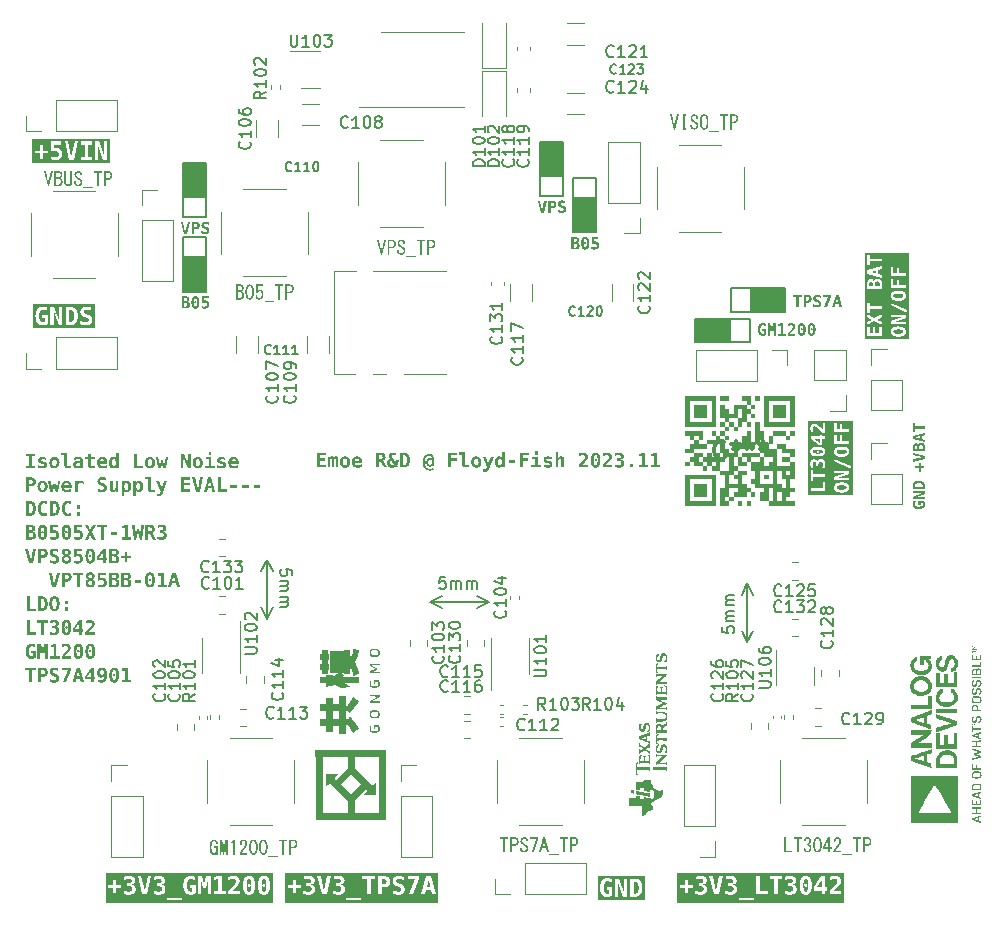
<source format=gbr>
%TF.GenerationSoftware,KiCad,Pcbnew,7.0.7*%
%TF.CreationDate,2023-11-17T01:25:33+08:00*%
%TF.ProjectId,Isolated Power Supply and LDO Verification,49736f6c-6174-4656-9420-506f77657220,rev?*%
%TF.SameCoordinates,Original*%
%TF.FileFunction,Legend,Top*%
%TF.FilePolarity,Positive*%
%FSLAX46Y46*%
G04 Gerber Fmt 4.6, Leading zero omitted, Abs format (unit mm)*
G04 Created by KiCad (PCBNEW 7.0.7) date 2023-11-17 01:25:33*
%MOMM*%
%LPD*%
G01*
G04 APERTURE LIST*
%ADD10C,0.150000*%
%ADD11C,0.200000*%
%ADD12C,0.300000*%
%ADD13C,0.120000*%
%ADD14C,0.100000*%
G04 APERTURE END LIST*
D10*
X115300000Y-80000000D02*
X114800000Y-81000000D01*
X138400000Y-44600000D02*
X140400000Y-44600000D01*
X156200000Y-61600001D02*
X151600000Y-61600000D01*
X115300000Y-85000000D02*
X115800000Y-84000000D01*
X156000000Y-87000000D02*
X155500000Y-86000000D01*
X143200000Y-52300000D02*
X141200000Y-52300001D01*
X151600000Y-59600000D02*
X156200000Y-59600000D01*
X156000000Y-82000000D02*
X155500000Y-83000000D01*
X129100000Y-83600000D02*
X134100000Y-83600000D01*
X156000000Y-87000000D02*
X156500000Y-86000000D01*
X159200000Y-57000000D02*
X159200001Y-59000000D01*
X141200000Y-52300001D02*
X141200000Y-47699999D01*
X110200000Y-52700000D02*
X110200000Y-57300000D01*
X110200000Y-46400000D02*
X110200000Y-51000000D01*
X141200000Y-47699999D02*
X143200000Y-47700000D01*
X129100000Y-83600000D02*
X130100000Y-83100000D01*
X156000000Y-87000000D02*
X156000000Y-82000000D01*
X110200000Y-57300000D02*
X108200000Y-57300001D01*
X108200000Y-57300001D02*
X108200000Y-52699999D01*
X140400000Y-44600000D02*
X140400000Y-49200000D01*
X159200001Y-59000000D02*
X154600000Y-59000000D01*
X156200000Y-59600000D02*
X156200000Y-61600001D01*
X154600000Y-57000000D02*
X159200000Y-57000000D01*
X108200000Y-52699999D02*
X110200000Y-52700000D01*
X156000000Y-82000000D02*
X156500000Y-83000000D01*
X115300000Y-80000000D02*
X115800000Y-81000000D01*
X134100000Y-83600000D02*
X133100000Y-83100000D01*
X140400000Y-49200000D02*
X138400000Y-49200000D01*
X154600000Y-59000000D02*
X154600000Y-57000000D01*
X108200000Y-51000000D02*
X108200000Y-46400000D01*
X151600000Y-61600000D02*
X151600000Y-59600000D01*
X129100000Y-83600000D02*
X130100000Y-84100000D01*
X134100000Y-83600000D02*
X133100000Y-84100000D01*
X110200000Y-51000000D02*
X108200000Y-51000000D01*
X108200000Y-46400000D02*
X110200000Y-46400000D01*
X143200000Y-47700000D02*
X143200000Y-52300000D01*
X115300000Y-80000000D02*
X115300000Y-85000000D01*
X138400000Y-49200000D02*
X138400000Y-44600000D01*
X115300000Y-85000000D02*
X114800000Y-84000000D01*
X117430180Y-81312969D02*
X117430180Y-80836779D01*
X117430180Y-80836779D02*
X116953990Y-80789160D01*
X116953990Y-80789160D02*
X117001609Y-80836779D01*
X117001609Y-80836779D02*
X117049228Y-80932017D01*
X117049228Y-80932017D02*
X117049228Y-81170112D01*
X117049228Y-81170112D02*
X117001609Y-81265350D01*
X117001609Y-81265350D02*
X116953990Y-81312969D01*
X116953990Y-81312969D02*
X116858752Y-81360588D01*
X116858752Y-81360588D02*
X116620657Y-81360588D01*
X116620657Y-81360588D02*
X116525419Y-81312969D01*
X116525419Y-81312969D02*
X116477800Y-81265350D01*
X116477800Y-81265350D02*
X116430180Y-81170112D01*
X116430180Y-81170112D02*
X116430180Y-80932017D01*
X116430180Y-80932017D02*
X116477800Y-80836779D01*
X116477800Y-80836779D02*
X116525419Y-80789160D01*
X116430180Y-81789160D02*
X117096847Y-81789160D01*
X117001609Y-81789160D02*
X117049228Y-81836779D01*
X117049228Y-81836779D02*
X117096847Y-81932017D01*
X117096847Y-81932017D02*
X117096847Y-82074874D01*
X117096847Y-82074874D02*
X117049228Y-82170112D01*
X117049228Y-82170112D02*
X116953990Y-82217731D01*
X116953990Y-82217731D02*
X116430180Y-82217731D01*
X116953990Y-82217731D02*
X117049228Y-82265350D01*
X117049228Y-82265350D02*
X117096847Y-82360588D01*
X117096847Y-82360588D02*
X117096847Y-82503445D01*
X117096847Y-82503445D02*
X117049228Y-82598684D01*
X117049228Y-82598684D02*
X116953990Y-82646303D01*
X116953990Y-82646303D02*
X116430180Y-82646303D01*
X116430180Y-83122493D02*
X117096847Y-83122493D01*
X117001609Y-83122493D02*
X117049228Y-83170112D01*
X117049228Y-83170112D02*
X117096847Y-83265350D01*
X117096847Y-83265350D02*
X117096847Y-83408207D01*
X117096847Y-83408207D02*
X117049228Y-83503445D01*
X117049228Y-83503445D02*
X116953990Y-83551064D01*
X116953990Y-83551064D02*
X116430180Y-83551064D01*
X116953990Y-83551064D02*
X117049228Y-83598683D01*
X117049228Y-83598683D02*
X117096847Y-83693921D01*
X117096847Y-83693921D02*
X117096847Y-83836778D01*
X117096847Y-83836778D02*
X117049228Y-83932017D01*
X117049228Y-83932017D02*
X116953990Y-83979636D01*
X116953990Y-83979636D02*
X116430180Y-83979636D01*
D11*
G36*
X120305066Y-72196000D02*
G01*
X119538632Y-72196000D01*
X119538632Y-70957981D01*
X120305066Y-70957981D01*
X120305066Y-71164318D01*
X119781605Y-71164318D01*
X119781605Y-71426928D01*
X120255533Y-71426928D01*
X120255533Y-71633264D01*
X119781605Y-71633264D01*
X119781605Y-71989663D01*
X120305066Y-71989663D01*
X120305066Y-72196000D01*
G37*
G36*
X120979469Y-71375344D02*
G01*
X120984709Y-71364406D01*
X120990206Y-71354014D01*
X120997936Y-71341008D01*
X121006124Y-71328973D01*
X121014771Y-71317909D01*
X121023875Y-71307816D01*
X121033437Y-71298693D01*
X121043457Y-71290542D01*
X121048639Y-71286830D01*
X121059414Y-71280098D01*
X121070785Y-71274264D01*
X121082752Y-71269327D01*
X121095314Y-71265288D01*
X121108471Y-71262146D01*
X121122223Y-71259902D01*
X121136571Y-71258556D01*
X121151514Y-71258107D01*
X121166173Y-71258431D01*
X121180255Y-71259403D01*
X121193760Y-71261023D01*
X121206688Y-71263291D01*
X121219039Y-71266207D01*
X121230813Y-71269771D01*
X121242010Y-71273983D01*
X121257724Y-71281516D01*
X121272139Y-71290507D01*
X121285256Y-71300956D01*
X121297075Y-71312864D01*
X121307595Y-71326229D01*
X121316817Y-71341052D01*
X121322354Y-71352118D01*
X121327534Y-71364582D01*
X121332356Y-71378442D01*
X121336821Y-71393698D01*
X121340929Y-71410352D01*
X121344679Y-71428402D01*
X121348073Y-71447849D01*
X121351109Y-71468693D01*
X121353788Y-71490934D01*
X121356110Y-71514571D01*
X121357137Y-71526914D01*
X121358075Y-71539605D01*
X121358923Y-71552646D01*
X121359682Y-71566036D01*
X121360352Y-71579775D01*
X121360932Y-71593864D01*
X121361423Y-71608301D01*
X121361825Y-71623088D01*
X121362138Y-71638224D01*
X121362361Y-71653709D01*
X121362495Y-71669544D01*
X121362540Y-71685727D01*
X121362540Y-72196000D01*
X121164703Y-72196000D01*
X121164703Y-71614799D01*
X121164641Y-71602422D01*
X121164456Y-71590569D01*
X121163946Y-71573772D01*
X121163157Y-71558156D01*
X121162091Y-71543719D01*
X121160746Y-71530462D01*
X121159123Y-71518385D01*
X121156527Y-71504117D01*
X121153436Y-71491947D01*
X121148876Y-71479684D01*
X121142154Y-71468130D01*
X121133640Y-71458966D01*
X121123332Y-71452193D01*
X121111232Y-71447810D01*
X121097339Y-71445818D01*
X121092309Y-71445685D01*
X121080003Y-71446537D01*
X121066842Y-71449807D01*
X121055432Y-71455529D01*
X121045773Y-71463703D01*
X121037867Y-71474330D01*
X121034570Y-71480563D01*
X121029842Y-71492960D01*
X121026636Y-71505164D01*
X121023943Y-71519402D01*
X121022260Y-71531415D01*
X121020866Y-71544571D01*
X121019760Y-71558871D01*
X121018943Y-71574315D01*
X121018414Y-71590903D01*
X121018173Y-71608635D01*
X121018157Y-71614799D01*
X121018157Y-72196000D01*
X120822665Y-72196000D01*
X120822665Y-71614799D01*
X120822601Y-71602597D01*
X120822265Y-71585247D01*
X120821639Y-71569040D01*
X120820726Y-71553978D01*
X120819524Y-71540059D01*
X120818033Y-71527283D01*
X120816254Y-71515652D01*
X120813433Y-71501922D01*
X120810099Y-71490226D01*
X120806252Y-71480563D01*
X120799221Y-71468710D01*
X120790439Y-71459310D01*
X120779905Y-71452361D01*
X120767619Y-71447865D01*
X120756043Y-71445992D01*
X120748513Y-71445685D01*
X120736306Y-71446516D01*
X120723281Y-71449703D01*
X120712030Y-71455281D01*
X120702550Y-71463249D01*
X120694842Y-71473608D01*
X120691653Y-71479684D01*
X120687178Y-71491947D01*
X120684144Y-71504117D01*
X120681596Y-71518385D01*
X120680003Y-71530462D01*
X120678683Y-71543719D01*
X120677637Y-71558156D01*
X120676863Y-71573772D01*
X120676362Y-71590569D01*
X120676180Y-71602422D01*
X120676120Y-71614799D01*
X120676120Y-72196000D01*
X120478283Y-72196000D01*
X120478283Y-71276865D01*
X120653845Y-71276865D01*
X120653845Y-71378861D01*
X120659363Y-71365301D01*
X120665660Y-71352464D01*
X120672735Y-71340351D01*
X120680589Y-71328962D01*
X120689222Y-71318296D01*
X120698633Y-71308354D01*
X120708822Y-71299135D01*
X120719790Y-71290640D01*
X120731312Y-71283015D01*
X120743164Y-71276407D01*
X120755346Y-71270815D01*
X120767857Y-71266240D01*
X120780698Y-71262682D01*
X120793869Y-71260140D01*
X120807370Y-71258615D01*
X120821200Y-71258107D01*
X120835039Y-71258643D01*
X120848567Y-71260250D01*
X120861784Y-71262929D01*
X120874689Y-71266680D01*
X120887283Y-71271502D01*
X120899565Y-71277396D01*
X120911536Y-71284362D01*
X120923196Y-71292399D01*
X120934205Y-71301132D01*
X120944078Y-71310332D01*
X120952816Y-71320000D01*
X120960418Y-71330134D01*
X120966885Y-71340736D01*
X120972215Y-71351805D01*
X120976410Y-71363341D01*
X120979469Y-71375344D01*
G37*
G36*
X121941262Y-71258233D02*
G01*
X121953281Y-71258611D01*
X121965144Y-71259240D01*
X121976850Y-71260122D01*
X121999791Y-71262641D01*
X122022105Y-71266167D01*
X122043792Y-71270701D01*
X122064851Y-71276242D01*
X122085282Y-71282791D01*
X122105087Y-71290347D01*
X122124264Y-71298911D01*
X122142813Y-71308482D01*
X122160735Y-71319061D01*
X122178030Y-71330647D01*
X122194697Y-71343241D01*
X122210737Y-71356842D01*
X122226150Y-71371451D01*
X122240935Y-71387067D01*
X122254954Y-71403544D01*
X122268068Y-71420736D01*
X122280279Y-71438642D01*
X122291584Y-71457263D01*
X122301986Y-71476597D01*
X122311483Y-71496647D01*
X122320075Y-71517410D01*
X122327763Y-71538889D01*
X122334546Y-71561081D01*
X122337599Y-71572445D01*
X122340425Y-71583988D01*
X122343026Y-71595709D01*
X122345400Y-71607609D01*
X122347548Y-71619688D01*
X122349470Y-71631945D01*
X122351166Y-71644381D01*
X122352636Y-71656995D01*
X122353879Y-71669788D01*
X122354897Y-71682760D01*
X122355688Y-71695910D01*
X122356253Y-71709239D01*
X122356593Y-71722746D01*
X122356706Y-71736432D01*
X122356593Y-71750118D01*
X122356253Y-71763626D01*
X122355688Y-71776954D01*
X122354897Y-71790105D01*
X122353879Y-71803076D01*
X122352636Y-71815869D01*
X122351166Y-71828483D01*
X122349470Y-71840919D01*
X122347548Y-71853176D01*
X122345400Y-71865255D01*
X122343026Y-71877155D01*
X122340425Y-71888876D01*
X122337599Y-71900419D01*
X122334546Y-71911783D01*
X122327763Y-71933976D01*
X122320075Y-71955454D01*
X122311483Y-71976218D01*
X122301986Y-71996267D01*
X122291584Y-72015602D01*
X122280279Y-72034222D01*
X122268068Y-72052128D01*
X122254954Y-72069320D01*
X122240935Y-72085797D01*
X122226150Y-72101413D01*
X122210737Y-72116022D01*
X122194697Y-72129623D01*
X122178030Y-72142217D01*
X122160735Y-72153803D01*
X122142813Y-72164382D01*
X122124264Y-72173954D01*
X122105087Y-72182517D01*
X122085282Y-72190074D01*
X122064851Y-72196622D01*
X122043792Y-72202164D01*
X122022105Y-72206697D01*
X121999791Y-72210224D01*
X121976850Y-72212742D01*
X121965144Y-72213624D01*
X121953281Y-72214254D01*
X121941262Y-72214631D01*
X121929085Y-72214757D01*
X121916945Y-72214631D01*
X121904960Y-72214254D01*
X121893131Y-72213624D01*
X121869940Y-72211609D01*
X121847372Y-72208586D01*
X121825427Y-72204556D01*
X121804105Y-72199519D01*
X121783405Y-72193474D01*
X121763328Y-72186421D01*
X121743874Y-72178361D01*
X121725043Y-72169294D01*
X121706835Y-72159219D01*
X121689250Y-72148136D01*
X121672287Y-72136046D01*
X121655947Y-72122949D01*
X121640230Y-72108844D01*
X121625136Y-72093731D01*
X121617822Y-72085797D01*
X121603803Y-72069320D01*
X121590688Y-72052128D01*
X121578478Y-72034222D01*
X121567172Y-72015602D01*
X121556771Y-71996267D01*
X121547274Y-71976218D01*
X121538682Y-71955454D01*
X121530994Y-71933976D01*
X121524210Y-71911783D01*
X121521158Y-71900419D01*
X121518331Y-71888876D01*
X121515731Y-71877155D01*
X121513357Y-71865255D01*
X121511209Y-71853176D01*
X121509287Y-71840919D01*
X121507591Y-71828483D01*
X121506121Y-71815869D01*
X121504878Y-71803076D01*
X121503860Y-71790105D01*
X121503069Y-71776954D01*
X121502503Y-71763626D01*
X121502164Y-71750118D01*
X121502051Y-71736432D01*
X121743558Y-71736432D01*
X121743751Y-71753342D01*
X121744328Y-71769780D01*
X121745290Y-71785747D01*
X121746636Y-71801242D01*
X121748367Y-71816265D01*
X121750483Y-71830817D01*
X121752983Y-71844897D01*
X121755868Y-71858505D01*
X121759138Y-71871641D01*
X121762793Y-71884306D01*
X121766832Y-71896499D01*
X121771256Y-71908220D01*
X121776064Y-71919470D01*
X121781257Y-71930248D01*
X121789768Y-71945531D01*
X121792798Y-71950389D01*
X121802412Y-71964112D01*
X121812681Y-71976485D01*
X121823604Y-71987509D01*
X121835182Y-71997183D01*
X121847413Y-72005507D01*
X121860299Y-72012481D01*
X121873840Y-72018105D01*
X121888034Y-72022379D01*
X121902883Y-72025304D01*
X121918386Y-72026879D01*
X121929085Y-72027179D01*
X121945127Y-72026504D01*
X121960499Y-72024479D01*
X121975201Y-72021105D01*
X121989233Y-72016380D01*
X122002596Y-72010306D01*
X122015289Y-72002882D01*
X122027312Y-71994108D01*
X122038665Y-71983984D01*
X122049348Y-71972511D01*
X122059362Y-71959688D01*
X122065666Y-71950389D01*
X122074518Y-71935460D01*
X122079936Y-71924918D01*
X122084966Y-71913904D01*
X122089610Y-71902419D01*
X122093867Y-71890461D01*
X122097736Y-71878033D01*
X122101219Y-71865132D01*
X122104315Y-71851760D01*
X122107024Y-71837916D01*
X122109345Y-71823600D01*
X122111280Y-71808813D01*
X122112828Y-71793554D01*
X122113989Y-71777823D01*
X122114763Y-71761620D01*
X122115150Y-71744946D01*
X122115198Y-71736432D01*
X122115005Y-71719522D01*
X122114424Y-71703084D01*
X122113457Y-71687117D01*
X122112103Y-71671622D01*
X122110361Y-71656599D01*
X122108233Y-71642048D01*
X122105718Y-71627968D01*
X122102815Y-71614360D01*
X122099526Y-71601223D01*
X122095850Y-71588558D01*
X122091787Y-71576365D01*
X122087336Y-71564644D01*
X122082499Y-71553394D01*
X122077275Y-71542616D01*
X122071664Y-71532310D01*
X122065666Y-71522475D01*
X122056099Y-71508752D01*
X122045862Y-71496379D01*
X122034955Y-71485355D01*
X122023378Y-71475682D01*
X122011132Y-71467358D01*
X121998216Y-71460384D01*
X121984630Y-71454759D01*
X121970375Y-71450485D01*
X121955449Y-71447560D01*
X121939854Y-71445985D01*
X121929085Y-71445685D01*
X121913146Y-71446360D01*
X121897861Y-71448385D01*
X121883230Y-71451760D01*
X121869253Y-71456484D01*
X121855931Y-71462558D01*
X121843263Y-71469982D01*
X121831250Y-71478756D01*
X121819890Y-71488880D01*
X121809185Y-71500353D01*
X121799135Y-71513177D01*
X121792798Y-71522475D01*
X121783998Y-71537404D01*
X121778613Y-71547946D01*
X121773612Y-71558960D01*
X121768996Y-71570446D01*
X121764764Y-71582403D01*
X121760917Y-71594832D01*
X121757455Y-71607732D01*
X121754378Y-71621105D01*
X121751685Y-71634949D01*
X121749377Y-71649264D01*
X121747453Y-71664052D01*
X121745915Y-71679311D01*
X121744761Y-71695042D01*
X121743991Y-71711244D01*
X121743607Y-71727918D01*
X121743558Y-71736432D01*
X121502051Y-71736432D01*
X121502164Y-71722746D01*
X121502503Y-71709239D01*
X121503069Y-71695910D01*
X121503860Y-71682760D01*
X121504878Y-71669788D01*
X121506121Y-71656995D01*
X121507591Y-71644381D01*
X121509287Y-71631945D01*
X121511209Y-71619688D01*
X121513357Y-71607609D01*
X121515731Y-71595709D01*
X121518331Y-71583988D01*
X121521158Y-71572445D01*
X121524210Y-71561081D01*
X121530994Y-71538889D01*
X121538682Y-71517410D01*
X121547274Y-71496647D01*
X121556771Y-71476597D01*
X121567172Y-71457263D01*
X121578478Y-71438642D01*
X121590688Y-71420736D01*
X121603803Y-71403544D01*
X121617822Y-71387067D01*
X121632605Y-71371451D01*
X121648011Y-71356842D01*
X121664039Y-71343241D01*
X121680690Y-71330647D01*
X121697964Y-71319061D01*
X121715861Y-71308482D01*
X121734381Y-71298911D01*
X121753524Y-71290347D01*
X121773289Y-71282791D01*
X121793677Y-71276242D01*
X121814688Y-71270701D01*
X121836322Y-71266167D01*
X121858579Y-71262641D01*
X121881458Y-71260122D01*
X121904960Y-71258611D01*
X121916945Y-71258233D01*
X121929085Y-71258107D01*
X121941262Y-71258233D01*
G37*
G36*
X122959743Y-71258225D02*
G01*
X122972313Y-71258580D01*
X122984704Y-71259171D01*
X122996914Y-71259998D01*
X123008943Y-71261062D01*
X123020792Y-71262363D01*
X123032461Y-71263899D01*
X123055258Y-71267682D01*
X123077334Y-71272410D01*
X123098689Y-71278084D01*
X123119322Y-71284704D01*
X123139234Y-71292270D01*
X123158424Y-71300781D01*
X123176894Y-71310237D01*
X123194642Y-71320640D01*
X123211669Y-71331988D01*
X123227974Y-71344282D01*
X123243558Y-71357521D01*
X123258421Y-71371707D01*
X123265582Y-71379154D01*
X123279317Y-71394634D01*
X123292167Y-71410885D01*
X123304129Y-71427909D01*
X123315206Y-71445704D01*
X123325397Y-71464270D01*
X123334701Y-71483609D01*
X123343120Y-71503719D01*
X123350652Y-71524600D01*
X123357298Y-71546254D01*
X123363058Y-71568679D01*
X123365606Y-71580180D01*
X123367932Y-71591875D01*
X123370036Y-71603763D01*
X123371919Y-71615843D01*
X123373581Y-71628117D01*
X123375021Y-71640583D01*
X123376239Y-71653243D01*
X123377236Y-71666095D01*
X123378012Y-71679140D01*
X123378566Y-71692378D01*
X123378898Y-71705809D01*
X123379009Y-71719433D01*
X123379009Y-71820842D01*
X122753258Y-71820842D01*
X122753612Y-71833642D01*
X122754454Y-71846030D01*
X122755783Y-71858006D01*
X122758691Y-71875196D01*
X122762697Y-71891459D01*
X122767800Y-71906795D01*
X122774000Y-71921203D01*
X122781298Y-71934684D01*
X122789693Y-71947238D01*
X122799186Y-71958865D01*
X122809776Y-71969563D01*
X122817445Y-71976181D01*
X122829919Y-71985295D01*
X122843490Y-71993512D01*
X122858159Y-72000833D01*
X122873925Y-72007258D01*
X122885045Y-72011043D01*
X122896653Y-72014429D01*
X122908749Y-72017418D01*
X122921333Y-72020007D01*
X122934404Y-72022199D01*
X122947963Y-72023991D01*
X122962009Y-72025386D01*
X122976544Y-72026382D01*
X122991566Y-72026980D01*
X123007076Y-72027179D01*
X123022659Y-72026942D01*
X123038197Y-72026231D01*
X123053688Y-72025046D01*
X123069133Y-72023387D01*
X123084532Y-72021254D01*
X123099884Y-72018647D01*
X123115189Y-72015566D01*
X123130449Y-72012011D01*
X123145662Y-72007983D01*
X123160828Y-72003480D01*
X123170914Y-72000214D01*
X123186146Y-71994880D01*
X123201506Y-71988990D01*
X123216996Y-71982543D01*
X123232614Y-71975540D01*
X123248361Y-71967980D01*
X123258931Y-71962631D01*
X123269558Y-71957035D01*
X123280242Y-71951191D01*
X123290983Y-71945101D01*
X123301782Y-71938763D01*
X123312637Y-71932177D01*
X123323550Y-71925344D01*
X123334521Y-71918264D01*
X123340027Y-71914632D01*
X123340027Y-72139726D01*
X123324227Y-72146595D01*
X123308370Y-72153135D01*
X123292456Y-72159345D01*
X123276486Y-72165225D01*
X123260459Y-72170775D01*
X123244375Y-72175996D01*
X123228235Y-72180887D01*
X123212038Y-72185448D01*
X123195784Y-72189680D01*
X123179474Y-72193581D01*
X123168569Y-72196000D01*
X123152105Y-72199352D01*
X123135466Y-72202374D01*
X123118651Y-72205067D01*
X123101662Y-72207430D01*
X123084497Y-72209463D01*
X123067157Y-72211167D01*
X123049642Y-72212541D01*
X123037868Y-72213274D01*
X123026016Y-72213860D01*
X123014086Y-72214299D01*
X123002079Y-72214592D01*
X122989993Y-72214739D01*
X122983921Y-72214757D01*
X122969556Y-72214638D01*
X122955404Y-72214280D01*
X122941465Y-72213683D01*
X122927739Y-72212848D01*
X122914226Y-72211773D01*
X122900926Y-72210461D01*
X122887839Y-72208909D01*
X122874965Y-72207119D01*
X122862303Y-72205090D01*
X122849855Y-72202822D01*
X122837619Y-72200315D01*
X122825597Y-72197570D01*
X122813787Y-72194586D01*
X122802191Y-72191364D01*
X122790807Y-72187903D01*
X122779637Y-72184203D01*
X122757934Y-72176086D01*
X122737083Y-72167016D01*
X122717085Y-72156990D01*
X122697937Y-72146009D01*
X122679642Y-72134074D01*
X122662199Y-72121183D01*
X122645607Y-72107338D01*
X122629867Y-72092538D01*
X122615067Y-72076803D01*
X122601222Y-72060225D01*
X122588332Y-72042804D01*
X122576396Y-72024541D01*
X122565415Y-72005435D01*
X122555390Y-71985487D01*
X122546319Y-71964695D01*
X122538203Y-71943062D01*
X122534503Y-71931929D01*
X122531041Y-71920585D01*
X122527819Y-71909031D01*
X122524835Y-71897266D01*
X122522090Y-71885291D01*
X122519583Y-71873104D01*
X122517316Y-71860707D01*
X122515286Y-71848100D01*
X122513496Y-71835282D01*
X122511945Y-71822253D01*
X122510632Y-71809014D01*
X122509557Y-71795563D01*
X122508722Y-71781903D01*
X122508125Y-71768031D01*
X122507767Y-71753949D01*
X122507648Y-71739656D01*
X122507763Y-71725826D01*
X122508108Y-71712178D01*
X122508683Y-71698712D01*
X122509489Y-71685430D01*
X122510524Y-71672330D01*
X122511790Y-71659412D01*
X122513286Y-71646677D01*
X122515010Y-71634143D01*
X122755603Y-71634143D01*
X123135743Y-71633264D01*
X123135011Y-71616295D01*
X123133476Y-71600119D01*
X123131137Y-71584737D01*
X123127994Y-71570149D01*
X123124048Y-71556353D01*
X123119298Y-71543351D01*
X123113744Y-71531143D01*
X123107386Y-71519728D01*
X123100225Y-71509106D01*
X123092260Y-71499278D01*
X123086503Y-71493166D01*
X123077259Y-71484681D01*
X123067221Y-71477030D01*
X123056390Y-71470214D01*
X123044765Y-71464233D01*
X123032347Y-71459086D01*
X123019136Y-71454774D01*
X123005131Y-71451296D01*
X122990333Y-71448653D01*
X122974741Y-71446845D01*
X122958356Y-71445871D01*
X122946992Y-71445685D01*
X122931681Y-71446118D01*
X122916963Y-71447417D01*
X122902837Y-71449580D01*
X122889303Y-71452610D01*
X122876362Y-71456505D01*
X122864014Y-71461265D01*
X122852258Y-71466891D01*
X122841094Y-71473383D01*
X122830523Y-71480740D01*
X122820545Y-71488962D01*
X122814221Y-71494925D01*
X122805290Y-71504465D01*
X122797069Y-71514733D01*
X122789559Y-71525726D01*
X122782760Y-71537446D01*
X122776672Y-71549892D01*
X122771295Y-71563065D01*
X122766629Y-71576964D01*
X122762674Y-71591590D01*
X122759430Y-71606942D01*
X122756897Y-71623021D01*
X122755603Y-71634143D01*
X122515010Y-71634143D01*
X122515012Y-71634125D01*
X122516968Y-71621755D01*
X122519154Y-71609568D01*
X122521570Y-71597564D01*
X122524217Y-71585742D01*
X122527093Y-71574103D01*
X122530200Y-71562646D01*
X122533537Y-71551372D01*
X122540900Y-71529372D01*
X122549185Y-71508102D01*
X122558390Y-71487563D01*
X122568515Y-71467754D01*
X122579561Y-71448676D01*
X122591527Y-71430328D01*
X122604414Y-71412710D01*
X122618222Y-71395823D01*
X122625471Y-71387653D01*
X122640534Y-71371966D01*
X122656268Y-71357291D01*
X122672673Y-71343628D01*
X122689749Y-71330977D01*
X122707496Y-71319338D01*
X122725914Y-71308711D01*
X122745003Y-71299096D01*
X122764762Y-71290494D01*
X122785193Y-71282903D01*
X122806294Y-71276324D01*
X122828067Y-71270758D01*
X122850510Y-71266204D01*
X122873624Y-71262661D01*
X122885433Y-71261270D01*
X122897409Y-71260131D01*
X122909553Y-71259246D01*
X122921865Y-71258613D01*
X122934345Y-71258233D01*
X122946992Y-71258107D01*
X122959743Y-71258225D01*
G37*
G36*
X124928342Y-70958064D02*
G01*
X124942788Y-70958312D01*
X124956971Y-70958726D01*
X124970893Y-70959305D01*
X124984554Y-70960049D01*
X124997953Y-70960959D01*
X125011090Y-70962035D01*
X125023966Y-70963275D01*
X125036580Y-70964682D01*
X125048932Y-70966253D01*
X125061023Y-70967990D01*
X125072853Y-70969893D01*
X125084420Y-70971961D01*
X125106771Y-70976593D01*
X125128075Y-70981887D01*
X125148332Y-70987843D01*
X125167544Y-70994460D01*
X125185708Y-71001739D01*
X125202827Y-71009680D01*
X125218899Y-71018283D01*
X125233924Y-71027547D01*
X125247903Y-71037474D01*
X125254501Y-71042685D01*
X125267029Y-71053688D01*
X125278749Y-71065523D01*
X125289661Y-71078189D01*
X125299765Y-71091686D01*
X125309060Y-71106014D01*
X125317547Y-71121174D01*
X125325226Y-71137164D01*
X125332096Y-71153986D01*
X125338159Y-71171639D01*
X125343413Y-71190123D01*
X125347858Y-71209439D01*
X125351495Y-71229586D01*
X125354325Y-71250563D01*
X125356345Y-71272372D01*
X125357558Y-71295012D01*
X125357962Y-71318484D01*
X125357720Y-71334289D01*
X125356996Y-71349684D01*
X125355788Y-71364670D01*
X125354097Y-71379245D01*
X125351923Y-71393411D01*
X125349265Y-71407167D01*
X125346125Y-71420513D01*
X125342501Y-71433449D01*
X125338395Y-71445975D01*
X125333805Y-71458091D01*
X125328732Y-71469798D01*
X125323176Y-71481095D01*
X125317136Y-71491981D01*
X125310614Y-71502458D01*
X125303608Y-71512525D01*
X125296120Y-71522182D01*
X125288177Y-71531398D01*
X125279812Y-71540139D01*
X125271022Y-71548406D01*
X125261810Y-71556199D01*
X125252173Y-71563519D01*
X125242113Y-71570364D01*
X125231629Y-71576735D01*
X125220722Y-71582632D01*
X125209391Y-71588056D01*
X125197636Y-71593005D01*
X125185458Y-71597480D01*
X125172856Y-71601482D01*
X125159831Y-71605009D01*
X125146382Y-71608063D01*
X125132509Y-71610642D01*
X125118213Y-71612748D01*
X125131502Y-71616186D01*
X125144110Y-71621005D01*
X125156039Y-71627204D01*
X125167288Y-71634784D01*
X125177856Y-71643745D01*
X125181228Y-71647039D01*
X125189856Y-71656711D01*
X125197181Y-71666241D01*
X125204881Y-71677365D01*
X125212957Y-71690082D01*
X125219261Y-71700666D01*
X125225776Y-71712146D01*
X125232502Y-71724523D01*
X125239439Y-71737796D01*
X125246587Y-71751966D01*
X125469337Y-72196000D01*
X125202330Y-72196000D01*
X125053733Y-71884443D01*
X125048279Y-71873150D01*
X125042789Y-71861598D01*
X125037779Y-71850955D01*
X125036441Y-71848100D01*
X125028217Y-71831171D01*
X125019812Y-71815333D01*
X125011227Y-71800588D01*
X125002460Y-71786935D01*
X124993513Y-71774375D01*
X124984385Y-71762907D01*
X124975076Y-71752530D01*
X124965586Y-71743247D01*
X124955915Y-71735055D01*
X124946063Y-71727955D01*
X124930946Y-71719354D01*
X124915422Y-71713210D01*
X124899492Y-71709524D01*
X124883154Y-71708295D01*
X124805778Y-71708295D01*
X124805778Y-72196000D01*
X124562512Y-72196000D01*
X124562512Y-71164318D01*
X124805778Y-71164318D01*
X124805778Y-71501959D01*
X124920376Y-71501959D01*
X124932612Y-71501806D01*
X124944405Y-71501345D01*
X124961267Y-71500080D01*
X124977134Y-71498124D01*
X124992007Y-71495477D01*
X125005886Y-71492140D01*
X125018770Y-71488113D01*
X125030660Y-71483396D01*
X125041556Y-71477988D01*
X125054536Y-71469704D01*
X125063112Y-71462685D01*
X125073278Y-71452001D01*
X125082090Y-71439732D01*
X125087808Y-71429491D01*
X125092764Y-71418358D01*
X125096958Y-71406334D01*
X125100389Y-71393419D01*
X125103058Y-71379613D01*
X125104964Y-71364915D01*
X125106108Y-71349326D01*
X125106489Y-71332845D01*
X125106113Y-71316318D01*
X125104985Y-71300697D01*
X125103105Y-71285983D01*
X125100472Y-71272175D01*
X125097087Y-71259275D01*
X125092950Y-71247281D01*
X125088061Y-71236194D01*
X125080372Y-71222822D01*
X125071345Y-71211061D01*
X125063698Y-71203299D01*
X125052098Y-71194163D01*
X125038694Y-71186245D01*
X125027456Y-71181105D01*
X125015204Y-71176652D01*
X125001937Y-71172883D01*
X124987655Y-71169799D01*
X124972357Y-71167401D01*
X124956045Y-71165688D01*
X124938718Y-71164660D01*
X124926603Y-71164356D01*
X124920376Y-71164318D01*
X124805778Y-71164318D01*
X124562512Y-71164318D01*
X124562512Y-70957981D01*
X124913635Y-70957981D01*
X124928342Y-70958064D01*
G37*
G36*
X126008661Y-70939375D02*
G01*
X126023572Y-70939828D01*
X126038410Y-70940584D01*
X126053175Y-70941642D01*
X126067866Y-70943002D01*
X126082484Y-70944664D01*
X126097028Y-70946629D01*
X126111500Y-70948896D01*
X126125907Y-70951382D01*
X126140259Y-70954153D01*
X126154557Y-70957207D01*
X126168799Y-70960546D01*
X126182987Y-70964168D01*
X126197119Y-70968075D01*
X126211197Y-70972265D01*
X126225219Y-70976739D01*
X126225219Y-71183076D01*
X126212012Y-71178601D01*
X126198768Y-71174411D01*
X126185487Y-71170505D01*
X126172170Y-71166882D01*
X126158816Y-71163544D01*
X126145425Y-71160489D01*
X126131998Y-71157719D01*
X126118534Y-71155232D01*
X126105056Y-71152965D01*
X126091588Y-71151000D01*
X126078129Y-71149338D01*
X126064678Y-71147978D01*
X126051238Y-71146920D01*
X126037806Y-71146164D01*
X126024383Y-71145711D01*
X126010969Y-71145560D01*
X125998885Y-71145748D01*
X125983647Y-71146584D01*
X125969407Y-71148088D01*
X125956165Y-71150261D01*
X125943922Y-71153103D01*
X125932677Y-71156613D01*
X125920024Y-71161941D01*
X125911025Y-71166956D01*
X125901315Y-71174135D01*
X125891836Y-71184055D01*
X125884726Y-71195396D01*
X125879986Y-71208159D01*
X125877846Y-71219881D01*
X125877320Y-71229970D01*
X125878526Y-71243019D01*
X125881480Y-71255789D01*
X125885295Y-71267549D01*
X125890341Y-71280324D01*
X125895264Y-71291276D01*
X125900975Y-71302879D01*
X125902526Y-71305881D01*
X125909308Y-71318369D01*
X125917052Y-71331801D01*
X125923491Y-71342494D01*
X125930471Y-71353718D01*
X125937992Y-71365472D01*
X125946054Y-71377757D01*
X125954657Y-71390573D01*
X125963801Y-71403919D01*
X125973486Y-71417796D01*
X125983712Y-71432203D01*
X126241632Y-71821429D01*
X126247829Y-71809689D01*
X126253448Y-71797331D01*
X126258490Y-71784355D01*
X126262251Y-71773069D01*
X126265611Y-71761354D01*
X126268011Y-71751673D01*
X126270628Y-71739242D01*
X126272802Y-71726497D01*
X126274532Y-71713437D01*
X126275819Y-71700061D01*
X126276662Y-71686371D01*
X126277061Y-71672366D01*
X126277096Y-71666676D01*
X126276987Y-71654733D01*
X126276657Y-71642936D01*
X126276023Y-71629840D01*
X126275338Y-71619782D01*
X126274351Y-71607154D01*
X126273040Y-71594990D01*
X126271404Y-71583290D01*
X126270355Y-71576990D01*
X126464089Y-71576990D01*
X126464089Y-71618023D01*
X126463979Y-71632418D01*
X126463649Y-71646586D01*
X126463100Y-71660527D01*
X126462330Y-71674242D01*
X126461341Y-71687730D01*
X126460132Y-71700991D01*
X126458703Y-71714026D01*
X126457055Y-71726833D01*
X126455186Y-71739415D01*
X126453098Y-71751769D01*
X126450790Y-71763897D01*
X126448262Y-71775798D01*
X126445514Y-71787472D01*
X126442547Y-71798920D01*
X126437683Y-71815667D01*
X126435952Y-71821136D01*
X126430448Y-71837297D01*
X126424377Y-71853140D01*
X126417740Y-71868663D01*
X126410536Y-71883866D01*
X126402765Y-71898750D01*
X126394427Y-71913315D01*
X126385523Y-71927560D01*
X126376051Y-71941486D01*
X126366014Y-71955093D01*
X126355409Y-71968380D01*
X126348025Y-71977060D01*
X126481381Y-72196000D01*
X126220237Y-72196000D01*
X126180669Y-72130640D01*
X126169004Y-72138266D01*
X126157200Y-72145536D01*
X126145257Y-72152451D01*
X126133175Y-72159010D01*
X126120953Y-72165214D01*
X126108593Y-72171063D01*
X126096093Y-72176556D01*
X126083455Y-72181693D01*
X126070677Y-72186475D01*
X126057760Y-72190901D01*
X126049071Y-72193655D01*
X126036027Y-72197426D01*
X126022940Y-72200826D01*
X126009813Y-72203856D01*
X125996645Y-72206514D01*
X125983435Y-72208802D01*
X125970184Y-72210718D01*
X125956892Y-72212264D01*
X125943558Y-72213438D01*
X125930184Y-72214242D01*
X125916768Y-72214675D01*
X125907801Y-72214757D01*
X125884994Y-72214336D01*
X125862734Y-72213072D01*
X125841021Y-72210965D01*
X125819856Y-72208016D01*
X125799237Y-72204224D01*
X125779166Y-72199590D01*
X125759642Y-72194113D01*
X125740666Y-72187793D01*
X125722237Y-72180631D01*
X125704355Y-72172625D01*
X125687020Y-72163778D01*
X125670232Y-72154087D01*
X125653992Y-72143554D01*
X125638299Y-72132179D01*
X125623153Y-72119961D01*
X125608555Y-72106900D01*
X125594678Y-72093130D01*
X125581696Y-72078859D01*
X125569609Y-72064087D01*
X125558418Y-72048813D01*
X125548122Y-72033037D01*
X125538721Y-72016760D01*
X125530216Y-71999982D01*
X125522606Y-71982702D01*
X125515891Y-71964921D01*
X125510072Y-71946638D01*
X125505148Y-71927854D01*
X125501119Y-71908568D01*
X125497985Y-71888781D01*
X125495747Y-71868493D01*
X125494404Y-71847703D01*
X125493956Y-71826411D01*
X125494183Y-71811548D01*
X125494863Y-71796855D01*
X125495996Y-71782331D01*
X125496631Y-71776586D01*
X125716413Y-71776586D01*
X125716666Y-71788702D01*
X125717425Y-71800578D01*
X125719512Y-71817941D01*
X125722738Y-71834763D01*
X125727103Y-71851044D01*
X125732606Y-71866785D01*
X125739248Y-71881984D01*
X125747028Y-71896642D01*
X125755947Y-71910759D01*
X125766005Y-71924336D01*
X125777201Y-71937371D01*
X125781186Y-71941596D01*
X125793588Y-71953538D01*
X125806506Y-71964306D01*
X125819939Y-71973899D01*
X125833887Y-71982318D01*
X125848351Y-71989561D01*
X125863329Y-71995630D01*
X125878823Y-72000525D01*
X125894832Y-72004244D01*
X125911356Y-72006790D01*
X125928396Y-72008160D01*
X125940041Y-72008421D01*
X125953017Y-72008027D01*
X125964745Y-72007015D01*
X125976656Y-72005380D01*
X125987229Y-72003438D01*
X125999319Y-72000526D01*
X126011263Y-71997064D01*
X126023060Y-71993052D01*
X126034710Y-71988491D01*
X126041451Y-71985267D01*
X126052772Y-71979790D01*
X126064194Y-71973847D01*
X126075253Y-71967516D01*
X126080139Y-71964457D01*
X125826322Y-71588128D01*
X125816335Y-71594728D01*
X125803748Y-71603890D01*
X125791994Y-71613463D01*
X125781074Y-71623449D01*
X125770988Y-71633847D01*
X125761735Y-71644657D01*
X125753316Y-71655879D01*
X125745729Y-71667514D01*
X125743963Y-71670487D01*
X125737506Y-71682531D01*
X125731910Y-71694923D01*
X125727175Y-71707663D01*
X125723300Y-71720752D01*
X125720287Y-71734188D01*
X125718135Y-71747973D01*
X125716843Y-71762105D01*
X125716413Y-71776586D01*
X125496631Y-71776586D01*
X125497583Y-71767976D01*
X125499623Y-71753791D01*
X125502117Y-71739775D01*
X125505064Y-71725929D01*
X125508464Y-71712252D01*
X125512318Y-71698745D01*
X125516625Y-71685407D01*
X125521385Y-71672238D01*
X125526599Y-71659239D01*
X125532266Y-71646410D01*
X125538387Y-71633749D01*
X125544961Y-71621259D01*
X125551988Y-71608937D01*
X125559499Y-71596764D01*
X125567449Y-71584789D01*
X125575839Y-71573014D01*
X125584668Y-71561438D01*
X125593937Y-71550062D01*
X125603646Y-71538884D01*
X125613794Y-71527906D01*
X125624382Y-71517127D01*
X125635409Y-71506547D01*
X125646877Y-71496166D01*
X125658784Y-71485984D01*
X125671130Y-71476002D01*
X125683916Y-71466219D01*
X125697142Y-71456635D01*
X125710807Y-71447251D01*
X125724912Y-71438065D01*
X125717352Y-71426115D01*
X125710167Y-71414335D01*
X125703359Y-71402725D01*
X125696927Y-71391285D01*
X125690870Y-71380015D01*
X125685190Y-71368915D01*
X125679886Y-71357985D01*
X125674959Y-71347225D01*
X125668973Y-71333143D01*
X125663656Y-71319363D01*
X125659054Y-71305748D01*
X125655065Y-71292307D01*
X125651690Y-71279040D01*
X125648928Y-71265947D01*
X125646781Y-71253028D01*
X125645246Y-71240283D01*
X125644326Y-71227712D01*
X125644019Y-71215316D01*
X125644369Y-71198923D01*
X125645420Y-71183011D01*
X125647172Y-71167581D01*
X125649624Y-71152631D01*
X125652777Y-71138162D01*
X125656631Y-71124173D01*
X125661185Y-71110666D01*
X125666441Y-71097639D01*
X125672396Y-71085094D01*
X125679053Y-71073029D01*
X125686410Y-71061445D01*
X125694467Y-71050342D01*
X125703226Y-71039720D01*
X125712685Y-71029578D01*
X125722845Y-71019918D01*
X125733705Y-71010738D01*
X125745265Y-71002078D01*
X125757450Y-70993977D01*
X125770260Y-70986434D01*
X125783695Y-70979450D01*
X125797756Y-70973025D01*
X125812441Y-70967159D01*
X125827752Y-70961851D01*
X125843688Y-70957102D01*
X125860248Y-70952912D01*
X125877434Y-70949280D01*
X125895245Y-70946207D01*
X125913681Y-70943693D01*
X125932743Y-70941738D01*
X125952429Y-70940341D01*
X125972741Y-70939503D01*
X125993677Y-70939224D01*
X126008661Y-70939375D01*
G37*
G36*
X126866137Y-70958123D02*
G01*
X126884492Y-70958547D01*
X126902517Y-70959254D01*
X126920212Y-70960244D01*
X126937578Y-70961516D01*
X126954614Y-70963072D01*
X126971320Y-70964910D01*
X126987697Y-70967031D01*
X127003743Y-70969434D01*
X127019460Y-70972121D01*
X127034848Y-70975090D01*
X127049905Y-70978342D01*
X127064633Y-70981877D01*
X127079031Y-70985695D01*
X127093100Y-70989795D01*
X127106838Y-70994178D01*
X127120247Y-70998844D01*
X127133326Y-71003793D01*
X127146076Y-71009024D01*
X127158496Y-71014539D01*
X127170586Y-71020336D01*
X127182346Y-71026416D01*
X127193777Y-71032779D01*
X127204877Y-71039424D01*
X127215648Y-71046352D01*
X127226090Y-71053564D01*
X127236202Y-71061057D01*
X127245983Y-71068834D01*
X127255436Y-71076893D01*
X127264558Y-71085236D01*
X127273351Y-71093861D01*
X127281814Y-71102769D01*
X127289982Y-71111979D01*
X127297892Y-71121549D01*
X127305541Y-71131479D01*
X127312932Y-71141768D01*
X127320063Y-71152417D01*
X127326935Y-71163425D01*
X127333548Y-71174792D01*
X127339901Y-71186519D01*
X127345995Y-71198606D01*
X127351830Y-71211052D01*
X127357405Y-71223858D01*
X127362721Y-71237023D01*
X127367778Y-71250547D01*
X127372575Y-71264431D01*
X127377113Y-71278675D01*
X127381392Y-71293278D01*
X127385411Y-71308240D01*
X127389171Y-71323563D01*
X127392672Y-71339244D01*
X127395913Y-71355285D01*
X127398896Y-71371686D01*
X127401618Y-71388446D01*
X127404082Y-71405565D01*
X127406286Y-71423044D01*
X127408231Y-71440883D01*
X127409917Y-71459081D01*
X127411343Y-71477638D01*
X127412510Y-71496555D01*
X127413417Y-71515832D01*
X127414066Y-71535468D01*
X127414455Y-71555463D01*
X127414584Y-71575818D01*
X127414455Y-71596210D01*
X127414066Y-71616244D01*
X127413417Y-71635920D01*
X127412510Y-71655237D01*
X127411343Y-71674195D01*
X127409917Y-71692796D01*
X127408231Y-71711038D01*
X127406286Y-71728922D01*
X127404082Y-71746447D01*
X127401618Y-71763614D01*
X127398896Y-71780423D01*
X127395913Y-71796873D01*
X127392672Y-71812965D01*
X127389171Y-71828699D01*
X127385411Y-71844074D01*
X127381392Y-71859091D01*
X127377113Y-71873749D01*
X127372575Y-71888050D01*
X127367778Y-71901992D01*
X127362721Y-71915575D01*
X127357405Y-71928800D01*
X127351830Y-71941667D01*
X127345995Y-71954176D01*
X127339901Y-71966326D01*
X127333548Y-71978118D01*
X127326935Y-71989551D01*
X127320063Y-72000626D01*
X127312932Y-72011343D01*
X127305541Y-72021701D01*
X127297892Y-72031701D01*
X127289982Y-72041343D01*
X127281814Y-72050626D01*
X127273351Y-72059570D01*
X127264558Y-72068230D01*
X127255436Y-72076606D01*
X127245983Y-72084698D01*
X127236202Y-72092506D01*
X127226090Y-72100030D01*
X127215648Y-72107271D01*
X127204877Y-72114227D01*
X127193777Y-72120899D01*
X127182346Y-72127288D01*
X127170586Y-72133392D01*
X127158496Y-72139213D01*
X127146076Y-72144750D01*
X127133326Y-72150002D01*
X127120247Y-72154971D01*
X127106838Y-72159656D01*
X127093100Y-72164057D01*
X127079031Y-72168174D01*
X127064633Y-72172007D01*
X127049905Y-72175556D01*
X127034848Y-72178822D01*
X127019460Y-72181803D01*
X127003743Y-72184500D01*
X126987697Y-72186914D01*
X126971320Y-72189043D01*
X126954614Y-72190889D01*
X126937578Y-72192450D01*
X126920212Y-72193728D01*
X126902517Y-72194722D01*
X126884492Y-72195432D01*
X126866137Y-72195858D01*
X126847452Y-72196000D01*
X126586894Y-72196000D01*
X126586894Y-71164318D01*
X126830160Y-71164318D01*
X126830160Y-71989663D01*
X126896106Y-71989663D01*
X126913735Y-71989296D01*
X126930718Y-71988193D01*
X126947055Y-71986356D01*
X126962747Y-71983783D01*
X126977793Y-71980475D01*
X126992194Y-71976433D01*
X127005948Y-71971655D01*
X127019057Y-71966143D01*
X127031521Y-71959895D01*
X127043338Y-71952912D01*
X127054510Y-71945195D01*
X127065036Y-71936742D01*
X127074917Y-71927554D01*
X127084151Y-71917631D01*
X127092740Y-71906974D01*
X127100683Y-71895581D01*
X127108066Y-71883306D01*
X127114972Y-71870004D01*
X127121401Y-71855673D01*
X127127355Y-71840315D01*
X127132832Y-71823928D01*
X127137833Y-71806513D01*
X127142357Y-71788070D01*
X127146406Y-71768599D01*
X127149978Y-71748100D01*
X127153073Y-71726572D01*
X127155693Y-71704017D01*
X127157836Y-71680433D01*
X127158729Y-71668256D01*
X127159503Y-71655822D01*
X127160158Y-71643130D01*
X127160694Y-71630182D01*
X127161111Y-71616977D01*
X127161408Y-71603514D01*
X127161587Y-71589795D01*
X127161646Y-71575818D01*
X127161587Y-71561932D01*
X127161408Y-71548302D01*
X127161111Y-71534927D01*
X127160694Y-71521807D01*
X127160158Y-71508942D01*
X127159503Y-71496333D01*
X127158729Y-71483979D01*
X127157836Y-71471881D01*
X127156824Y-71460037D01*
X127154443Y-71437117D01*
X127151585Y-71415217D01*
X127148251Y-71394339D01*
X127144441Y-71374482D01*
X127140155Y-71355646D01*
X127135392Y-71337832D01*
X127130153Y-71321039D01*
X127124438Y-71305267D01*
X127118246Y-71290516D01*
X127111578Y-71276786D01*
X127104434Y-71264078D01*
X127100683Y-71258107D01*
X127092740Y-71246750D01*
X127084151Y-71236125D01*
X127074917Y-71226233D01*
X127065036Y-71217074D01*
X127054510Y-71208648D01*
X127043338Y-71200954D01*
X127031521Y-71193993D01*
X127019057Y-71187765D01*
X127005948Y-71182270D01*
X126992194Y-71177507D01*
X126977793Y-71173477D01*
X126962747Y-71170180D01*
X126947055Y-71167615D01*
X126930718Y-71165783D01*
X126913735Y-71164684D01*
X126896106Y-71164318D01*
X126830160Y-71164318D01*
X126586894Y-71164318D01*
X126586894Y-70957981D01*
X126847452Y-70957981D01*
X126866137Y-70958123D01*
G37*
G36*
X129084508Y-71052182D02*
G01*
X129106084Y-71053415D01*
X129127070Y-71055470D01*
X129147469Y-71058347D01*
X129167279Y-71062046D01*
X129186501Y-71066567D01*
X129205134Y-71071910D01*
X129223178Y-71078076D01*
X129240634Y-71085063D01*
X129257502Y-71092872D01*
X129273781Y-71101503D01*
X129289472Y-71110957D01*
X129304574Y-71121232D01*
X129319088Y-71132330D01*
X129333013Y-71144249D01*
X129346350Y-71156990D01*
X129358985Y-71170442D01*
X129370805Y-71184491D01*
X129381809Y-71199137D01*
X129391999Y-71214381D01*
X129401373Y-71230223D01*
X129409932Y-71246663D01*
X129417676Y-71263700D01*
X129424605Y-71281334D01*
X129430719Y-71299567D01*
X129436017Y-71318397D01*
X129440501Y-71337824D01*
X129444169Y-71357850D01*
X129447022Y-71378473D01*
X129449060Y-71399693D01*
X129450283Y-71421511D01*
X129450690Y-71443927D01*
X129450690Y-72102210D01*
X129288904Y-72102210D01*
X129288904Y-72038023D01*
X129280890Y-72048433D01*
X129272527Y-72058118D01*
X129263817Y-72067080D01*
X129254759Y-72075319D01*
X129245352Y-72082834D01*
X129235598Y-72089626D01*
X129225495Y-72095694D01*
X129215045Y-72101038D01*
X129204223Y-72105709D01*
X129192862Y-72109757D01*
X129180959Y-72113183D01*
X129168517Y-72115986D01*
X129155534Y-72118165D01*
X129142010Y-72119722D01*
X129127946Y-72120657D01*
X129113342Y-72120968D01*
X129096657Y-72120575D01*
X129080379Y-72119397D01*
X129064508Y-72117434D01*
X129049045Y-72114685D01*
X129033990Y-72111151D01*
X129019342Y-72106831D01*
X129005102Y-72101726D01*
X128991270Y-72095836D01*
X128977845Y-72089160D01*
X128964827Y-72081698D01*
X128952217Y-72073452D01*
X128940015Y-72064420D01*
X128928221Y-72054602D01*
X128916834Y-72044000D01*
X128905854Y-72032611D01*
X128895282Y-72020438D01*
X128885274Y-72007583D01*
X128875911Y-71994224D01*
X128867193Y-71980362D01*
X128859122Y-71965996D01*
X128851696Y-71951126D01*
X128844916Y-71935753D01*
X128838782Y-71919875D01*
X128833293Y-71903494D01*
X128828450Y-71886609D01*
X128824253Y-71869221D01*
X128820702Y-71851329D01*
X128817796Y-71832933D01*
X128815536Y-71814033D01*
X128813922Y-71794629D01*
X128812953Y-71774722D01*
X128812635Y-71754604D01*
X128983210Y-71754604D01*
X128983372Y-71767178D01*
X128983860Y-71779402D01*
X128984673Y-71791276D01*
X128986502Y-71808429D01*
X128989062Y-71824795D01*
X128992354Y-71840372D01*
X128996378Y-71855161D01*
X129001133Y-71869161D01*
X129006620Y-71882373D01*
X129012839Y-71894797D01*
X129019789Y-71906433D01*
X129024829Y-71913752D01*
X129032913Y-71923966D01*
X129041559Y-71933175D01*
X129050766Y-71941380D01*
X129060535Y-71948580D01*
X129070866Y-71954775D01*
X129081758Y-71959966D01*
X129093212Y-71964152D01*
X129105227Y-71967333D01*
X129117804Y-71969510D01*
X129130943Y-71970682D01*
X129140013Y-71970905D01*
X129153476Y-71970403D01*
X129166388Y-71968896D01*
X129178749Y-71966384D01*
X129190558Y-71962868D01*
X129201816Y-71958347D01*
X129212523Y-71952822D01*
X129222678Y-71946292D01*
X129232282Y-71938757D01*
X129241335Y-71930217D01*
X129249837Y-71920673D01*
X129255198Y-71913752D01*
X129262741Y-71902642D01*
X129269542Y-71890744D01*
X129275600Y-71878057D01*
X129280917Y-71864582D01*
X129285492Y-71850318D01*
X129289325Y-71835267D01*
X129292416Y-71819427D01*
X129294766Y-71802799D01*
X129296373Y-71785383D01*
X129297033Y-71773334D01*
X129297362Y-71760935D01*
X129297404Y-71754604D01*
X129297239Y-71742171D01*
X129296744Y-71730080D01*
X129295920Y-71718330D01*
X129294065Y-71701345D01*
X129291468Y-71685127D01*
X129288130Y-71669677D01*
X129284050Y-71654995D01*
X129279227Y-71641080D01*
X129273663Y-71627933D01*
X129267357Y-71615554D01*
X129260309Y-71603942D01*
X129255198Y-71596628D01*
X129247064Y-71586414D01*
X129238379Y-71577205D01*
X129229142Y-71569000D01*
X129219354Y-71561800D01*
X129209015Y-71555605D01*
X129198125Y-71550414D01*
X129186683Y-71546228D01*
X129174690Y-71543047D01*
X129162146Y-71540870D01*
X129149050Y-71539698D01*
X129140013Y-71539475D01*
X129126501Y-71539977D01*
X129113549Y-71541484D01*
X129101160Y-71543996D01*
X129089332Y-71547512D01*
X129078065Y-71552033D01*
X129067360Y-71557558D01*
X129057217Y-71564088D01*
X129047635Y-71571623D01*
X129038614Y-71580163D01*
X129030156Y-71589707D01*
X129024829Y-71596628D01*
X129017391Y-71607728D01*
X129010685Y-71619595D01*
X129004710Y-71632230D01*
X128999467Y-71645633D01*
X128994956Y-71659804D01*
X128991176Y-71674742D01*
X128988127Y-71690448D01*
X128985811Y-71706922D01*
X128984226Y-71724163D01*
X128983575Y-71736083D01*
X128983250Y-71748345D01*
X128983210Y-71754604D01*
X128812635Y-71754604D01*
X128812630Y-71754311D01*
X128812952Y-71734008D01*
X128813917Y-71714208D01*
X128815526Y-71694908D01*
X128817778Y-71676110D01*
X128820673Y-71657814D01*
X128824212Y-71640019D01*
X128828394Y-71622725D01*
X128833220Y-71605933D01*
X128838689Y-71589643D01*
X128844802Y-71573853D01*
X128851558Y-71558566D01*
X128858957Y-71543780D01*
X128867000Y-71529495D01*
X128875686Y-71515711D01*
X128885016Y-71502430D01*
X128894989Y-71489649D01*
X128905493Y-71477511D01*
X128916417Y-71466156D01*
X128927759Y-71455584D01*
X128939521Y-71445795D01*
X128951701Y-71436790D01*
X128964301Y-71428567D01*
X128977319Y-71421128D01*
X128990757Y-71414471D01*
X129004613Y-71408598D01*
X129018889Y-71403508D01*
X129033583Y-71399201D01*
X129048697Y-71395677D01*
X129064230Y-71392936D01*
X129080182Y-71390978D01*
X129096552Y-71389803D01*
X129113342Y-71389412D01*
X129127772Y-71389719D01*
X129141754Y-71390639D01*
X129155286Y-71392173D01*
X129168370Y-71394321D01*
X129181005Y-71397083D01*
X129193191Y-71400458D01*
X129204929Y-71404447D01*
X129216217Y-71409049D01*
X129227098Y-71414242D01*
X129237466Y-71420003D01*
X129249705Y-71428003D01*
X129261143Y-71436890D01*
X129271779Y-71446665D01*
X129281613Y-71457327D01*
X129288904Y-71466495D01*
X129288904Y-71433669D01*
X129288663Y-71419982D01*
X129287942Y-71406691D01*
X129286740Y-71393796D01*
X129285057Y-71381297D01*
X129282893Y-71369194D01*
X129280249Y-71357488D01*
X129277123Y-71346178D01*
X129271533Y-71329955D01*
X129264861Y-71314623D01*
X129257107Y-71300183D01*
X129248272Y-71286634D01*
X129238354Y-71273977D01*
X129227355Y-71262210D01*
X129215408Y-71251420D01*
X129202539Y-71241692D01*
X129188748Y-71233024D01*
X129174035Y-71225418D01*
X129158400Y-71218873D01*
X129141842Y-71213390D01*
X129130291Y-71210324D01*
X129118330Y-71207730D01*
X129105960Y-71205607D01*
X129093180Y-71203956D01*
X129079989Y-71202777D01*
X129066389Y-71202069D01*
X129052379Y-71201833D01*
X129031193Y-71202429D01*
X129010499Y-71204215D01*
X128990298Y-71207191D01*
X128970588Y-71211359D01*
X128951371Y-71216717D01*
X128932647Y-71223266D01*
X128914414Y-71231005D01*
X128896674Y-71239935D01*
X128879427Y-71250056D01*
X128862671Y-71261368D01*
X128846408Y-71273870D01*
X128830637Y-71287563D01*
X128815359Y-71302446D01*
X128800572Y-71318520D01*
X128786278Y-71335785D01*
X128772477Y-71354241D01*
X128759380Y-71373649D01*
X128753149Y-71383621D01*
X128747129Y-71393772D01*
X128741320Y-71404101D01*
X128735722Y-71414609D01*
X128730336Y-71425295D01*
X128725161Y-71436160D01*
X128720197Y-71447204D01*
X128715444Y-71458426D01*
X128710903Y-71469827D01*
X128706572Y-71481406D01*
X128702453Y-71493164D01*
X128698546Y-71505101D01*
X128694849Y-71517216D01*
X128691364Y-71529510D01*
X128688090Y-71541982D01*
X128685027Y-71554633D01*
X128682175Y-71567463D01*
X128679535Y-71580471D01*
X128677106Y-71593658D01*
X128674888Y-71607023D01*
X128672881Y-71620567D01*
X128671086Y-71634290D01*
X128669501Y-71648191D01*
X128668128Y-71662271D01*
X128666966Y-71676529D01*
X128666016Y-71690966D01*
X128665277Y-71705582D01*
X128664749Y-71720376D01*
X128664432Y-71735349D01*
X128664326Y-71750501D01*
X128664448Y-71766390D01*
X128664815Y-71782075D01*
X128665426Y-71797556D01*
X128666282Y-71812833D01*
X128667382Y-71827905D01*
X128668726Y-71842773D01*
X128670315Y-71857436D01*
X128672148Y-71871895D01*
X128674226Y-71886150D01*
X128676548Y-71900200D01*
X128679114Y-71914046D01*
X128681925Y-71927688D01*
X128684981Y-71941125D01*
X128688281Y-71954358D01*
X128691825Y-71967387D01*
X128695614Y-71980211D01*
X128699647Y-71992831D01*
X128703924Y-72005246D01*
X128708446Y-72017457D01*
X128713213Y-72029464D01*
X128718224Y-72041266D01*
X128723479Y-72052864D01*
X128728979Y-72064258D01*
X128734723Y-72075447D01*
X128740712Y-72086432D01*
X128746945Y-72097213D01*
X128753422Y-72107789D01*
X128760144Y-72118161D01*
X128767110Y-72128328D01*
X128774321Y-72138291D01*
X128781776Y-72148050D01*
X128789476Y-72157605D01*
X128797397Y-72166891D01*
X128805481Y-72175883D01*
X128813726Y-72184580D01*
X128822133Y-72192982D01*
X128830702Y-72201089D01*
X128848327Y-72216419D01*
X128866599Y-72230570D01*
X128885519Y-72243541D01*
X128905088Y-72255334D01*
X128925304Y-72265947D01*
X128946169Y-72275381D01*
X128967681Y-72283635D01*
X128989842Y-72290711D01*
X129001165Y-72293806D01*
X129012650Y-72296607D01*
X129024297Y-72299113D01*
X129036107Y-72301324D01*
X129048078Y-72303240D01*
X129060211Y-72304861D01*
X129072506Y-72306188D01*
X129084964Y-72307220D01*
X129097583Y-72307957D01*
X129110364Y-72308399D01*
X129123307Y-72308547D01*
X129135636Y-72308382D01*
X129147893Y-72307887D01*
X129160077Y-72307063D01*
X129172189Y-72305909D01*
X129184230Y-72304425D01*
X129196198Y-72302612D01*
X129208094Y-72300468D01*
X129219918Y-72297995D01*
X129231669Y-72295193D01*
X129243349Y-72292060D01*
X129251095Y-72289789D01*
X129262647Y-72286107D01*
X129274111Y-72282095D01*
X129285487Y-72277754D01*
X129296776Y-72273083D01*
X129307977Y-72268082D01*
X129319091Y-72262751D01*
X129330117Y-72257091D01*
X129341056Y-72251101D01*
X129351907Y-72244781D01*
X129362670Y-72238131D01*
X129369797Y-72233515D01*
X129445708Y-72372734D01*
X129433073Y-72380621D01*
X129420226Y-72388128D01*
X129407168Y-72395253D01*
X129393899Y-72401997D01*
X129380419Y-72408360D01*
X129366728Y-72414341D01*
X129352825Y-72419941D01*
X129338711Y-72425160D01*
X129324386Y-72429998D01*
X129309850Y-72434455D01*
X129300041Y-72437214D01*
X129285213Y-72441037D01*
X129270184Y-72444485D01*
X129254954Y-72447556D01*
X129239523Y-72450252D01*
X129223891Y-72452571D01*
X129208058Y-72454514D01*
X129192024Y-72456081D01*
X129175789Y-72457272D01*
X129159353Y-72458087D01*
X129142717Y-72458526D01*
X129131514Y-72458609D01*
X129113603Y-72458423D01*
X129095920Y-72457862D01*
X129078466Y-72456927D01*
X129061241Y-72455619D01*
X129044243Y-72453937D01*
X129027474Y-72451881D01*
X129010934Y-72449451D01*
X128994622Y-72446648D01*
X128978538Y-72443470D01*
X128962683Y-72439919D01*
X128947056Y-72435994D01*
X128931658Y-72431695D01*
X128916487Y-72427023D01*
X128901546Y-72421976D01*
X128886833Y-72416556D01*
X128872348Y-72410762D01*
X128858091Y-72404594D01*
X128844063Y-72398053D01*
X128830264Y-72391137D01*
X128816692Y-72383848D01*
X128803350Y-72376185D01*
X128790235Y-72368148D01*
X128777349Y-72359738D01*
X128764692Y-72350953D01*
X128752262Y-72341795D01*
X128740062Y-72332263D01*
X128728089Y-72322357D01*
X128716345Y-72312077D01*
X128704830Y-72301424D01*
X128693542Y-72290397D01*
X128682484Y-72278996D01*
X128671653Y-72267221D01*
X128661105Y-72255146D01*
X128650891Y-72242811D01*
X128641012Y-72230213D01*
X128631468Y-72217354D01*
X128622259Y-72204233D01*
X128613384Y-72190851D01*
X128604845Y-72177207D01*
X128596640Y-72163301D01*
X128588771Y-72149134D01*
X128581236Y-72134706D01*
X128574036Y-72120015D01*
X128567171Y-72105063D01*
X128560641Y-72089850D01*
X128554445Y-72074375D01*
X128548585Y-72058638D01*
X128543060Y-72042639D01*
X128537869Y-72026379D01*
X128533013Y-72009858D01*
X128528492Y-71993075D01*
X128524306Y-71976030D01*
X128520455Y-71958723D01*
X128516939Y-71941155D01*
X128513758Y-71923326D01*
X128510911Y-71905234D01*
X128508399Y-71886882D01*
X128506223Y-71868267D01*
X128504381Y-71849391D01*
X128502874Y-71830253D01*
X128501702Y-71810854D01*
X128500865Y-71791193D01*
X128500362Y-71771271D01*
X128500195Y-71751087D01*
X128500345Y-71731354D01*
X128500797Y-71711869D01*
X128501550Y-71692631D01*
X128502604Y-71673642D01*
X128503959Y-71654900D01*
X128505615Y-71636407D01*
X128507572Y-71618161D01*
X128509830Y-71600163D01*
X128512390Y-71582413D01*
X128515250Y-71564911D01*
X128518412Y-71547656D01*
X128521875Y-71530650D01*
X128525638Y-71513891D01*
X128529703Y-71497381D01*
X128534069Y-71481118D01*
X128538736Y-71465103D01*
X128543705Y-71449336D01*
X128548974Y-71433816D01*
X128554544Y-71418545D01*
X128560416Y-71403522D01*
X128566589Y-71388746D01*
X128573062Y-71374218D01*
X128579837Y-71359938D01*
X128586913Y-71345906D01*
X128594290Y-71332122D01*
X128601969Y-71318586D01*
X128609948Y-71305297D01*
X128618228Y-71292257D01*
X128626810Y-71279464D01*
X128635692Y-71266919D01*
X128644876Y-71254622D01*
X128654361Y-71242573D01*
X128664094Y-71230834D01*
X128674021Y-71219468D01*
X128684143Y-71208475D01*
X128694460Y-71197854D01*
X128704971Y-71187606D01*
X128715677Y-71177730D01*
X128726577Y-71168227D01*
X128737672Y-71159097D01*
X128748962Y-71150339D01*
X128760446Y-71141955D01*
X128772125Y-71133942D01*
X128783999Y-71126303D01*
X128796067Y-71119036D01*
X128808330Y-71112142D01*
X128820788Y-71105620D01*
X128833440Y-71099471D01*
X128846287Y-71093695D01*
X128859328Y-71088291D01*
X128872564Y-71083260D01*
X128885995Y-71078602D01*
X128899620Y-71074317D01*
X128913440Y-71070404D01*
X128927455Y-71066863D01*
X128941664Y-71063696D01*
X128956068Y-71060901D01*
X128970666Y-71058479D01*
X128985459Y-71056429D01*
X129000447Y-71054752D01*
X129015629Y-71053448D01*
X129031006Y-71052516D01*
X129046578Y-71051957D01*
X129062344Y-71051771D01*
X129084508Y-71052182D01*
G37*
G36*
X131433161Y-71164318D02*
G01*
X130909699Y-71164318D01*
X130909699Y-71426928D01*
X131385973Y-71426928D01*
X131385973Y-71633264D01*
X130909699Y-71633264D01*
X130909699Y-72196000D01*
X130666434Y-72196000D01*
X130666434Y-70957981D01*
X131433161Y-70957981D01*
X131433161Y-71164318D01*
G37*
G36*
X131845833Y-71811464D02*
G01*
X131845833Y-71108044D01*
X131601102Y-71108044D01*
X131601102Y-70920466D01*
X132087634Y-70920466D01*
X132087634Y-71811464D01*
X132087765Y-71824664D01*
X132088160Y-71837375D01*
X132088819Y-71849595D01*
X132089740Y-71861326D01*
X132091617Y-71878003D01*
X132094085Y-71893577D01*
X132097146Y-71908049D01*
X132100800Y-71921419D01*
X132105046Y-71933686D01*
X132109885Y-71944850D01*
X132117258Y-71958021D01*
X132121339Y-71963871D01*
X132130567Y-71974312D01*
X132141251Y-71983362D01*
X132153392Y-71991019D01*
X132166988Y-71997284D01*
X132178142Y-72001069D01*
X132190114Y-72004070D01*
X132202905Y-72006289D01*
X132216516Y-72007725D01*
X132230946Y-72008377D01*
X132235938Y-72008421D01*
X132428792Y-72008421D01*
X132428792Y-72196000D01*
X132168234Y-72196000D01*
X132147072Y-72195653D01*
X132126670Y-72194612D01*
X132107028Y-72192877D01*
X132088147Y-72190449D01*
X132070025Y-72187327D01*
X132052664Y-72183511D01*
X132036063Y-72179001D01*
X132020223Y-72173798D01*
X132005142Y-72167901D01*
X131990822Y-72161309D01*
X131977262Y-72154024D01*
X131964462Y-72146046D01*
X131952423Y-72137373D01*
X131941143Y-72128007D01*
X131930624Y-72117947D01*
X131920865Y-72107193D01*
X131911779Y-72095596D01*
X131903279Y-72083081D01*
X131895366Y-72069648D01*
X131888039Y-72055297D01*
X131881297Y-72040028D01*
X131875143Y-72023840D01*
X131869574Y-72006735D01*
X131864591Y-71988711D01*
X131860195Y-71969768D01*
X131856385Y-71949908D01*
X131853161Y-71929129D01*
X131850523Y-71907433D01*
X131848471Y-71884818D01*
X131847006Y-71861285D01*
X131846493Y-71849174D01*
X131846127Y-71836833D01*
X131845907Y-71824263D01*
X131845833Y-71811464D01*
G37*
G36*
X133057633Y-71258233D02*
G01*
X133069653Y-71258611D01*
X133081515Y-71259240D01*
X133093221Y-71260122D01*
X133116163Y-71262641D01*
X133138476Y-71266167D01*
X133160163Y-71270701D01*
X133181222Y-71276242D01*
X133201654Y-71282791D01*
X133221458Y-71290347D01*
X133240635Y-71298911D01*
X133259184Y-71308482D01*
X133277106Y-71319061D01*
X133294401Y-71330647D01*
X133311068Y-71343241D01*
X133327108Y-71356842D01*
X133342521Y-71371451D01*
X133357306Y-71387067D01*
X133371325Y-71403544D01*
X133384440Y-71420736D01*
X133396650Y-71438642D01*
X133407956Y-71457263D01*
X133418357Y-71476597D01*
X133427854Y-71496647D01*
X133436446Y-71517410D01*
X133444134Y-71538889D01*
X133450918Y-71561081D01*
X133453970Y-71572445D01*
X133456797Y-71583988D01*
X133459397Y-71595709D01*
X133461771Y-71607609D01*
X133463919Y-71619688D01*
X133465841Y-71631945D01*
X133467537Y-71644381D01*
X133469007Y-71656995D01*
X133470251Y-71669788D01*
X133471268Y-71682760D01*
X133472059Y-71695910D01*
X133472625Y-71709239D01*
X133472964Y-71722746D01*
X133473077Y-71736432D01*
X133472964Y-71750118D01*
X133472625Y-71763626D01*
X133472059Y-71776954D01*
X133471268Y-71790105D01*
X133470251Y-71803076D01*
X133469007Y-71815869D01*
X133467537Y-71828483D01*
X133465841Y-71840919D01*
X133463919Y-71853176D01*
X133461771Y-71865255D01*
X133459397Y-71877155D01*
X133456797Y-71888876D01*
X133453970Y-71900419D01*
X133450918Y-71911783D01*
X133444134Y-71933976D01*
X133436446Y-71955454D01*
X133427854Y-71976218D01*
X133418357Y-71996267D01*
X133407956Y-72015602D01*
X133396650Y-72034222D01*
X133384440Y-72052128D01*
X133371325Y-72069320D01*
X133357306Y-72085797D01*
X133342521Y-72101413D01*
X133327108Y-72116022D01*
X133311068Y-72129623D01*
X133294401Y-72142217D01*
X133277106Y-72153803D01*
X133259184Y-72164382D01*
X133240635Y-72173954D01*
X133221458Y-72182517D01*
X133201654Y-72190074D01*
X133181222Y-72196622D01*
X133160163Y-72202164D01*
X133138476Y-72206697D01*
X133116163Y-72210224D01*
X133093221Y-72212742D01*
X133081515Y-72213624D01*
X133069653Y-72214254D01*
X133057633Y-72214631D01*
X133045457Y-72214757D01*
X133033316Y-72214631D01*
X133021331Y-72214254D01*
X133009503Y-72213624D01*
X132986312Y-72211609D01*
X132963744Y-72208586D01*
X132941798Y-72204556D01*
X132920476Y-72199519D01*
X132899776Y-72193474D01*
X132879700Y-72186421D01*
X132860246Y-72178361D01*
X132841415Y-72169294D01*
X132823206Y-72159219D01*
X132805621Y-72148136D01*
X132788658Y-72136046D01*
X132772318Y-72122949D01*
X132756601Y-72108844D01*
X132741507Y-72093731D01*
X132734193Y-72085797D01*
X132720174Y-72069320D01*
X132707060Y-72052128D01*
X132694849Y-72034222D01*
X132683544Y-72015602D01*
X132673142Y-71996267D01*
X132663645Y-71976218D01*
X132655053Y-71955454D01*
X132647365Y-71933976D01*
X132640582Y-71911783D01*
X132637529Y-71900419D01*
X132634703Y-71888876D01*
X132632102Y-71877155D01*
X132629728Y-71865255D01*
X132627580Y-71853176D01*
X132625658Y-71840919D01*
X132623962Y-71828483D01*
X132622492Y-71815869D01*
X132621249Y-71803076D01*
X132620231Y-71790105D01*
X132619440Y-71776954D01*
X132618875Y-71763626D01*
X132618535Y-71750118D01*
X132618422Y-71736432D01*
X132859930Y-71736432D01*
X132860122Y-71753342D01*
X132860699Y-71769780D01*
X132861661Y-71785747D01*
X132863007Y-71801242D01*
X132864738Y-71816265D01*
X132866854Y-71830817D01*
X132869354Y-71844897D01*
X132872240Y-71858505D01*
X132875509Y-71871641D01*
X132879164Y-71884306D01*
X132883203Y-71896499D01*
X132887627Y-71908220D01*
X132892435Y-71919470D01*
X132897629Y-71930248D01*
X132906140Y-71945531D01*
X132909169Y-71950389D01*
X132918784Y-71964112D01*
X132929052Y-71976485D01*
X132939975Y-71987509D01*
X132951553Y-71997183D01*
X132963785Y-72005507D01*
X132976671Y-72012481D01*
X132990211Y-72018105D01*
X133004405Y-72022379D01*
X133019254Y-72025304D01*
X133034758Y-72026879D01*
X133045457Y-72027179D01*
X133061498Y-72026504D01*
X133076870Y-72024479D01*
X133091572Y-72021105D01*
X133105604Y-72016380D01*
X133118967Y-72010306D01*
X133131660Y-72002882D01*
X133143683Y-71994108D01*
X133155036Y-71983984D01*
X133165720Y-71972511D01*
X133175733Y-71959688D01*
X133182037Y-71950389D01*
X133190889Y-71935460D01*
X133196307Y-71924918D01*
X133201337Y-71913904D01*
X133205981Y-71902419D01*
X133210238Y-71890461D01*
X133214108Y-71878033D01*
X133217590Y-71865132D01*
X133220686Y-71851760D01*
X133223395Y-71837916D01*
X133225717Y-71823600D01*
X133227652Y-71808813D01*
X133229199Y-71793554D01*
X133230360Y-71777823D01*
X133231134Y-71761620D01*
X133231521Y-71744946D01*
X133231570Y-71736432D01*
X133231376Y-71719522D01*
X133230796Y-71703084D01*
X133229828Y-71687117D01*
X133228474Y-71671622D01*
X133226732Y-71656599D01*
X133224604Y-71642048D01*
X133222089Y-71627968D01*
X133219187Y-71614360D01*
X133215897Y-71601223D01*
X133212221Y-71588558D01*
X133208158Y-71576365D01*
X133203708Y-71564644D01*
X133198870Y-71553394D01*
X133193646Y-71542616D01*
X133188035Y-71532310D01*
X133182037Y-71522475D01*
X133172470Y-71508752D01*
X133162233Y-71496379D01*
X133151326Y-71485355D01*
X133139750Y-71475682D01*
X133127503Y-71467358D01*
X133114587Y-71460384D01*
X133101001Y-71454759D01*
X133086746Y-71450485D01*
X133071820Y-71447560D01*
X133056225Y-71445985D01*
X133045457Y-71445685D01*
X133029517Y-71446360D01*
X133014232Y-71448385D01*
X132999601Y-71451760D01*
X132985625Y-71456484D01*
X132972303Y-71462558D01*
X132959635Y-71469982D01*
X132947621Y-71478756D01*
X132936262Y-71488880D01*
X132925557Y-71500353D01*
X132915506Y-71513177D01*
X132909169Y-71522475D01*
X132900369Y-71537404D01*
X132894984Y-71547946D01*
X132889983Y-71558960D01*
X132885367Y-71570446D01*
X132881135Y-71582403D01*
X132877289Y-71594832D01*
X132873826Y-71607732D01*
X132870749Y-71621105D01*
X132868056Y-71634949D01*
X132865748Y-71649264D01*
X132863825Y-71664052D01*
X132862286Y-71679311D01*
X132861132Y-71695042D01*
X132860362Y-71711244D01*
X132859978Y-71727918D01*
X132859930Y-71736432D01*
X132618422Y-71736432D01*
X132618535Y-71722746D01*
X132618875Y-71709239D01*
X132619440Y-71695910D01*
X132620231Y-71682760D01*
X132621249Y-71669788D01*
X132622492Y-71656995D01*
X132623962Y-71644381D01*
X132625658Y-71631945D01*
X132627580Y-71619688D01*
X132629728Y-71607609D01*
X132632102Y-71595709D01*
X132634703Y-71583988D01*
X132637529Y-71572445D01*
X132640582Y-71561081D01*
X132647365Y-71538889D01*
X132655053Y-71517410D01*
X132663645Y-71496647D01*
X132673142Y-71476597D01*
X132683544Y-71457263D01*
X132694849Y-71438642D01*
X132707060Y-71420736D01*
X132720174Y-71403544D01*
X132734193Y-71387067D01*
X132748976Y-71371451D01*
X132764382Y-71356842D01*
X132780410Y-71343241D01*
X132797062Y-71330647D01*
X132814336Y-71319061D01*
X132832233Y-71308482D01*
X132850752Y-71298911D01*
X132869895Y-71290347D01*
X132889660Y-71282791D01*
X132910048Y-71276242D01*
X132931059Y-71270701D01*
X132952693Y-71266167D01*
X132974950Y-71262641D01*
X132997829Y-71260122D01*
X133021331Y-71258611D01*
X133033316Y-71258233D01*
X133045457Y-71258107D01*
X133057633Y-71258233D01*
G37*
G36*
X134134291Y-72298875D02*
G01*
X134128134Y-72315118D01*
X134121826Y-72330803D01*
X134115366Y-72345929D01*
X134108756Y-72360497D01*
X134101994Y-72374506D01*
X134095081Y-72387956D01*
X134088017Y-72400848D01*
X134080802Y-72413180D01*
X134073436Y-72424954D01*
X134065918Y-72436170D01*
X134058250Y-72446826D01*
X134050430Y-72456924D01*
X134042460Y-72466463D01*
X134034338Y-72475444D01*
X134026065Y-72483866D01*
X134017641Y-72491729D01*
X134004634Y-72502571D01*
X133991111Y-72512347D01*
X133977074Y-72521056D01*
X133962521Y-72528699D01*
X133947453Y-72535276D01*
X133931870Y-72540786D01*
X133915772Y-72545230D01*
X133899159Y-72548607D01*
X133882030Y-72550917D01*
X133870325Y-72551865D01*
X133858390Y-72552339D01*
X133852337Y-72552399D01*
X133652742Y-72552399D01*
X133652742Y-72364820D01*
X133750928Y-72364820D01*
X133764483Y-72364593D01*
X133777344Y-72363913D01*
X133789508Y-72362780D01*
X133804646Y-72360563D01*
X133818547Y-72357541D01*
X133831212Y-72353712D01*
X133842640Y-72349078D01*
X133855187Y-72342151D01*
X133859665Y-72339028D01*
X133870494Y-72329407D01*
X133879188Y-72319329D01*
X133887910Y-72307136D01*
X133894469Y-72296603D01*
X133901044Y-72284880D01*
X133907634Y-72271966D01*
X133914240Y-72257863D01*
X133920861Y-72242569D01*
X133927498Y-72226085D01*
X133929713Y-72220326D01*
X133947885Y-72171087D01*
X133596762Y-71276865D01*
X133850579Y-71276865D01*
X134061605Y-71873599D01*
X134263545Y-71276865D01*
X134517655Y-71276865D01*
X134134291Y-72298875D01*
G37*
G36*
X135451444Y-72196000D02*
G01*
X135210816Y-72196000D01*
X135210816Y-72063229D01*
X135203361Y-72077025D01*
X135195504Y-72090167D01*
X135187246Y-72102655D01*
X135178585Y-72114488D01*
X135169523Y-72125667D01*
X135160058Y-72136192D01*
X135150192Y-72146062D01*
X135139924Y-72155278D01*
X135129255Y-72163840D01*
X135118183Y-72171747D01*
X135110579Y-72176655D01*
X135098900Y-72183465D01*
X135086835Y-72189604D01*
X135074383Y-72195074D01*
X135061545Y-72199874D01*
X135048321Y-72204004D01*
X135034710Y-72207464D01*
X135020713Y-72210255D01*
X135006330Y-72212376D01*
X134991560Y-72213827D01*
X134976404Y-72214609D01*
X134966085Y-72214757D01*
X134946543Y-72214268D01*
X134927557Y-72212802D01*
X134909128Y-72210358D01*
X134891255Y-72206935D01*
X134873938Y-72202536D01*
X134857178Y-72197158D01*
X134840975Y-72190803D01*
X134825327Y-72183470D01*
X134810237Y-72175159D01*
X134795702Y-72165871D01*
X134781724Y-72155604D01*
X134768303Y-72144360D01*
X134755438Y-72132139D01*
X134743129Y-72118939D01*
X134731377Y-72104762D01*
X134720181Y-72089607D01*
X134709604Y-72073527D01*
X134699710Y-72056648D01*
X134690499Y-72038970D01*
X134681969Y-72020493D01*
X134674122Y-72001216D01*
X134666957Y-71981141D01*
X134660475Y-71960266D01*
X134654675Y-71938592D01*
X134649557Y-71916119D01*
X134647254Y-71904583D01*
X134645122Y-71892847D01*
X134643160Y-71880911D01*
X134641369Y-71868776D01*
X134639749Y-71856440D01*
X134638299Y-71843905D01*
X134637019Y-71831170D01*
X134635910Y-71818236D01*
X134634972Y-71805101D01*
X134634204Y-71791767D01*
X134633607Y-71778233D01*
X134633181Y-71764499D01*
X134632925Y-71750566D01*
X134632840Y-71736432D01*
X134874347Y-71736432D01*
X134874521Y-71753202D01*
X134875043Y-71769515D01*
X134875913Y-71785369D01*
X134877131Y-71800766D01*
X134878698Y-71815704D01*
X134880612Y-71830185D01*
X134882874Y-71844207D01*
X134885484Y-71857772D01*
X134888443Y-71870879D01*
X134891749Y-71883527D01*
X134895404Y-71895718D01*
X134899406Y-71907451D01*
X134903757Y-71918726D01*
X134908456Y-71929543D01*
X134916156Y-71944909D01*
X134918897Y-71949803D01*
X134927546Y-71963631D01*
X134936788Y-71976099D01*
X134946622Y-71987206D01*
X134957049Y-71996954D01*
X134968068Y-72005341D01*
X134979680Y-72012369D01*
X134991884Y-72018036D01*
X135004681Y-72022343D01*
X135018070Y-72025290D01*
X135032052Y-72026877D01*
X135041702Y-72027179D01*
X135056087Y-72026499D01*
X135069894Y-72024459D01*
X135083124Y-72021058D01*
X135095778Y-72016298D01*
X135107854Y-72010177D01*
X135119353Y-72002697D01*
X135130275Y-71993856D01*
X135140621Y-71983655D01*
X135150389Y-71972094D01*
X135159580Y-71959172D01*
X135165387Y-71949803D01*
X135173505Y-71934779D01*
X135180826Y-71918726D01*
X135185262Y-71907451D01*
X135189344Y-71895718D01*
X135193070Y-71883527D01*
X135196442Y-71870879D01*
X135199459Y-71857772D01*
X135202121Y-71844207D01*
X135204427Y-71830185D01*
X135206380Y-71815704D01*
X135207977Y-71800766D01*
X135209219Y-71785369D01*
X135210106Y-71769515D01*
X135210639Y-71753202D01*
X135210816Y-71736432D01*
X135210639Y-71719662D01*
X135210106Y-71703349D01*
X135209219Y-71687495D01*
X135207977Y-71672099D01*
X135206380Y-71657160D01*
X135204427Y-71642680D01*
X135202121Y-71628657D01*
X135199459Y-71615092D01*
X135196442Y-71601986D01*
X135193070Y-71589337D01*
X135189344Y-71577146D01*
X135185262Y-71565413D01*
X135180826Y-71554138D01*
X135176034Y-71543322D01*
X135168182Y-71527955D01*
X135165387Y-71523062D01*
X135156580Y-71509234D01*
X135147197Y-71496766D01*
X135137236Y-71485658D01*
X135126699Y-71475911D01*
X135115584Y-71467523D01*
X135103893Y-71460496D01*
X135091624Y-71454829D01*
X135078778Y-71450521D01*
X135065356Y-71447575D01*
X135051356Y-71445988D01*
X135041702Y-71445685D01*
X135027326Y-71446366D01*
X135013541Y-71448406D01*
X135000350Y-71451806D01*
X134987751Y-71456566D01*
X134975744Y-71462687D01*
X134964330Y-71470168D01*
X134953508Y-71479009D01*
X134943278Y-71489210D01*
X134933642Y-71500771D01*
X134924597Y-71513692D01*
X134918897Y-71523062D01*
X134910935Y-71538085D01*
X134903757Y-71554138D01*
X134899406Y-71565413D01*
X134895404Y-71577146D01*
X134891749Y-71589337D01*
X134888443Y-71601986D01*
X134885484Y-71615092D01*
X134882874Y-71628657D01*
X134880612Y-71642680D01*
X134878698Y-71657160D01*
X134877131Y-71672099D01*
X134875913Y-71687495D01*
X134875043Y-71703349D01*
X134874521Y-71719662D01*
X134874347Y-71736432D01*
X134632840Y-71736432D01*
X134632926Y-71722102D01*
X134633185Y-71707982D01*
X134633618Y-71694071D01*
X134634223Y-71680369D01*
X134635001Y-71666877D01*
X134635952Y-71653595D01*
X134637075Y-71640522D01*
X134638372Y-71627659D01*
X134639841Y-71615005D01*
X134641484Y-71602560D01*
X134643299Y-71590326D01*
X134645287Y-71578300D01*
X134647448Y-71566484D01*
X134649782Y-71554878D01*
X134654968Y-71532294D01*
X134660846Y-71510548D01*
X134667415Y-71489640D01*
X134674676Y-71469570D01*
X134682629Y-71450338D01*
X134691273Y-71431945D01*
X134700608Y-71414389D01*
X134710635Y-71397671D01*
X134721353Y-71381792D01*
X134732748Y-71366814D01*
X134744732Y-71352803D01*
X134757304Y-71339758D01*
X134770464Y-71327680D01*
X134784213Y-71316567D01*
X134798551Y-71306421D01*
X134813477Y-71297242D01*
X134828991Y-71289028D01*
X134845094Y-71281781D01*
X134861785Y-71275500D01*
X134879065Y-71270186D01*
X134896933Y-71265837D01*
X134915390Y-71262455D01*
X134934435Y-71260040D01*
X134954069Y-71258590D01*
X134974291Y-71258107D01*
X134988061Y-71258421D01*
X135001562Y-71259364D01*
X135014796Y-71260935D01*
X135027762Y-71263135D01*
X135040460Y-71265964D01*
X135052890Y-71269421D01*
X135065052Y-71273506D01*
X135076946Y-71278220D01*
X135088573Y-71283563D01*
X135099931Y-71289534D01*
X135107355Y-71293864D01*
X135118274Y-71300883D01*
X135128942Y-71308530D01*
X135139356Y-71316806D01*
X135149519Y-71325710D01*
X135159429Y-71335243D01*
X135169086Y-71345405D01*
X135178491Y-71356195D01*
X135187643Y-71367613D01*
X135196544Y-71379660D01*
X135205191Y-71392336D01*
X135210816Y-71401136D01*
X135210816Y-70920466D01*
X135451444Y-70920466D01*
X135451444Y-72196000D01*
G37*
G36*
X135817515Y-71576990D02*
G01*
X136337459Y-71576990D01*
X136337459Y-71820842D01*
X135817515Y-71820842D01*
X135817515Y-71576990D01*
G37*
G36*
X137496636Y-71164318D02*
G01*
X136973175Y-71164318D01*
X136973175Y-71426928D01*
X137449448Y-71426928D01*
X137449448Y-71633264D01*
X136973175Y-71633264D01*
X136973175Y-72196000D01*
X136729909Y-72196000D01*
X136729909Y-70957981D01*
X137496636Y-70957981D01*
X137496636Y-71164318D01*
G37*
G36*
X137772728Y-71276865D02*
G01*
X138250760Y-71276865D01*
X138250760Y-72008421D01*
X138550886Y-72008421D01*
X138550886Y-72196000D01*
X137708248Y-72196000D01*
X137708248Y-72008421D01*
X138009253Y-72008421D01*
X138009253Y-71464443D01*
X137772728Y-71464443D01*
X137772728Y-71276865D01*
G37*
G36*
X138009253Y-70826676D02*
G01*
X138250760Y-70826676D01*
X138250760Y-71108044D01*
X138009253Y-71108044D01*
X138009253Y-70826676D01*
G37*
G36*
X139417850Y-71314381D02*
G01*
X139417850Y-71520717D01*
X139405274Y-71513900D01*
X139392605Y-71507408D01*
X139379844Y-71501240D01*
X139366990Y-71495397D01*
X139354043Y-71489878D01*
X139341003Y-71484684D01*
X139327871Y-71479814D01*
X139314645Y-71475269D01*
X139301327Y-71471049D01*
X139287917Y-71467153D01*
X139278925Y-71464736D01*
X139265403Y-71461332D01*
X139251877Y-71458262D01*
X139238345Y-71455527D01*
X139224808Y-71453127D01*
X139211266Y-71451062D01*
X139197719Y-71449332D01*
X139184167Y-71447937D01*
X139170609Y-71446876D01*
X139157047Y-71446151D01*
X139143479Y-71445760D01*
X139134431Y-71445685D01*
X139119611Y-71445879D01*
X139105487Y-71446458D01*
X139092058Y-71447424D01*
X139079325Y-71448777D01*
X139067287Y-71450515D01*
X139052319Y-71453435D01*
X139038587Y-71457041D01*
X139026092Y-71461335D01*
X139014833Y-71466315D01*
X139012212Y-71467667D01*
X139000391Y-71475052D01*
X138990573Y-71483467D01*
X138982759Y-71492912D01*
X138976949Y-71503388D01*
X138973142Y-71514894D01*
X138971339Y-71527431D01*
X138971179Y-71532734D01*
X138973936Y-71547759D01*
X138979622Y-71558553D01*
X138988409Y-71568941D01*
X139000299Y-71578921D01*
X139015289Y-71588494D01*
X139027006Y-71594650D01*
X139040101Y-71600626D01*
X139054575Y-71606420D01*
X139070427Y-71612033D01*
X139087657Y-71617466D01*
X139106267Y-71622717D01*
X139126254Y-71627788D01*
X139147620Y-71632678D01*
X139156706Y-71635023D01*
X139225875Y-71651143D01*
X139242086Y-71655136D01*
X139257744Y-71659422D01*
X139272851Y-71664002D01*
X139287406Y-71668875D01*
X139301409Y-71674040D01*
X139314861Y-71679499D01*
X139327760Y-71685251D01*
X139340108Y-71691296D01*
X139351903Y-71697634D01*
X139363147Y-71704265D01*
X139373840Y-71711190D01*
X139383980Y-71718407D01*
X139393568Y-71725918D01*
X139402605Y-71733721D01*
X139411090Y-71741818D01*
X139419023Y-71750207D01*
X139430022Y-71763434D01*
X139439940Y-71777506D01*
X139448775Y-71792423D01*
X139456529Y-71808185D01*
X139461097Y-71819162D01*
X139465184Y-71830515D01*
X139468791Y-71842243D01*
X139471916Y-71854346D01*
X139474561Y-71866826D01*
X139476725Y-71879681D01*
X139478408Y-71892911D01*
X139479610Y-71906517D01*
X139480331Y-71920498D01*
X139480572Y-71934855D01*
X139480205Y-71952094D01*
X139479106Y-71968785D01*
X139477274Y-71984929D01*
X139474710Y-72000526D01*
X139471413Y-72015575D01*
X139467383Y-72030078D01*
X139462620Y-72044033D01*
X139457124Y-72057441D01*
X139450896Y-72070301D01*
X139443935Y-72082614D01*
X139436242Y-72094380D01*
X139427815Y-72105599D01*
X139418656Y-72116271D01*
X139408764Y-72126395D01*
X139398140Y-72135972D01*
X139386782Y-72145002D01*
X139374727Y-72153449D01*
X139361934Y-72161351D01*
X139348404Y-72168708D01*
X139334136Y-72175520D01*
X139319131Y-72181787D01*
X139303389Y-72187509D01*
X139286909Y-72192686D01*
X139269692Y-72197318D01*
X139251738Y-72201406D01*
X139233047Y-72204948D01*
X139213618Y-72207945D01*
X139193452Y-72210398D01*
X139172549Y-72212305D01*
X139150908Y-72213667D01*
X139128530Y-72214485D01*
X139105415Y-72214757D01*
X139089772Y-72214634D01*
X139074056Y-72214263D01*
X139058269Y-72213645D01*
X139042409Y-72212779D01*
X139026478Y-72211666D01*
X139010474Y-72210306D01*
X138994398Y-72208699D01*
X138978250Y-72206844D01*
X138962029Y-72204742D01*
X138945737Y-72202393D01*
X138934836Y-72200689D01*
X138918436Y-72197927D01*
X138901990Y-72194919D01*
X138885497Y-72191663D01*
X138868959Y-72188159D01*
X138852373Y-72184409D01*
X138835742Y-72180411D01*
X138819064Y-72176165D01*
X138802340Y-72171673D01*
X138785569Y-72166933D01*
X138768752Y-72161946D01*
X138757515Y-72158484D01*
X138757515Y-71952147D01*
X138772541Y-71958865D01*
X138787613Y-71965278D01*
X138802732Y-71971388D01*
X138817897Y-71977193D01*
X138833108Y-71982694D01*
X138848366Y-71987892D01*
X138863670Y-71992786D01*
X138879020Y-71997375D01*
X138894417Y-72001661D01*
X138909860Y-72005642D01*
X138920181Y-72008128D01*
X138935687Y-72011533D01*
X138951100Y-72014602D01*
X138966420Y-72017337D01*
X138981648Y-72019737D01*
X138996783Y-72021802D01*
X139011825Y-72023532D01*
X139026774Y-72024928D01*
X139041631Y-72025988D01*
X139056395Y-72026714D01*
X139071066Y-72027104D01*
X139080795Y-72027179D01*
X139096369Y-72026983D01*
X139111216Y-72026396D01*
X139125337Y-72025417D01*
X139138731Y-72024046D01*
X139151399Y-72022284D01*
X139163340Y-72020131D01*
X139178132Y-72016650D01*
X139191633Y-72012474D01*
X139203842Y-72007601D01*
X139209462Y-72004904D01*
X139219697Y-71998946D01*
X139230572Y-71990610D01*
X139239315Y-71981286D01*
X139245925Y-71970975D01*
X139250403Y-71959676D01*
X139252749Y-71947390D01*
X139253133Y-71939545D01*
X139252374Y-71926926D01*
X139250099Y-71915267D01*
X139245366Y-71902542D01*
X139238448Y-71891197D01*
X139229347Y-71881233D01*
X139222065Y-71875357D01*
X139210359Y-71868233D01*
X139197985Y-71862431D01*
X139186949Y-71858019D01*
X139174409Y-71853556D01*
X139160365Y-71849041D01*
X139144816Y-71844475D01*
X139127763Y-71839857D01*
X139115558Y-71836750D01*
X139102685Y-71833619D01*
X139089144Y-71830466D01*
X139074933Y-71827290D01*
X139008108Y-71812636D01*
X138991108Y-71808615D01*
X138974691Y-71804319D01*
X138958859Y-71799749D01*
X138943610Y-71794904D01*
X138928945Y-71789784D01*
X138914864Y-71784389D01*
X138901367Y-71778720D01*
X138888454Y-71772775D01*
X138876124Y-71766556D01*
X138864379Y-71760063D01*
X138853218Y-71753294D01*
X138842640Y-71746251D01*
X138832646Y-71738933D01*
X138823236Y-71731340D01*
X138814410Y-71723472D01*
X138806168Y-71715330D01*
X138794855Y-71702513D01*
X138784654Y-71688903D01*
X138775566Y-71674500D01*
X138767590Y-71659303D01*
X138760728Y-71643313D01*
X138756771Y-71632212D01*
X138753309Y-71620759D01*
X138750341Y-71608953D01*
X138747868Y-71596794D01*
X138745890Y-71584283D01*
X138744406Y-71571419D01*
X138743417Y-71558202D01*
X138742922Y-71544633D01*
X138742861Y-71537716D01*
X138743237Y-71521387D01*
X138744367Y-71505517D01*
X138746251Y-71490108D01*
X138748887Y-71475159D01*
X138752277Y-71460671D01*
X138756421Y-71446643D01*
X138761317Y-71433075D01*
X138766967Y-71419967D01*
X138773371Y-71407319D01*
X138780527Y-71395132D01*
X138788437Y-71383405D01*
X138797101Y-71372138D01*
X138806518Y-71361331D01*
X138816688Y-71350985D01*
X138827611Y-71341099D01*
X138839288Y-71331673D01*
X138851647Y-71322765D01*
X138864617Y-71314431D01*
X138878199Y-71306672D01*
X138892392Y-71299488D01*
X138907197Y-71292878D01*
X138922613Y-71286844D01*
X138938640Y-71281384D01*
X138955279Y-71276498D01*
X138972529Y-71272188D01*
X138990390Y-71268452D01*
X139008863Y-71265291D01*
X139027947Y-71262705D01*
X139047643Y-71260693D01*
X139067949Y-71259256D01*
X139088868Y-71258394D01*
X139110397Y-71258107D01*
X139125068Y-71258231D01*
X139139733Y-71258602D01*
X139154393Y-71259220D01*
X139169048Y-71260085D01*
X139183697Y-71261198D01*
X139198342Y-71262558D01*
X139212981Y-71264166D01*
X139227616Y-71266020D01*
X139242245Y-71268122D01*
X139256869Y-71270472D01*
X139266615Y-71272175D01*
X139281192Y-71274937D01*
X139295686Y-71277946D01*
X139310098Y-71281202D01*
X139324427Y-71284705D01*
X139338674Y-71288456D01*
X139352839Y-71292454D01*
X139366921Y-71296699D01*
X139380921Y-71301191D01*
X139394838Y-71305931D01*
X139408673Y-71310918D01*
X139417850Y-71314381D01*
G37*
G36*
X140494375Y-71594576D02*
G01*
X140494375Y-72196000D01*
X140254626Y-72196000D01*
X140254626Y-71631799D01*
X140254515Y-71619528D01*
X140254182Y-71607701D01*
X140253266Y-71590794D01*
X140251850Y-71574886D01*
X140249934Y-71559978D01*
X140247519Y-71546069D01*
X140244604Y-71533160D01*
X140241189Y-71521250D01*
X140235858Y-71506926D01*
X140229639Y-71494378D01*
X140226196Y-71488770D01*
X140218526Y-71478672D01*
X140209728Y-71469920D01*
X140199804Y-71462515D01*
X140188754Y-71456457D01*
X140176577Y-71451744D01*
X140163273Y-71448378D01*
X140148843Y-71446359D01*
X140133286Y-71445685D01*
X140121174Y-71446198D01*
X140105810Y-71448476D01*
X140091343Y-71452577D01*
X140077774Y-71458501D01*
X140065102Y-71466247D01*
X140053328Y-71475816D01*
X140045086Y-71484189D01*
X140037350Y-71493587D01*
X140030118Y-71504011D01*
X140023518Y-71515343D01*
X140017568Y-71527469D01*
X140012266Y-71540389D01*
X140007614Y-71554102D01*
X140003611Y-71568608D01*
X140000257Y-71583908D01*
X139997552Y-71600001D01*
X139995497Y-71616887D01*
X139994487Y-71628586D01*
X139993766Y-71640637D01*
X139993333Y-71653041D01*
X139993189Y-71665797D01*
X139993189Y-72196000D01*
X139753440Y-72196000D01*
X139753440Y-70920466D01*
X139993189Y-70920466D01*
X139993189Y-71410515D01*
X139998289Y-71397174D01*
X140004028Y-71384411D01*
X140010407Y-71372225D01*
X140017424Y-71360616D01*
X140025079Y-71349584D01*
X140033374Y-71339128D01*
X140042308Y-71329250D01*
X140051880Y-71319949D01*
X140062091Y-71311225D01*
X140072942Y-71303078D01*
X140080530Y-71297967D01*
X140092349Y-71290844D01*
X140104617Y-71284421D01*
X140117333Y-71278699D01*
X140130497Y-71273677D01*
X140144110Y-71269357D01*
X140158170Y-71265737D01*
X140172679Y-71262817D01*
X140187636Y-71260598D01*
X140203042Y-71259080D01*
X140218895Y-71258263D01*
X140229713Y-71258107D01*
X140245839Y-71258438D01*
X140261463Y-71259430D01*
X140276586Y-71261085D01*
X140291208Y-71263401D01*
X140305328Y-71266379D01*
X140318946Y-71270018D01*
X140332063Y-71274320D01*
X140344678Y-71279283D01*
X140356793Y-71284908D01*
X140368405Y-71291194D01*
X140379516Y-71298143D01*
X140390126Y-71305753D01*
X140400234Y-71314024D01*
X140409841Y-71322958D01*
X140418946Y-71332553D01*
X140427550Y-71342810D01*
X140435642Y-71353686D01*
X140443212Y-71365209D01*
X140450260Y-71377380D01*
X140456786Y-71390200D01*
X140462790Y-71403667D01*
X140468271Y-71417782D01*
X140473231Y-71432546D01*
X140477669Y-71447957D01*
X140481584Y-71464016D01*
X140484978Y-71480724D01*
X140487849Y-71498079D01*
X140490198Y-71516082D01*
X140492026Y-71534734D01*
X140493331Y-71554033D01*
X140494114Y-71573981D01*
X140494375Y-71594576D01*
G37*
G36*
X141990607Y-71989663D02*
G01*
X142509085Y-71989663D01*
X142509085Y-72196000D01*
X141727411Y-72196000D01*
X141727411Y-71996111D01*
X141859302Y-71856600D01*
X141873812Y-71841234D01*
X141887962Y-71826243D01*
X141901750Y-71811625D01*
X141915177Y-71797381D01*
X141928243Y-71783511D01*
X141940947Y-71770015D01*
X141953290Y-71756893D01*
X141965273Y-71744144D01*
X141976893Y-71731769D01*
X141988153Y-71719768D01*
X141999052Y-71708141D01*
X142009589Y-71696888D01*
X142019765Y-71686008D01*
X142029580Y-71675502D01*
X142039033Y-71665370D01*
X142048126Y-71655612D01*
X142056857Y-71646228D01*
X142065227Y-71637217D01*
X142073236Y-71628581D01*
X142088170Y-71612428D01*
X142101659Y-71597772D01*
X142113703Y-71584610D01*
X142124302Y-71572944D01*
X142133457Y-71562772D01*
X142144480Y-71550319D01*
X142155771Y-71537217D01*
X142166455Y-71524398D01*
X142176530Y-71511862D01*
X142185998Y-71499610D01*
X142194858Y-71487641D01*
X142203109Y-71475955D01*
X142210753Y-71464553D01*
X142217789Y-71453434D01*
X142224217Y-71442599D01*
X142230037Y-71432046D01*
X142233579Y-71425169D01*
X142239968Y-71411554D01*
X142245505Y-71397967D01*
X142250189Y-71384406D01*
X142254023Y-71370874D01*
X142257004Y-71357369D01*
X142259133Y-71343891D01*
X142260411Y-71330441D01*
X142260837Y-71317018D01*
X142260399Y-71301961D01*
X142259085Y-71287563D01*
X142256896Y-71273824D01*
X142253830Y-71260745D01*
X142249889Y-71248325D01*
X142245072Y-71236565D01*
X142239379Y-71225464D01*
X142232810Y-71215023D01*
X142225365Y-71205241D01*
X142217045Y-71196118D01*
X142211011Y-71190403D01*
X142201301Y-71182389D01*
X142190853Y-71175163D01*
X142179669Y-71168726D01*
X142167748Y-71163077D01*
X142155091Y-71158216D01*
X142141696Y-71154143D01*
X142127565Y-71150859D01*
X142112698Y-71148363D01*
X142097093Y-71146655D01*
X142080752Y-71145735D01*
X142069448Y-71145560D01*
X142057107Y-71145771D01*
X142044482Y-71146405D01*
X142031573Y-71147461D01*
X142018382Y-71148940D01*
X142004907Y-71150841D01*
X141991148Y-71153164D01*
X141977106Y-71155910D01*
X141962781Y-71159079D01*
X141948173Y-71162670D01*
X141933281Y-71166683D01*
X141923196Y-71169593D01*
X141907911Y-71174290D01*
X141892503Y-71179368D01*
X141876972Y-71184828D01*
X141861317Y-71190668D01*
X141845538Y-71196890D01*
X141829635Y-71203494D01*
X141813609Y-71210478D01*
X141802856Y-71215346D01*
X141792049Y-71220383D01*
X141781186Y-71225590D01*
X141770268Y-71230967D01*
X141759296Y-71236513D01*
X141753789Y-71239349D01*
X141753789Y-71014255D01*
X141764801Y-71009744D01*
X141775784Y-71005371D01*
X141786737Y-71001134D01*
X141803111Y-70995038D01*
X141819418Y-70989251D01*
X141835658Y-70983772D01*
X141851831Y-70978603D01*
X141867937Y-70973743D01*
X141883976Y-70969192D01*
X141899948Y-70964950D01*
X141915853Y-70961018D01*
X141926420Y-70958568D01*
X141942237Y-70955111D01*
X141957926Y-70951994D01*
X141973486Y-70949217D01*
X141988917Y-70946780D01*
X142004219Y-70944683D01*
X142019393Y-70942926D01*
X142034437Y-70941509D01*
X142049353Y-70940433D01*
X142064140Y-70939696D01*
X142078799Y-70939299D01*
X142088499Y-70939224D01*
X142100636Y-70939314D01*
X142112608Y-70939584D01*
X142124417Y-70940035D01*
X142147544Y-70941478D01*
X142170016Y-70943641D01*
X142191833Y-70946526D01*
X142212995Y-70950133D01*
X142233502Y-70954461D01*
X142253354Y-70959509D01*
X142272552Y-70965280D01*
X142291095Y-70971771D01*
X142308982Y-70978984D01*
X142326215Y-70986918D01*
X142342793Y-70995573D01*
X142358716Y-71004950D01*
X142373985Y-71015048D01*
X142388598Y-71025867D01*
X142395659Y-71031547D01*
X142409181Y-71043313D01*
X142421831Y-71055604D01*
X142433609Y-71068418D01*
X142444514Y-71081758D01*
X142454546Y-71095621D01*
X142463707Y-71110009D01*
X142471994Y-71124921D01*
X142479410Y-71140357D01*
X142485953Y-71156318D01*
X142491623Y-71172804D01*
X142496422Y-71189813D01*
X142500348Y-71207347D01*
X142503401Y-71225406D01*
X142505582Y-71243988D01*
X142506891Y-71263095D01*
X142507327Y-71282727D01*
X142507113Y-71296385D01*
X142506472Y-71309885D01*
X142505403Y-71323224D01*
X142503906Y-71336404D01*
X142501982Y-71349424D01*
X142499630Y-71362284D01*
X142496850Y-71374984D01*
X142493643Y-71387525D01*
X142490008Y-71399906D01*
X142485946Y-71412128D01*
X142483000Y-71420187D01*
X142478132Y-71432348D01*
X142472652Y-71444762D01*
X142466558Y-71457428D01*
X142459851Y-71470346D01*
X142452530Y-71483517D01*
X142444597Y-71496941D01*
X142436051Y-71510617D01*
X142426892Y-71524545D01*
X142417119Y-71538726D01*
X142410263Y-71548320D01*
X142403135Y-71558027D01*
X142399469Y-71562922D01*
X142389939Y-71574775D01*
X142382094Y-71584062D01*
X142373056Y-71594458D01*
X142362826Y-71605962D01*
X142351402Y-71618574D01*
X142338785Y-71632294D01*
X142324976Y-71647123D01*
X142309973Y-71663060D01*
X142293777Y-71680105D01*
X142285232Y-71689043D01*
X142276389Y-71698258D01*
X142267247Y-71707750D01*
X142257807Y-71717520D01*
X142248069Y-71727566D01*
X142238033Y-71737890D01*
X142227698Y-71748490D01*
X142217065Y-71759368D01*
X142206134Y-71770522D01*
X142194905Y-71781954D01*
X142183377Y-71793663D01*
X142171551Y-71805649D01*
X142159427Y-71817912D01*
X142146334Y-71831188D01*
X142133580Y-71844125D01*
X142121165Y-71856723D01*
X142109089Y-71868983D01*
X142097351Y-71880903D01*
X142085953Y-71892485D01*
X142074893Y-71903728D01*
X142064173Y-71914632D01*
X142053791Y-71925197D01*
X142043748Y-71935423D01*
X142034044Y-71945310D01*
X142024678Y-71954859D01*
X142015652Y-71964068D01*
X142006965Y-71972939D01*
X141998616Y-71981470D01*
X141990607Y-71989663D01*
G37*
G36*
X143164552Y-71465173D02*
G01*
X143177169Y-71467363D01*
X143189099Y-71471012D01*
X143200341Y-71476121D01*
X143210897Y-71482690D01*
X143220766Y-71490719D01*
X143224521Y-71494339D01*
X143233049Y-71504017D01*
X143240132Y-71514368D01*
X143245769Y-71525392D01*
X143249961Y-71537089D01*
X143252707Y-71549458D01*
X143254008Y-71562500D01*
X143254124Y-71567905D01*
X143253401Y-71581046D01*
X143251233Y-71593544D01*
X143247619Y-71605398D01*
X143242560Y-71616608D01*
X143236056Y-71627174D01*
X143228106Y-71637096D01*
X143224521Y-71640884D01*
X143214927Y-71649497D01*
X143204646Y-71656649D01*
X143193678Y-71662342D01*
X143182023Y-71666576D01*
X143169681Y-71669349D01*
X143156653Y-71670663D01*
X143151249Y-71670780D01*
X143138114Y-71670064D01*
X143125637Y-71667917D01*
X143113819Y-71664340D01*
X143102660Y-71659331D01*
X143092158Y-71652891D01*
X143082315Y-71645020D01*
X143078562Y-71641471D01*
X143070034Y-71631869D01*
X143062951Y-71621567D01*
X143057314Y-71610563D01*
X143053123Y-71598858D01*
X143050376Y-71586451D01*
X143049075Y-71573344D01*
X143048960Y-71567905D01*
X143049682Y-71554594D01*
X143051851Y-71541956D01*
X143055464Y-71529990D01*
X143060523Y-71518697D01*
X143067027Y-71508077D01*
X143074977Y-71498129D01*
X143078562Y-71494339D01*
X143088142Y-71485726D01*
X143098380Y-71478574D01*
X143109276Y-71472881D01*
X143120831Y-71468647D01*
X143133044Y-71465874D01*
X143145916Y-71464560D01*
X143151249Y-71464443D01*
X143164552Y-71465173D01*
G37*
G36*
X143163916Y-70939379D02*
G01*
X143176382Y-70939844D01*
X143188648Y-70940620D01*
X143200712Y-70941706D01*
X143212576Y-70943102D01*
X143224239Y-70944808D01*
X143246961Y-70949152D01*
X143268880Y-70954737D01*
X143289995Y-70961563D01*
X143310307Y-70969629D01*
X143329815Y-70978937D01*
X143348519Y-70989486D01*
X143366419Y-71001276D01*
X143383516Y-71014308D01*
X143399808Y-71028580D01*
X143415298Y-71044093D01*
X143429983Y-71060847D01*
X143443865Y-71078843D01*
X143456943Y-71098079D01*
X143463182Y-71108165D01*
X143469223Y-71118567D01*
X143475066Y-71129284D01*
X143480711Y-71140316D01*
X143486158Y-71151664D01*
X143491406Y-71163327D01*
X143496457Y-71175306D01*
X143501310Y-71187600D01*
X143505964Y-71200210D01*
X143510421Y-71213135D01*
X143514679Y-71226375D01*
X143518739Y-71239931D01*
X143522602Y-71253802D01*
X143526266Y-71267988D01*
X143529732Y-71282491D01*
X143533000Y-71297308D01*
X143536070Y-71312441D01*
X143538942Y-71327889D01*
X143541616Y-71343653D01*
X143544092Y-71359732D01*
X143546370Y-71376126D01*
X143548449Y-71392836D01*
X143550331Y-71409862D01*
X143552015Y-71427202D01*
X143553500Y-71444859D01*
X143554787Y-71462830D01*
X143555877Y-71481117D01*
X143556768Y-71499720D01*
X143557461Y-71518637D01*
X143557956Y-71537871D01*
X143558254Y-71557419D01*
X143558353Y-71577284D01*
X143558254Y-71597112D01*
X143557956Y-71616625D01*
X143557461Y-71635825D01*
X143556768Y-71654710D01*
X143555877Y-71673281D01*
X143554787Y-71691538D01*
X143553500Y-71709480D01*
X143552015Y-71727108D01*
X143550331Y-71744422D01*
X143548449Y-71761422D01*
X143546370Y-71778107D01*
X143544092Y-71794478D01*
X143541616Y-71810535D01*
X143538942Y-71826277D01*
X143536070Y-71841706D01*
X143533000Y-71856819D01*
X143529732Y-71871619D01*
X143526266Y-71886105D01*
X143522602Y-71900276D01*
X143518739Y-71914133D01*
X143514679Y-71927675D01*
X143510421Y-71940903D01*
X143505964Y-71953818D01*
X143501310Y-71966417D01*
X143496457Y-71978703D01*
X143491406Y-71990674D01*
X143486158Y-72002331D01*
X143480711Y-72013674D01*
X143475066Y-72024702D01*
X143469223Y-72035416D01*
X143463182Y-72045816D01*
X143456943Y-72055902D01*
X143443865Y-72075138D01*
X143429983Y-72093134D01*
X143415298Y-72109888D01*
X143399808Y-72125401D01*
X143383516Y-72139673D01*
X143366419Y-72152704D01*
X143348519Y-72164494D01*
X143329815Y-72175043D01*
X143310307Y-72184351D01*
X143289995Y-72192418D01*
X143268880Y-72199244D01*
X143246961Y-72204829D01*
X143224239Y-72209173D01*
X143212576Y-72210879D01*
X143200712Y-72212275D01*
X143188648Y-72213361D01*
X143176382Y-72214137D01*
X143163916Y-72214602D01*
X143151249Y-72214757D01*
X143138617Y-72214602D01*
X143126186Y-72214136D01*
X143113954Y-72213359D01*
X143101922Y-72212271D01*
X143090090Y-72210872D01*
X143078458Y-72209162D01*
X143055792Y-72204811D01*
X143033926Y-72199215D01*
X143012859Y-72192377D01*
X142992591Y-72184295D01*
X142973122Y-72174970D01*
X142954453Y-72164402D01*
X142936582Y-72152590D01*
X142919511Y-72139535D01*
X142903238Y-72125236D01*
X142887765Y-72109694D01*
X142873091Y-72092909D01*
X142859216Y-72074881D01*
X142846140Y-72055609D01*
X142839901Y-72045488D01*
X142833860Y-72035056D01*
X142828017Y-72024312D01*
X142822373Y-72013257D01*
X142816926Y-72001891D01*
X142811677Y-71990213D01*
X142806626Y-71978223D01*
X142801774Y-71965923D01*
X142797119Y-71953311D01*
X142792663Y-71940387D01*
X142788404Y-71927152D01*
X142784344Y-71913606D01*
X142780482Y-71899748D01*
X142776817Y-71885579D01*
X142773351Y-71871099D01*
X142770083Y-71856307D01*
X142767013Y-71841203D01*
X142764141Y-71825788D01*
X142761467Y-71810062D01*
X142758992Y-71794025D01*
X142756714Y-71777676D01*
X142754634Y-71761015D01*
X142752752Y-71744043D01*
X142751069Y-71726760D01*
X142749583Y-71709165D01*
X142748296Y-71691259D01*
X142747207Y-71673042D01*
X142746315Y-71654513D01*
X142745622Y-71635673D01*
X142745127Y-71616521D01*
X142744830Y-71597058D01*
X142744731Y-71577284D01*
X142989462Y-71577284D01*
X142989500Y-71591251D01*
X142989613Y-71604978D01*
X142989802Y-71618467D01*
X142990067Y-71631716D01*
X142990407Y-71644726D01*
X142990822Y-71657497D01*
X142991313Y-71670028D01*
X142991880Y-71682320D01*
X142992522Y-71694373D01*
X142993240Y-71706186D01*
X142994903Y-71729096D01*
X142996867Y-71751048D01*
X142999134Y-71772043D01*
X143001703Y-71792081D01*
X143004575Y-71811161D01*
X143007748Y-71829285D01*
X143011224Y-71846451D01*
X143015002Y-71862661D01*
X143019083Y-71877913D01*
X143023465Y-71892208D01*
X143028150Y-71905546D01*
X143033199Y-71918003D01*
X143038601Y-71929657D01*
X143044355Y-71940507D01*
X143050462Y-71950554D01*
X143060283Y-71964116D01*
X143070898Y-71975871D01*
X143082306Y-71985817D01*
X143094508Y-71993954D01*
X143107503Y-72000283D01*
X143121291Y-72004804D01*
X143135873Y-72007517D01*
X143151249Y-72008421D01*
X143166726Y-72007517D01*
X143181395Y-72004804D01*
X143195254Y-72000283D01*
X143208305Y-71993954D01*
X143220547Y-71985817D01*
X143231980Y-71975871D01*
X143242605Y-71964116D01*
X143252420Y-71950554D01*
X143258514Y-71940507D01*
X143264249Y-71929657D01*
X143269624Y-71918003D01*
X143274640Y-71905546D01*
X143279360Y-71892208D01*
X143283776Y-71877913D01*
X143287888Y-71862661D01*
X143291694Y-71846451D01*
X143295197Y-71829285D01*
X143298394Y-71811161D01*
X143301287Y-71792081D01*
X143303876Y-71772043D01*
X143306160Y-71751048D01*
X143308140Y-71729096D01*
X143309815Y-71706186D01*
X143310538Y-71694373D01*
X143311185Y-71682320D01*
X143311756Y-71670028D01*
X143312251Y-71657497D01*
X143312670Y-71644726D01*
X143313012Y-71631716D01*
X143313279Y-71618467D01*
X143313469Y-71604978D01*
X143313583Y-71591251D01*
X143313621Y-71577284D01*
X143313583Y-71563280D01*
X143313469Y-71549518D01*
X143313279Y-71535995D01*
X143313012Y-71522714D01*
X143312670Y-71509672D01*
X143312251Y-71496871D01*
X143311756Y-71484311D01*
X143311185Y-71471990D01*
X143310538Y-71459911D01*
X143309815Y-71448071D01*
X143308140Y-71425114D01*
X143306160Y-71403119D01*
X143303876Y-71382085D01*
X143301287Y-71362012D01*
X143298394Y-71342902D01*
X143295197Y-71324753D01*
X143291694Y-71307566D01*
X143287888Y-71291341D01*
X143283776Y-71276077D01*
X143279360Y-71261775D01*
X143274640Y-71248435D01*
X143269624Y-71235977D01*
X143264249Y-71224324D01*
X143258514Y-71213473D01*
X143252420Y-71203427D01*
X143242605Y-71189864D01*
X143231980Y-71178110D01*
X143220547Y-71168164D01*
X143208305Y-71160027D01*
X143195254Y-71153697D01*
X143181395Y-71149177D01*
X143166726Y-71146464D01*
X143151249Y-71145560D01*
X143135873Y-71146464D01*
X143121291Y-71149177D01*
X143107503Y-71153697D01*
X143094508Y-71160027D01*
X143082306Y-71168164D01*
X143070898Y-71178110D01*
X143060283Y-71189864D01*
X143050462Y-71203427D01*
X143044355Y-71213473D01*
X143038601Y-71224324D01*
X143033199Y-71235977D01*
X143028150Y-71248435D01*
X143023465Y-71261775D01*
X143019083Y-71276077D01*
X143015002Y-71291341D01*
X143011224Y-71307566D01*
X143007748Y-71324753D01*
X143004575Y-71342902D01*
X143001703Y-71362012D01*
X142999134Y-71382085D01*
X142996867Y-71403119D01*
X142994903Y-71425114D01*
X142993240Y-71448071D01*
X142992522Y-71459911D01*
X142991880Y-71471990D01*
X142991313Y-71484311D01*
X142990822Y-71496871D01*
X142990407Y-71509672D01*
X142990067Y-71522714D01*
X142989802Y-71535995D01*
X142989613Y-71549518D01*
X142989500Y-71563280D01*
X142989462Y-71577284D01*
X142744731Y-71577284D01*
X142744830Y-71557473D01*
X142745127Y-71537976D01*
X142745622Y-71518792D01*
X142746315Y-71499921D01*
X142747207Y-71481363D01*
X142748296Y-71463119D01*
X142749583Y-71445187D01*
X142751069Y-71427569D01*
X142752752Y-71410263D01*
X142754634Y-71393271D01*
X142756714Y-71376592D01*
X142758992Y-71360226D01*
X142761467Y-71344174D01*
X142764141Y-71328434D01*
X142767013Y-71313008D01*
X142770083Y-71297894D01*
X142773351Y-71283094D01*
X142776817Y-71268607D01*
X142780482Y-71254433D01*
X142784344Y-71240572D01*
X142788404Y-71227024D01*
X142792663Y-71213789D01*
X142797119Y-71200868D01*
X142801774Y-71188260D01*
X142806626Y-71175964D01*
X142811677Y-71163982D01*
X142816926Y-71152313D01*
X142822373Y-71140957D01*
X142828017Y-71129915D01*
X142833860Y-71119185D01*
X142839901Y-71108769D01*
X142846140Y-71098665D01*
X142852578Y-71088856D01*
X142866054Y-71070171D01*
X142880328Y-71052732D01*
X142895402Y-71036539D01*
X142911275Y-71021591D01*
X142927946Y-71007889D01*
X142945417Y-70995433D01*
X142963688Y-70984222D01*
X142982757Y-70974257D01*
X143002625Y-70965538D01*
X143023293Y-70958064D01*
X143044759Y-70951836D01*
X143067025Y-70946853D01*
X143090090Y-70943116D01*
X143101922Y-70941715D01*
X143113954Y-70940625D01*
X143126186Y-70939846D01*
X143138617Y-70939379D01*
X143151249Y-70939224D01*
X143163916Y-70939379D01*
G37*
G36*
X144011765Y-71989663D02*
G01*
X144530244Y-71989663D01*
X144530244Y-72196000D01*
X143748569Y-72196000D01*
X143748569Y-71996111D01*
X143880460Y-71856600D01*
X143894971Y-71841234D01*
X143909120Y-71826243D01*
X143922908Y-71811625D01*
X143936335Y-71797381D01*
X143949401Y-71783511D01*
X143962105Y-71770015D01*
X143974449Y-71756893D01*
X143986431Y-71744144D01*
X143998052Y-71731769D01*
X144009312Y-71719768D01*
X144020210Y-71708141D01*
X144030747Y-71696888D01*
X144040923Y-71686008D01*
X144050738Y-71675502D01*
X144060192Y-71665370D01*
X144069284Y-71655612D01*
X144078015Y-71646228D01*
X144086385Y-71637217D01*
X144094394Y-71628581D01*
X144109328Y-71612428D01*
X144122817Y-71597772D01*
X144134861Y-71584610D01*
X144145461Y-71572944D01*
X144154615Y-71562772D01*
X144165638Y-71550319D01*
X144176929Y-71537217D01*
X144187613Y-71524398D01*
X144197689Y-71511862D01*
X144207156Y-71499610D01*
X144216016Y-71487641D01*
X144224268Y-71475955D01*
X144231912Y-71464553D01*
X144238948Y-71453434D01*
X144245375Y-71442599D01*
X144251196Y-71432046D01*
X144254738Y-71425169D01*
X144261126Y-71411554D01*
X144266663Y-71397967D01*
X144271348Y-71384406D01*
X144275181Y-71370874D01*
X144278162Y-71357369D01*
X144280292Y-71343891D01*
X144281569Y-71330441D01*
X144281995Y-71317018D01*
X144281557Y-71301961D01*
X144280244Y-71287563D01*
X144278054Y-71273824D01*
X144274989Y-71260745D01*
X144271047Y-71248325D01*
X144266230Y-71236565D01*
X144260537Y-71225464D01*
X144253968Y-71215023D01*
X144246524Y-71205241D01*
X144238203Y-71196118D01*
X144232170Y-71190403D01*
X144222459Y-71182389D01*
X144212012Y-71175163D01*
X144200828Y-71168726D01*
X144188907Y-71163077D01*
X144176249Y-71158216D01*
X144162855Y-71154143D01*
X144148724Y-71150859D01*
X144133856Y-71148363D01*
X144118251Y-71146655D01*
X144101910Y-71145735D01*
X144090607Y-71145560D01*
X144078265Y-71145771D01*
X144065640Y-71146405D01*
X144052732Y-71147461D01*
X144039540Y-71148940D01*
X144026065Y-71150841D01*
X144012307Y-71153164D01*
X143998265Y-71155910D01*
X143983940Y-71159079D01*
X143969331Y-71162670D01*
X143954439Y-71166683D01*
X143944354Y-71169593D01*
X143929070Y-71174290D01*
X143913662Y-71179368D01*
X143898130Y-71184828D01*
X143882475Y-71190668D01*
X143866696Y-71196890D01*
X143850794Y-71203494D01*
X143834768Y-71210478D01*
X143824015Y-71215346D01*
X143813207Y-71220383D01*
X143802344Y-71225590D01*
X143791427Y-71230967D01*
X143780454Y-71236513D01*
X143774947Y-71239349D01*
X143774947Y-71014255D01*
X143785960Y-71009744D01*
X143796943Y-71005371D01*
X143807896Y-71001134D01*
X143824270Y-70995038D01*
X143840577Y-70989251D01*
X143856817Y-70983772D01*
X143872990Y-70978603D01*
X143889096Y-70973743D01*
X143905135Y-70969192D01*
X143921107Y-70964950D01*
X143937012Y-70961018D01*
X143947578Y-70958568D01*
X143963395Y-70955111D01*
X143979084Y-70951994D01*
X143994644Y-70949217D01*
X144010075Y-70946780D01*
X144025377Y-70944683D01*
X144040551Y-70942926D01*
X144055596Y-70941509D01*
X144070512Y-70940433D01*
X144085299Y-70939696D01*
X144099957Y-70939299D01*
X144109658Y-70939224D01*
X144121794Y-70939314D01*
X144133767Y-70939584D01*
X144145576Y-70940035D01*
X144168702Y-70941478D01*
X144191174Y-70943641D01*
X144212991Y-70946526D01*
X144234153Y-70950133D01*
X144254661Y-70954461D01*
X144274513Y-70959509D01*
X144293710Y-70965280D01*
X144312253Y-70971771D01*
X144330141Y-70978984D01*
X144347374Y-70986918D01*
X144363952Y-70995573D01*
X144379875Y-71004950D01*
X144395143Y-71015048D01*
X144409756Y-71025867D01*
X144416817Y-71031547D01*
X144430340Y-71043313D01*
X144442990Y-71055604D01*
X144454767Y-71068418D01*
X144465672Y-71081758D01*
X144475705Y-71095621D01*
X144484865Y-71110009D01*
X144493153Y-71124921D01*
X144500568Y-71140357D01*
X144507111Y-71156318D01*
X144512782Y-71172804D01*
X144517580Y-71189813D01*
X144521506Y-71207347D01*
X144524559Y-71225406D01*
X144526740Y-71243988D01*
X144528049Y-71263095D01*
X144528485Y-71282727D01*
X144528271Y-71296385D01*
X144527630Y-71309885D01*
X144526561Y-71323224D01*
X144525064Y-71336404D01*
X144523140Y-71349424D01*
X144520788Y-71362284D01*
X144518009Y-71374984D01*
X144514801Y-71387525D01*
X144511167Y-71399906D01*
X144507104Y-71412128D01*
X144504159Y-71420187D01*
X144499291Y-71432348D01*
X144493810Y-71444762D01*
X144487716Y-71457428D01*
X144481009Y-71470346D01*
X144473689Y-71483517D01*
X144465756Y-71496941D01*
X144457209Y-71510617D01*
X144448050Y-71524545D01*
X144438277Y-71538726D01*
X144431422Y-71548320D01*
X144424294Y-71558027D01*
X144420628Y-71562922D01*
X144411097Y-71574775D01*
X144403252Y-71584062D01*
X144394215Y-71594458D01*
X144383984Y-71605962D01*
X144372560Y-71618574D01*
X144359944Y-71632294D01*
X144346134Y-71647123D01*
X144331131Y-71663060D01*
X144314936Y-71680105D01*
X144306391Y-71689043D01*
X144297547Y-71698258D01*
X144288406Y-71707750D01*
X144278966Y-71717520D01*
X144269228Y-71727566D01*
X144259191Y-71737890D01*
X144248857Y-71748490D01*
X144238224Y-71759368D01*
X144227293Y-71770522D01*
X144216063Y-71781954D01*
X144204536Y-71793663D01*
X144192710Y-71805649D01*
X144180586Y-71817912D01*
X144167493Y-71831188D01*
X144154739Y-71844125D01*
X144142324Y-71856723D01*
X144130247Y-71868983D01*
X144118510Y-71880903D01*
X144107111Y-71892485D01*
X144096052Y-71903728D01*
X144085331Y-71914632D01*
X144074949Y-71925197D01*
X144064906Y-71935423D01*
X144055202Y-71945310D01*
X144045837Y-71954859D01*
X144036811Y-71964068D01*
X144028123Y-71972939D01*
X144019775Y-71981470D01*
X144011765Y-71989663D01*
G37*
G36*
X145117013Y-71633264D02*
G01*
X144986880Y-71633264D01*
X144986880Y-71426928D01*
X145117013Y-71426928D01*
X145133688Y-71426613D01*
X145149642Y-71425671D01*
X145164875Y-71424099D01*
X145179386Y-71421899D01*
X145193176Y-71419071D01*
X145206245Y-71415614D01*
X145218593Y-71411528D01*
X145230219Y-71406814D01*
X145241124Y-71401472D01*
X145251308Y-71395500D01*
X145257697Y-71391170D01*
X145269375Y-71381773D01*
X145279495Y-71371460D01*
X145288059Y-71360231D01*
X145295066Y-71348086D01*
X145300515Y-71335025D01*
X145304408Y-71321048D01*
X145306744Y-71306156D01*
X145307474Y-71294385D01*
X145307522Y-71290347D01*
X145307084Y-71277808D01*
X145305771Y-71265799D01*
X145302656Y-71250614D01*
X145297985Y-71236371D01*
X145291757Y-71223072D01*
X145283972Y-71210717D01*
X145274630Y-71199304D01*
X145263730Y-71188835D01*
X145257697Y-71183955D01*
X145247994Y-71177093D01*
X145237570Y-71170907D01*
X145226424Y-71165395D01*
X145214557Y-71160558D01*
X145201969Y-71156396D01*
X145188660Y-71152909D01*
X145174629Y-71150097D01*
X145159877Y-71147960D01*
X145144404Y-71146497D01*
X145128210Y-71145710D01*
X145117013Y-71145560D01*
X145103956Y-71145730D01*
X145090724Y-71146240D01*
X145077317Y-71147090D01*
X145063734Y-71148280D01*
X145049977Y-71149810D01*
X145036044Y-71151680D01*
X145021936Y-71153891D01*
X145007653Y-71156441D01*
X144993195Y-71159331D01*
X144978561Y-71162561D01*
X144968709Y-71164904D01*
X144953819Y-71168631D01*
X144938827Y-71172666D01*
X144923732Y-71177011D01*
X144908533Y-71181665D01*
X144893232Y-71186628D01*
X144877827Y-71191900D01*
X144862320Y-71197482D01*
X144846709Y-71203372D01*
X144830996Y-71209572D01*
X144815179Y-71216080D01*
X144804577Y-71220591D01*
X144804577Y-70995497D01*
X144820491Y-70990500D01*
X144836358Y-70985729D01*
X144852179Y-70981185D01*
X144867954Y-70976867D01*
X144883682Y-70972777D01*
X144899364Y-70968913D01*
X144914999Y-70965275D01*
X144930588Y-70961865D01*
X144946131Y-70958681D01*
X144961627Y-70955724D01*
X144971933Y-70953878D01*
X144987318Y-70951259D01*
X145002590Y-70948898D01*
X145017749Y-70946794D01*
X145032795Y-70944948D01*
X145047727Y-70943359D01*
X145062546Y-70942028D01*
X145077251Y-70940955D01*
X145091844Y-70940139D01*
X145106322Y-70939581D01*
X145120688Y-70939281D01*
X145130202Y-70939224D01*
X145142281Y-70939306D01*
X145154193Y-70939553D01*
X145165937Y-70939965D01*
X145188922Y-70941284D01*
X145211236Y-70943263D01*
X145232879Y-70945900D01*
X145253851Y-70949198D01*
X145274152Y-70953155D01*
X145293782Y-70957771D01*
X145312741Y-70963046D01*
X145331030Y-70968981D01*
X145348647Y-70975576D01*
X145365594Y-70982830D01*
X145381870Y-70990743D01*
X145397475Y-70999316D01*
X145412409Y-71008549D01*
X145426672Y-71018441D01*
X145433551Y-71023634D01*
X145446719Y-71034399D01*
X145459037Y-71045666D01*
X145470505Y-71057434D01*
X145481124Y-71069704D01*
X145490893Y-71082475D01*
X145499813Y-71095748D01*
X145507883Y-71109522D01*
X145515104Y-71123798D01*
X145521475Y-71138575D01*
X145526997Y-71153853D01*
X145531670Y-71169633D01*
X145535492Y-71185915D01*
X145538466Y-71202698D01*
X145540589Y-71219982D01*
X145541864Y-71237768D01*
X145542288Y-71256055D01*
X145542043Y-71269493D01*
X145541308Y-71282621D01*
X145540083Y-71295441D01*
X145538368Y-71307951D01*
X145536163Y-71320152D01*
X145533468Y-71332044D01*
X145530283Y-71343627D01*
X145526608Y-71354900D01*
X145522443Y-71365865D01*
X145515276Y-71381732D01*
X145507008Y-71396904D01*
X145497636Y-71411380D01*
X145487162Y-71425161D01*
X145479567Y-71433962D01*
X145467388Y-71446511D01*
X145454260Y-71458221D01*
X145444982Y-71465561D01*
X145435283Y-71472527D01*
X145425162Y-71479121D01*
X145414620Y-71485341D01*
X145403656Y-71491188D01*
X145392271Y-71496662D01*
X145380465Y-71501762D01*
X145368238Y-71506489D01*
X145355589Y-71510843D01*
X145342519Y-71514824D01*
X145329028Y-71518432D01*
X145315115Y-71521666D01*
X145300781Y-71524527D01*
X145317022Y-71527653D01*
X145332774Y-71531241D01*
X145348035Y-71535291D01*
X145362807Y-71539804D01*
X145377088Y-71544780D01*
X145390879Y-71550218D01*
X145404181Y-71556119D01*
X145416992Y-71562482D01*
X145429313Y-71569308D01*
X145441144Y-71576597D01*
X145452486Y-71584347D01*
X145463337Y-71592561D01*
X145473698Y-71601237D01*
X145483569Y-71610375D01*
X145492951Y-71619976D01*
X145501842Y-71630040D01*
X145510253Y-71640536D01*
X145518122Y-71651436D01*
X145525448Y-71662738D01*
X145532232Y-71674443D01*
X145538472Y-71686552D01*
X145544171Y-71699063D01*
X145549326Y-71711977D01*
X145553939Y-71725295D01*
X145558009Y-71739015D01*
X145561536Y-71753138D01*
X145564521Y-71767665D01*
X145566963Y-71782594D01*
X145568862Y-71797926D01*
X145570219Y-71813662D01*
X145571033Y-71829800D01*
X145571304Y-71846341D01*
X145570857Y-71868466D01*
X145569514Y-71889925D01*
X145567276Y-71910717D01*
X145564142Y-71930843D01*
X145560113Y-71950303D01*
X145555189Y-71969096D01*
X145549370Y-71987223D01*
X145542655Y-72004684D01*
X145535045Y-72021478D01*
X145526539Y-72037606D01*
X145517139Y-72053068D01*
X145506843Y-72067864D01*
X145495651Y-72081993D01*
X145483565Y-72095455D01*
X145470583Y-72108252D01*
X145456706Y-72120382D01*
X145441976Y-72131810D01*
X145426435Y-72142501D01*
X145410084Y-72152455D01*
X145392922Y-72161671D01*
X145374949Y-72170150D01*
X145356166Y-72177892D01*
X145336573Y-72184896D01*
X145316168Y-72191163D01*
X145294954Y-72196693D01*
X145272928Y-72201486D01*
X145250092Y-72205541D01*
X145238370Y-72207292D01*
X145226446Y-72208859D01*
X145214319Y-72210241D01*
X145201989Y-72211439D01*
X145189456Y-72212453D01*
X145176721Y-72213283D01*
X145163783Y-72213928D01*
X145150643Y-72214389D01*
X145137300Y-72214665D01*
X145123754Y-72214757D01*
X145106304Y-72214629D01*
X145088906Y-72214242D01*
X145071559Y-72213598D01*
X145054264Y-72212697D01*
X145037020Y-72211537D01*
X145019828Y-72210121D01*
X145002687Y-72208446D01*
X144985598Y-72206514D01*
X144968560Y-72204325D01*
X144951574Y-72201877D01*
X144940279Y-72200103D01*
X144923422Y-72197297D01*
X144906705Y-72194264D01*
X144890127Y-72191004D01*
X144873687Y-72187518D01*
X144857387Y-72183805D01*
X144841226Y-72179866D01*
X144825204Y-72175699D01*
X144809322Y-72171307D01*
X144793578Y-72166687D01*
X144777974Y-72161841D01*
X144767648Y-72158484D01*
X144767648Y-71933390D01*
X144782264Y-71940107D01*
X144797097Y-71946520D01*
X144812146Y-71952630D01*
X144827411Y-71958435D01*
X144842893Y-71963937D01*
X144858591Y-71969134D01*
X144874505Y-71974028D01*
X144890636Y-71978617D01*
X144906984Y-71982903D01*
X144923547Y-71986884D01*
X144934710Y-71989370D01*
X144951661Y-71992775D01*
X144968771Y-71995844D01*
X144986042Y-71998579D01*
X145003472Y-72000979D01*
X145015181Y-72002393D01*
X145026960Y-72003658D01*
X145038811Y-72004775D01*
X145050733Y-72005742D01*
X145062726Y-72006561D01*
X145074789Y-72007230D01*
X145086924Y-72007751D01*
X145099130Y-72008123D01*
X145111406Y-72008347D01*
X145123754Y-72008421D01*
X145135940Y-72008239D01*
X145147806Y-72007693D01*
X145165003Y-72006191D01*
X145181479Y-72003870D01*
X145197234Y-72000730D01*
X145212267Y-71996771D01*
X145226580Y-71991992D01*
X145240171Y-71986394D01*
X145253040Y-71979978D01*
X145265189Y-71972742D01*
X145276616Y-71964687D01*
X145280265Y-71961819D01*
X145290583Y-71952741D01*
X145299887Y-71943090D01*
X145308176Y-71932868D01*
X145315449Y-71922074D01*
X145321708Y-71910707D01*
X145326952Y-71898769D01*
X145331181Y-71886259D01*
X145334395Y-71873178D01*
X145336594Y-71859524D01*
X145337778Y-71845298D01*
X145338004Y-71835497D01*
X145337778Y-71823579D01*
X145336594Y-71806345D01*
X145334395Y-71789885D01*
X145331181Y-71774197D01*
X145326952Y-71759282D01*
X145321708Y-71745140D01*
X145315449Y-71731770D01*
X145308176Y-71719174D01*
X145299887Y-71707350D01*
X145290583Y-71696299D01*
X145280265Y-71686020D01*
X145269019Y-71676592D01*
X145256933Y-71668091D01*
X145244007Y-71660518D01*
X145230242Y-71653872D01*
X145215637Y-71648153D01*
X145200192Y-71643362D01*
X145183908Y-71639498D01*
X145166783Y-71636561D01*
X145154901Y-71635119D01*
X145142645Y-71634088D01*
X145130015Y-71633470D01*
X145117013Y-71633264D01*
G37*
G36*
X146045233Y-71895874D02*
G01*
X146319567Y-71895874D01*
X146319567Y-72196000D01*
X146045233Y-72196000D01*
X146045233Y-71895874D01*
G37*
G36*
X146840683Y-71989663D02*
G01*
X147112672Y-71989663D01*
X147112672Y-71164318D01*
X146859441Y-71220591D01*
X146859441Y-71014255D01*
X147114138Y-70957981D01*
X147349197Y-70957981D01*
X147349197Y-71989663D01*
X147621186Y-71989663D01*
X147621186Y-72196000D01*
X146840683Y-72196000D01*
X146840683Y-71989663D01*
G37*
G36*
X147851263Y-71989663D02*
G01*
X148123251Y-71989663D01*
X148123251Y-71164318D01*
X147870020Y-71220591D01*
X147870020Y-71014255D01*
X148124717Y-70957981D01*
X148359776Y-70957981D01*
X148359776Y-71989663D01*
X148631765Y-71989663D01*
X148631765Y-72196000D01*
X147851263Y-72196000D01*
X147851263Y-71989663D01*
G37*
D10*
G36*
X124784647Y-52896725D02*
G01*
X125008862Y-53872720D01*
X125022051Y-53872720D01*
X125246266Y-52896725D01*
X125398087Y-52896725D01*
X125087997Y-54182810D01*
X124942916Y-54182810D01*
X124633119Y-52896725D01*
X124784647Y-52896725D01*
G37*
G36*
X125894180Y-52897086D02*
G01*
X125913191Y-52898168D01*
X125931687Y-52899971D01*
X125949667Y-52902495D01*
X125967132Y-52905741D01*
X125984082Y-52909708D01*
X126000517Y-52914397D01*
X126016437Y-52919806D01*
X126031842Y-52925937D01*
X126046731Y-52932789D01*
X126061105Y-52940363D01*
X126074964Y-52948657D01*
X126088307Y-52957673D01*
X126101136Y-52967411D01*
X126113449Y-52977869D01*
X126125247Y-52989049D01*
X126137243Y-53001740D01*
X126148466Y-53015047D01*
X126158914Y-53028970D01*
X126168588Y-53043509D01*
X126177488Y-53058664D01*
X126185615Y-53074435D01*
X126192967Y-53090822D01*
X126199546Y-53107824D01*
X126205350Y-53125443D01*
X126210381Y-53143678D01*
X126214638Y-53162528D01*
X126218121Y-53181995D01*
X126220829Y-53202077D01*
X126222764Y-53222776D01*
X126223925Y-53244090D01*
X126224312Y-53266020D01*
X126223925Y-53287985D01*
X126222764Y-53309329D01*
X126220829Y-53330053D01*
X126218121Y-53350156D01*
X126214638Y-53369639D01*
X126210381Y-53388501D01*
X126205350Y-53406742D01*
X126199546Y-53424363D01*
X126192967Y-53441364D01*
X126185615Y-53457743D01*
X126177488Y-53473503D01*
X126168588Y-53488642D01*
X126158914Y-53503160D01*
X126148466Y-53517058D01*
X126137243Y-53530335D01*
X126125247Y-53542992D01*
X126113449Y-53554881D01*
X126101136Y-53566004D01*
X126088307Y-53576360D01*
X126074964Y-53585948D01*
X126061105Y-53594769D01*
X126046731Y-53602824D01*
X126031842Y-53610111D01*
X126016437Y-53616631D01*
X126000517Y-53622384D01*
X125984082Y-53627370D01*
X125967132Y-53631589D01*
X125949667Y-53635041D01*
X125931687Y-53637726D01*
X125913191Y-53639643D01*
X125894180Y-53640794D01*
X125874654Y-53641177D01*
X125683558Y-53641177D01*
X125683558Y-54182810D01*
X125531737Y-54182810D01*
X125531737Y-53027737D01*
X125683558Y-53027737D01*
X125683558Y-53510166D01*
X125835087Y-53510166D01*
X125849718Y-53509908D01*
X125863938Y-53509135D01*
X125877745Y-53507847D01*
X125891140Y-53506044D01*
X125904123Y-53503726D01*
X125916694Y-53500892D01*
X125928853Y-53497543D01*
X125940600Y-53493679D01*
X125951934Y-53489300D01*
X125962856Y-53484406D01*
X125973366Y-53478996D01*
X125988359Y-53469916D01*
X126002424Y-53459676D01*
X126015561Y-53448277D01*
X126019734Y-53444220D01*
X126030367Y-53432544D01*
X126039954Y-53419827D01*
X126048495Y-53406069D01*
X126055991Y-53391271D01*
X126062440Y-53375432D01*
X126066159Y-53364295D01*
X126069412Y-53352695D01*
X126072201Y-53340632D01*
X126074526Y-53328107D01*
X126076385Y-53315120D01*
X126077779Y-53301669D01*
X126078709Y-53287757D01*
X126079174Y-53273381D01*
X126079232Y-53266020D01*
X126078999Y-53251415D01*
X126078302Y-53237275D01*
X126077140Y-53223599D01*
X126075513Y-53210388D01*
X126073422Y-53197642D01*
X126070865Y-53185361D01*
X126067844Y-53173544D01*
X126064357Y-53162193D01*
X126058257Y-53146037D01*
X126051110Y-53130927D01*
X126042917Y-53116863D01*
X126033679Y-53103845D01*
X126023395Y-53091872D01*
X126019734Y-53088114D01*
X126006906Y-53077324D01*
X125993150Y-53067595D01*
X125978467Y-53058928D01*
X125962856Y-53051322D01*
X125951934Y-53046841D01*
X125940600Y-53042831D01*
X125928853Y-53039294D01*
X125916694Y-53036228D01*
X125904123Y-53033633D01*
X125891140Y-53031511D01*
X125877745Y-53029860D01*
X125863938Y-53028681D01*
X125849718Y-53027973D01*
X125835087Y-53027737D01*
X125683558Y-53027737D01*
X125531737Y-53027737D01*
X125531737Y-52896725D01*
X125874654Y-52896725D01*
X125894180Y-52897086D01*
G37*
G36*
X126621744Y-53378274D02*
G01*
X126639072Y-53392958D01*
X126656398Y-53407332D01*
X126673721Y-53421397D01*
X126691042Y-53435153D01*
X126708361Y-53448599D01*
X126725677Y-53461737D01*
X126742991Y-53474565D01*
X126760303Y-53487085D01*
X126777613Y-53499295D01*
X126794920Y-53511196D01*
X126812225Y-53522788D01*
X126829528Y-53534071D01*
X126846828Y-53545045D01*
X126864126Y-53555709D01*
X126881422Y-53566065D01*
X126898715Y-53576111D01*
X126917100Y-53587119D01*
X126934299Y-53598748D01*
X126950311Y-53610997D01*
X126965137Y-53623867D01*
X126978778Y-53637357D01*
X126991232Y-53651468D01*
X127002500Y-53666199D01*
X127012581Y-53681551D01*
X127021477Y-53697523D01*
X127029187Y-53714116D01*
X127035711Y-53731329D01*
X127041048Y-53749163D01*
X127045199Y-53767618D01*
X127048165Y-53786693D01*
X127049944Y-53806388D01*
X127050537Y-53826704D01*
X127050150Y-53847038D01*
X127048989Y-53866858D01*
X127047054Y-53886165D01*
X127044345Y-53904960D01*
X127040863Y-53923241D01*
X127036606Y-53941010D01*
X127031575Y-53958266D01*
X127025771Y-53975009D01*
X127019192Y-53991239D01*
X127011840Y-54006956D01*
X127003713Y-54022160D01*
X126994813Y-54036851D01*
X126985139Y-54051029D01*
X126974690Y-54064695D01*
X126963468Y-54077847D01*
X126951472Y-54090487D01*
X126939649Y-54101666D01*
X126927260Y-54112125D01*
X126914305Y-54121862D01*
X126900785Y-54130878D01*
X126886700Y-54139173D01*
X126872049Y-54146746D01*
X126856832Y-54153599D01*
X126841050Y-54159729D01*
X126824702Y-54165139D01*
X126807788Y-54169827D01*
X126790309Y-54173794D01*
X126772265Y-54177040D01*
X126753655Y-54179565D01*
X126734479Y-54181368D01*
X126714738Y-54182450D01*
X126694431Y-54182810D01*
X126674930Y-54182475D01*
X126655995Y-54181469D01*
X126637625Y-54179791D01*
X126619821Y-54177443D01*
X126602582Y-54174424D01*
X126585909Y-54170734D01*
X126569802Y-54166373D01*
X126554260Y-54161341D01*
X126539284Y-54155639D01*
X126524873Y-54149265D01*
X126511028Y-54142221D01*
X126497748Y-54134505D01*
X126485034Y-54126119D01*
X126472886Y-54117062D01*
X126461303Y-54107334D01*
X126450286Y-54096935D01*
X126437509Y-54083591D01*
X126425556Y-54069938D01*
X126414428Y-54055976D01*
X126404124Y-54041705D01*
X126394644Y-54027125D01*
X126385989Y-54012236D01*
X126378158Y-53997037D01*
X126371151Y-53981530D01*
X126364969Y-53965713D01*
X126359610Y-53949587D01*
X126355077Y-53933153D01*
X126351367Y-53916409D01*
X126348482Y-53899355D01*
X126346421Y-53881993D01*
X126345185Y-53864322D01*
X126344773Y-53846341D01*
X126344773Y-53780396D01*
X126496594Y-53780396D01*
X126496594Y-53839893D01*
X126496800Y-53852876D01*
X126497418Y-53865447D01*
X126498449Y-53877606D01*
X126499891Y-53889353D01*
X126502828Y-53906200D01*
X126506692Y-53922119D01*
X126511483Y-53937112D01*
X126517202Y-53951177D01*
X126523848Y-53964314D01*
X126531422Y-53976524D01*
X126539922Y-53987807D01*
X126549351Y-53998163D01*
X126559474Y-54007591D01*
X126570062Y-54016092D01*
X126581113Y-54023665D01*
X126592627Y-54030311D01*
X126604606Y-54036030D01*
X126617048Y-54040821D01*
X126629954Y-54044685D01*
X126643323Y-54047622D01*
X126657156Y-54049631D01*
X126671453Y-54050713D01*
X126681242Y-54050919D01*
X126694225Y-54050713D01*
X126706796Y-54050095D01*
X126718954Y-54049065D01*
X126730701Y-54047622D01*
X126747548Y-54044685D01*
X126763468Y-54040821D01*
X126778460Y-54036030D01*
X126792525Y-54030311D01*
X126805662Y-54023665D01*
X126817873Y-54016092D01*
X126829155Y-54007591D01*
X126839511Y-53998163D01*
X126850091Y-53986718D01*
X126859631Y-53974697D01*
X126868130Y-53962099D01*
X126875589Y-53948923D01*
X126882006Y-53935171D01*
X126887383Y-53920842D01*
X126891720Y-53905935D01*
X126895015Y-53890452D01*
X126897270Y-53874391D01*
X126898484Y-53857754D01*
X126898715Y-53846341D01*
X126898355Y-53834148D01*
X126897273Y-53822262D01*
X126894298Y-53805008D01*
X126889699Y-53788444D01*
X126883478Y-53772571D01*
X126875635Y-53757388D01*
X126866168Y-53742896D01*
X126858955Y-53733617D01*
X126851021Y-53724646D01*
X126842366Y-53715982D01*
X126832989Y-53707624D01*
X126822891Y-53699573D01*
X126812072Y-53691829D01*
X126806392Y-53688072D01*
X126796116Y-53681465D01*
X126785879Y-53674831D01*
X126775680Y-53668172D01*
X126765519Y-53661488D01*
X126755397Y-53654777D01*
X126745313Y-53648041D01*
X126735267Y-53641279D01*
X126725260Y-53634491D01*
X126715291Y-53627678D01*
X126705361Y-53620839D01*
X126695469Y-53613973D01*
X126685615Y-53607083D01*
X126675800Y-53600166D01*
X126666023Y-53593224D01*
X126656284Y-53586256D01*
X126646584Y-53579262D01*
X126636922Y-53572242D01*
X126627298Y-53565197D01*
X126617713Y-53558126D01*
X126608166Y-53551029D01*
X126598657Y-53543906D01*
X126589187Y-53536758D01*
X126579755Y-53529584D01*
X126570362Y-53522384D01*
X126561006Y-53515158D01*
X126551690Y-53507907D01*
X126542411Y-53500630D01*
X126533171Y-53493327D01*
X126523969Y-53485998D01*
X126514806Y-53478643D01*
X126505681Y-53471263D01*
X126496594Y-53463857D01*
X126483791Y-53452927D01*
X126471759Y-53441532D01*
X126460499Y-53429672D01*
X126450011Y-53417347D01*
X126440294Y-53404558D01*
X126431349Y-53391303D01*
X126423176Y-53377584D01*
X126415774Y-53363400D01*
X126409144Y-53348751D01*
X126403286Y-53333638D01*
X126398199Y-53318059D01*
X126393884Y-53302016D01*
X126390340Y-53285508D01*
X126387569Y-53268535D01*
X126385569Y-53251097D01*
X126384340Y-53233194D01*
X126383971Y-53215239D01*
X126384477Y-53197643D01*
X126385858Y-53180407D01*
X126388114Y-53163530D01*
X126391244Y-53147013D01*
X126395249Y-53130855D01*
X126400128Y-53115057D01*
X126405882Y-53099618D01*
X126412511Y-53084538D01*
X126420015Y-53069819D01*
X126428393Y-53055458D01*
X126437646Y-53041457D01*
X126447774Y-53027816D01*
X126458776Y-53014534D01*
X126470653Y-53001612D01*
X126483405Y-52989049D01*
X126495829Y-52977869D01*
X126508409Y-52967411D01*
X126521145Y-52957673D01*
X126534036Y-52948657D01*
X126547084Y-52940363D01*
X126560286Y-52932789D01*
X126573645Y-52925937D01*
X126587159Y-52919806D01*
X126600829Y-52914397D01*
X126614655Y-52909708D01*
X126628636Y-52905741D01*
X126642773Y-52902495D01*
X126657066Y-52899971D01*
X126671515Y-52898168D01*
X126686119Y-52897086D01*
X126700879Y-52896725D01*
X126718756Y-52897034D01*
X126736118Y-52897962D01*
X126752965Y-52899507D01*
X126769297Y-52901671D01*
X126785114Y-52904453D01*
X126800415Y-52907854D01*
X126815202Y-52911872D01*
X126829473Y-52916509D01*
X126843228Y-52921764D01*
X126856469Y-52927637D01*
X126869195Y-52934129D01*
X126881405Y-52941239D01*
X126893100Y-52948967D01*
X126904280Y-52957313D01*
X126914944Y-52966277D01*
X126925094Y-52975860D01*
X126937064Y-52988551D01*
X126948207Y-53001858D01*
X126958523Y-53015781D01*
X126968013Y-53030320D01*
X126976677Y-53045475D01*
X126984513Y-53061246D01*
X126991524Y-53077632D01*
X126997707Y-53094635D01*
X127003064Y-53112254D01*
X127007594Y-53130489D01*
X127011298Y-53149339D01*
X127014175Y-53168806D01*
X127016226Y-53188888D01*
X127017450Y-53209587D01*
X127017847Y-53230901D01*
X127017418Y-53252831D01*
X126865889Y-53252831D01*
X126867229Y-53239016D01*
X126867950Y-53225560D01*
X126868053Y-53212464D01*
X126867538Y-53199727D01*
X126866404Y-53187349D01*
X126864653Y-53175332D01*
X126862283Y-53163673D01*
X126857569Y-53146860D01*
X126851464Y-53130855D01*
X126843967Y-53115659D01*
X126835080Y-53101272D01*
X126824802Y-53087694D01*
X126813133Y-53074925D01*
X126804277Y-53066649D01*
X126795077Y-53059187D01*
X126782272Y-53050504D01*
X126768854Y-53043269D01*
X126754822Y-53037480D01*
X126740177Y-53033139D01*
X126724918Y-53030244D01*
X126713071Y-53029023D01*
X126700879Y-53028616D01*
X126688689Y-53029023D01*
X126676850Y-53030244D01*
X126661609Y-53033139D01*
X126646991Y-53037480D01*
X126632996Y-53043269D01*
X126619624Y-53050504D01*
X126606874Y-53059187D01*
X126597721Y-53066649D01*
X126588918Y-53074925D01*
X126578285Y-53086201D01*
X126568698Y-53097827D01*
X126560157Y-53109804D01*
X126552662Y-53122131D01*
X126546212Y-53134808D01*
X126540808Y-53147836D01*
X126536451Y-53161214D01*
X126533139Y-53174942D01*
X126530873Y-53189021D01*
X126529653Y-53203450D01*
X126529420Y-53213264D01*
X126530232Y-53229306D01*
X126532666Y-53245230D01*
X126536723Y-53261036D01*
X126542403Y-53276723D01*
X126549706Y-53292291D01*
X126555477Y-53302604D01*
X126561968Y-53312865D01*
X126569181Y-53323073D01*
X126577115Y-53333228D01*
X126585770Y-53343330D01*
X126595147Y-53353380D01*
X126605245Y-53363377D01*
X126616064Y-53373322D01*
X126621744Y-53378274D01*
G37*
G36*
X127118241Y-54375371D02*
G01*
X127118241Y-54281875D01*
X127955896Y-54281875D01*
X127955896Y-54375371D01*
X127118241Y-54375371D01*
G37*
G36*
X128294124Y-54182810D02*
G01*
X128294124Y-53602489D01*
X128294124Y-53027737D01*
X128036789Y-53027737D01*
X128036789Y-52896725D01*
X128716175Y-52896725D01*
X128716175Y-53027737D01*
X128445652Y-53027737D01*
X128445652Y-54182810D01*
X128294124Y-54182810D01*
G37*
G36*
X129251835Y-52897086D02*
G01*
X129270846Y-52898168D01*
X129289342Y-52899971D01*
X129307322Y-52902495D01*
X129324788Y-52905741D01*
X129341738Y-52909708D01*
X129358173Y-52914397D01*
X129374092Y-52919806D01*
X129389497Y-52925937D01*
X129404386Y-52932789D01*
X129418760Y-52940363D01*
X129432619Y-52948657D01*
X129445963Y-52957673D01*
X129458791Y-52967411D01*
X129471104Y-52977869D01*
X129482903Y-52989049D01*
X129494899Y-53001740D01*
X129506121Y-53015047D01*
X129516569Y-53028970D01*
X129526243Y-53043509D01*
X129535144Y-53058664D01*
X129543270Y-53074435D01*
X129550623Y-53090822D01*
X129557201Y-53107824D01*
X129563006Y-53125443D01*
X129568036Y-53143678D01*
X129572293Y-53162528D01*
X129575776Y-53181995D01*
X129578485Y-53202077D01*
X129580420Y-53222776D01*
X129581580Y-53244090D01*
X129581967Y-53266020D01*
X129581580Y-53287985D01*
X129580420Y-53309329D01*
X129578485Y-53330053D01*
X129575776Y-53350156D01*
X129572293Y-53369639D01*
X129568036Y-53388501D01*
X129563006Y-53406742D01*
X129557201Y-53424363D01*
X129550623Y-53441364D01*
X129543270Y-53457743D01*
X129535144Y-53473503D01*
X129526243Y-53488642D01*
X129516569Y-53503160D01*
X129506121Y-53517058D01*
X129494899Y-53530335D01*
X129482903Y-53542992D01*
X129471104Y-53554881D01*
X129458791Y-53566004D01*
X129445963Y-53576360D01*
X129432619Y-53585948D01*
X129418760Y-53594769D01*
X129404386Y-53602824D01*
X129389497Y-53610111D01*
X129374092Y-53616631D01*
X129358173Y-53622384D01*
X129341738Y-53627370D01*
X129324788Y-53631589D01*
X129307322Y-53635041D01*
X129289342Y-53637726D01*
X129270846Y-53639643D01*
X129251835Y-53640794D01*
X129232309Y-53641177D01*
X129041214Y-53641177D01*
X129041214Y-54182810D01*
X128889392Y-54182810D01*
X128889392Y-53027737D01*
X129041214Y-53027737D01*
X129041214Y-53510166D01*
X129192742Y-53510166D01*
X129207374Y-53509908D01*
X129221593Y-53509135D01*
X129235401Y-53507847D01*
X129248796Y-53506044D01*
X129261779Y-53503726D01*
X129274350Y-53500892D01*
X129286508Y-53497543D01*
X129298255Y-53493679D01*
X129309589Y-53489300D01*
X129320512Y-53484406D01*
X129331022Y-53478996D01*
X129346014Y-53469916D01*
X129360079Y-53459676D01*
X129373216Y-53448277D01*
X129377390Y-53444220D01*
X129388022Y-53432544D01*
X129397609Y-53419827D01*
X129406151Y-53406069D01*
X129413646Y-53391271D01*
X129420095Y-53375432D01*
X129423814Y-53364295D01*
X129427068Y-53352695D01*
X129429857Y-53340632D01*
X129432181Y-53328107D01*
X129434040Y-53315120D01*
X129435435Y-53301669D01*
X129436364Y-53287757D01*
X129436829Y-53273381D01*
X129436887Y-53266020D01*
X129436655Y-53251415D01*
X129435957Y-53237275D01*
X129434795Y-53223599D01*
X129433169Y-53210388D01*
X129431077Y-53197642D01*
X129428520Y-53185361D01*
X129425499Y-53173544D01*
X129422013Y-53162193D01*
X129415912Y-53146037D01*
X129408765Y-53130927D01*
X129400573Y-53116863D01*
X129391334Y-53103845D01*
X129381050Y-53091872D01*
X129377390Y-53088114D01*
X129364561Y-53077324D01*
X129350805Y-53067595D01*
X129336122Y-53058928D01*
X129320512Y-53051322D01*
X129309589Y-53046841D01*
X129298255Y-53042831D01*
X129286508Y-53039294D01*
X129274350Y-53036228D01*
X129261779Y-53033633D01*
X129248796Y-53031511D01*
X129235401Y-53029860D01*
X129221593Y-53028681D01*
X129207374Y-53027973D01*
X129192742Y-53027737D01*
X129041214Y-53027737D01*
X128889392Y-53027737D01*
X128889392Y-52896725D01*
X129232309Y-52896725D01*
X129251835Y-52897086D01*
G37*
G36*
X159085875Y-103496725D02*
G01*
X159237404Y-103496725D01*
X159237404Y-104657367D01*
X159771709Y-104657367D01*
X159771709Y-104788379D01*
X159085875Y-104788379D01*
X159085875Y-103496725D01*
G37*
G36*
X160175882Y-104782810D02*
G01*
X160175882Y-104202489D01*
X160175882Y-103627737D01*
X159918548Y-103627737D01*
X159918548Y-103496725D01*
X160597934Y-103496725D01*
X160597934Y-103627737D01*
X160327411Y-103627737D01*
X160327411Y-104782810D01*
X160175882Y-104782810D01*
G37*
G36*
X160903042Y-104400326D02*
G01*
X160902519Y-104418152D01*
X160902561Y-104435360D01*
X160903169Y-104451949D01*
X160904343Y-104467920D01*
X160906082Y-104483273D01*
X160908386Y-104498008D01*
X160911257Y-104512124D01*
X160914692Y-104525623D01*
X160918694Y-104538503D01*
X160923261Y-104550764D01*
X160928393Y-104562408D01*
X160934091Y-104573433D01*
X160940355Y-104583840D01*
X160947184Y-104593629D01*
X160954579Y-104602800D01*
X160962540Y-104611352D01*
X160971459Y-104619575D01*
X160980960Y-104626990D01*
X160991043Y-104633596D01*
X161001709Y-104639393D01*
X161012956Y-104644381D01*
X161024786Y-104648560D01*
X161037198Y-104651930D01*
X161050192Y-104654491D01*
X161063769Y-104656244D01*
X161077927Y-104657188D01*
X161087690Y-104657367D01*
X161099998Y-104656847D01*
X161112193Y-104655286D01*
X161124274Y-104652684D01*
X161136242Y-104649042D01*
X161148097Y-104644358D01*
X161159838Y-104638635D01*
X161171466Y-104631870D01*
X161182981Y-104624065D01*
X161194382Y-104615219D01*
X161205670Y-104605332D01*
X161213133Y-104598163D01*
X161223713Y-104586314D01*
X161233253Y-104573079D01*
X161241752Y-104558459D01*
X161249211Y-104542453D01*
X161253605Y-104531012D01*
X161257536Y-104518955D01*
X161261005Y-104506282D01*
X161264012Y-104492993D01*
X161266556Y-104479089D01*
X161268637Y-104464568D01*
X161270256Y-104449431D01*
X161271412Y-104433679D01*
X161272106Y-104417311D01*
X161272337Y-104400326D01*
X161272054Y-104387265D01*
X161271206Y-104374461D01*
X161269792Y-104361913D01*
X161267813Y-104349621D01*
X161265268Y-104337586D01*
X161262157Y-104325808D01*
X161258481Y-104314285D01*
X161254239Y-104303020D01*
X161249431Y-104292010D01*
X161244059Y-104281258D01*
X161238120Y-104270761D01*
X161231616Y-104260521D01*
X161224546Y-104250538D01*
X161216911Y-104240811D01*
X161208710Y-104231341D01*
X161199944Y-104222127D01*
X161189588Y-104212758D01*
X161178305Y-104204435D01*
X161166095Y-104197157D01*
X161152957Y-104190926D01*
X161138893Y-104185741D01*
X161123900Y-104181601D01*
X161107981Y-104178507D01*
X161091133Y-104176459D01*
X161079387Y-104175675D01*
X161067228Y-104175356D01*
X161054657Y-104175501D01*
X161041674Y-104176111D01*
X161041674Y-104063857D01*
X161054657Y-104062870D01*
X161067228Y-104061522D01*
X161079387Y-104059811D01*
X161091133Y-104057739D01*
X161107981Y-104053952D01*
X161123900Y-104049351D01*
X161138893Y-104043937D01*
X161152957Y-104037708D01*
X161166095Y-104030665D01*
X161178305Y-104022808D01*
X161189588Y-104014138D01*
X161199944Y-104004653D01*
X161209372Y-103994297D01*
X161217873Y-103983014D01*
X161225446Y-103970804D01*
X161232092Y-103957666D01*
X161237811Y-103943602D01*
X161242602Y-103928609D01*
X161246466Y-103912690D01*
X161249403Y-103895842D01*
X161250845Y-103884096D01*
X161251876Y-103871937D01*
X161252494Y-103859366D01*
X161252700Y-103846383D01*
X161252468Y-103830180D01*
X161251770Y-103814542D01*
X161250608Y-103799469D01*
X161248982Y-103784962D01*
X161246890Y-103771021D01*
X161244333Y-103757645D01*
X161241312Y-103744835D01*
X161237826Y-103732591D01*
X161233875Y-103720912D01*
X161229459Y-103709798D01*
X161221964Y-103694188D01*
X161213422Y-103679851D01*
X161203835Y-103666787D01*
X161193203Y-103654995D01*
X161183004Y-103645721D01*
X161172192Y-103637684D01*
X161160766Y-103630883D01*
X161148726Y-103625319D01*
X161136073Y-103620991D01*
X161122806Y-103617900D01*
X161108925Y-103616046D01*
X161094431Y-103615427D01*
X161079868Y-103616046D01*
X161065928Y-103617900D01*
X161052610Y-103620991D01*
X161039916Y-103625319D01*
X161027844Y-103630883D01*
X161016395Y-103637684D01*
X161005569Y-103645721D01*
X160995366Y-103654995D01*
X160983524Y-103667939D01*
X160976210Y-103677213D01*
X160969362Y-103687001D01*
X160962978Y-103697305D01*
X160957059Y-103708125D01*
X160951605Y-103719459D01*
X160946615Y-103731309D01*
X160942090Y-103743673D01*
X160938031Y-103756553D01*
X160934436Y-103769949D01*
X160931306Y-103783859D01*
X160928640Y-103798285D01*
X160926440Y-103813225D01*
X160924704Y-103828681D01*
X160923433Y-103844653D01*
X160922972Y-103852831D01*
X160777892Y-103852831D01*
X160779085Y-103831657D01*
X160781052Y-103810997D01*
X160783793Y-103790853D01*
X160787308Y-103771224D01*
X160791596Y-103752110D01*
X160796659Y-103733511D01*
X160802496Y-103715428D01*
X160809106Y-103697859D01*
X160816491Y-103680806D01*
X160824649Y-103664268D01*
X160833582Y-103648245D01*
X160843288Y-103632738D01*
X160853768Y-103617746D01*
X160865023Y-103603269D01*
X160877051Y-103589307D01*
X160889853Y-103575860D01*
X160899926Y-103566277D01*
X160910360Y-103557313D01*
X160921156Y-103548967D01*
X160932315Y-103541239D01*
X160943834Y-103534129D01*
X160955716Y-103527637D01*
X160967960Y-103521764D01*
X160980565Y-103516509D01*
X160993532Y-103511872D01*
X161006861Y-103507854D01*
X161020551Y-103504453D01*
X161034603Y-103501671D01*
X161049018Y-103499507D01*
X161063794Y-103497962D01*
X161078931Y-103497034D01*
X161094431Y-103496725D01*
X161110711Y-103497034D01*
X161126579Y-103497962D01*
X161142035Y-103499507D01*
X161157079Y-103501671D01*
X161171711Y-103504453D01*
X161185930Y-103507854D01*
X161199738Y-103511872D01*
X161213133Y-103516509D01*
X161226116Y-103521764D01*
X161238687Y-103527637D01*
X161250845Y-103534129D01*
X161262592Y-103541239D01*
X161273926Y-103548967D01*
X161284849Y-103557313D01*
X161295359Y-103566277D01*
X161305457Y-103575860D01*
X161316636Y-103587633D01*
X161327095Y-103599871D01*
X161336832Y-103612573D01*
X161345848Y-103625740D01*
X161354143Y-103639373D01*
X161361716Y-103653470D01*
X161368569Y-103668031D01*
X161374699Y-103683058D01*
X161380109Y-103698550D01*
X161384797Y-103714506D01*
X161388764Y-103730927D01*
X161392010Y-103747813D01*
X161394535Y-103765164D01*
X161396338Y-103782979D01*
X161397420Y-103801260D01*
X161397780Y-103820005D01*
X161397496Y-103837041D01*
X161396645Y-103853564D01*
X161395225Y-103869574D01*
X161393237Y-103885071D01*
X161390682Y-103900056D01*
X161387559Y-103914527D01*
X161383868Y-103928486D01*
X161379609Y-103941931D01*
X161374782Y-103954864D01*
X161369387Y-103967284D01*
X161363425Y-103979190D01*
X161356894Y-103990584D01*
X161349796Y-104001465D01*
X161342130Y-104011833D01*
X161333896Y-104021689D01*
X161325094Y-104031031D01*
X161312788Y-104042989D01*
X161300601Y-104054132D01*
X161288533Y-104064462D01*
X161276582Y-104073978D01*
X161264751Y-104082680D01*
X161253038Y-104090567D01*
X161241443Y-104097641D01*
X161229967Y-104103901D01*
X161218610Y-104109346D01*
X161207371Y-104113978D01*
X161199944Y-104116614D01*
X161215645Y-104121735D01*
X161230656Y-104127206D01*
X161244977Y-104133028D01*
X161258608Y-104139200D01*
X161271548Y-104145722D01*
X161283798Y-104152595D01*
X161295357Y-104159818D01*
X161306226Y-104167392D01*
X161316405Y-104175315D01*
X161325893Y-104183590D01*
X161331835Y-104189300D01*
X161343015Y-104200995D01*
X161353473Y-104212999D01*
X161363210Y-104225313D01*
X161372226Y-104237935D01*
X161380521Y-104250867D01*
X161388095Y-104264107D01*
X161394947Y-104277657D01*
X161401078Y-104291516D01*
X161406487Y-104305684D01*
X161411176Y-104320161D01*
X161415143Y-104334947D01*
X161418388Y-104350043D01*
X161420913Y-104365447D01*
X161422716Y-104381161D01*
X161423798Y-104397183D01*
X161424159Y-104413515D01*
X161423746Y-104434690D01*
X161422510Y-104455349D01*
X161420449Y-104475494D01*
X161417564Y-104495123D01*
X161413855Y-104514237D01*
X161409321Y-104532835D01*
X161403963Y-104550919D01*
X161397780Y-104568487D01*
X161390774Y-104585540D01*
X161382943Y-104602078D01*
X161374287Y-104618101D01*
X161364808Y-104633609D01*
X161354504Y-104648601D01*
X161343375Y-104663078D01*
X161331423Y-104677040D01*
X161318646Y-104690487D01*
X161306924Y-104702341D01*
X161294841Y-104713430D01*
X161282396Y-104723755D01*
X161269590Y-104733315D01*
X161256421Y-104742110D01*
X161242891Y-104750140D01*
X161228999Y-104757405D01*
X161214745Y-104763906D01*
X161200129Y-104769642D01*
X161185152Y-104774613D01*
X161169813Y-104778819D01*
X161154112Y-104782261D01*
X161138049Y-104784938D01*
X161121624Y-104786850D01*
X161104838Y-104787997D01*
X161087690Y-104788379D01*
X161069005Y-104788022D01*
X161050833Y-104786950D01*
X161033175Y-104785164D01*
X161016029Y-104782664D01*
X160999396Y-104779449D01*
X160983276Y-104775520D01*
X160967669Y-104770876D01*
X160952575Y-104765518D01*
X160937993Y-104759446D01*
X160923925Y-104752659D01*
X160910369Y-104745157D01*
X160897327Y-104736942D01*
X160884797Y-104728011D01*
X160872780Y-104718367D01*
X160861277Y-104708008D01*
X160850286Y-104696935D01*
X160838325Y-104684201D01*
X160827136Y-104670694D01*
X160816719Y-104656412D01*
X160807073Y-104641357D01*
X160798199Y-104625528D01*
X160790097Y-104608925D01*
X160782766Y-104591548D01*
X160776207Y-104573397D01*
X160770419Y-104554472D01*
X160765404Y-104534773D01*
X160761159Y-104514300D01*
X160757687Y-104493053D01*
X160754986Y-104471032D01*
X160753057Y-104448237D01*
X160751900Y-104424669D01*
X160751610Y-104412594D01*
X160751514Y-104400326D01*
X160903042Y-104400326D01*
G37*
G36*
X161947763Y-103497086D02*
G01*
X161961528Y-103498168D01*
X161975140Y-103499971D01*
X161988598Y-103502495D01*
X162001902Y-103505741D01*
X162015054Y-103509708D01*
X162028052Y-103514397D01*
X162040896Y-103519806D01*
X162053587Y-103525937D01*
X162066125Y-103532789D01*
X162078509Y-103540363D01*
X162090740Y-103548657D01*
X162102818Y-103557673D01*
X162114742Y-103567411D01*
X162126512Y-103577869D01*
X162138129Y-103589049D01*
X162147867Y-103599166D01*
X162157295Y-103609735D01*
X162166414Y-103620754D01*
X162175224Y-103632225D01*
X162183724Y-103644147D01*
X162191916Y-103656520D01*
X162199799Y-103669344D01*
X162207372Y-103682618D01*
X162214636Y-103696345D01*
X162221592Y-103710522D01*
X162228238Y-103725150D01*
X162234575Y-103740229D01*
X162240603Y-103755760D01*
X162246321Y-103771741D01*
X162251731Y-103788174D01*
X162256831Y-103805057D01*
X162261623Y-103822392D01*
X162266105Y-103840178D01*
X162270278Y-103858415D01*
X162274142Y-103877103D01*
X162277697Y-103896242D01*
X162280943Y-103915832D01*
X162283879Y-103935874D01*
X162286507Y-103956366D01*
X162288825Y-103977309D01*
X162290835Y-103998704D01*
X162292535Y-104020549D01*
X162293926Y-104042846D01*
X162295008Y-104065594D01*
X162295780Y-104088793D01*
X162296244Y-104112443D01*
X162296399Y-104136544D01*
X162296244Y-104161042D01*
X162295780Y-104185076D01*
X162295008Y-104208646D01*
X162293926Y-104231753D01*
X162292535Y-104254396D01*
X162290835Y-104276575D01*
X162288825Y-104298291D01*
X162286507Y-104319543D01*
X162283879Y-104340331D01*
X162280943Y-104360656D01*
X162277697Y-104380517D01*
X162274142Y-104399914D01*
X162270278Y-104418848D01*
X162266105Y-104437317D01*
X162261623Y-104455324D01*
X162256831Y-104472866D01*
X162251731Y-104489945D01*
X162246321Y-104506560D01*
X162240603Y-104522712D01*
X162234575Y-104538400D01*
X162228238Y-104553624D01*
X162221592Y-104568384D01*
X162214636Y-104582681D01*
X162207372Y-104596514D01*
X162199799Y-104609884D01*
X162191916Y-104622789D01*
X162183724Y-104635231D01*
X162175224Y-104647210D01*
X162166414Y-104658725D01*
X162157295Y-104669776D01*
X162147867Y-104680363D01*
X162138129Y-104690487D01*
X162126512Y-104702341D01*
X162114742Y-104713430D01*
X162102818Y-104723755D01*
X162090740Y-104733315D01*
X162078509Y-104742110D01*
X162066125Y-104750140D01*
X162053587Y-104757405D01*
X162040896Y-104763906D01*
X162028052Y-104769642D01*
X162015054Y-104774613D01*
X162001902Y-104778819D01*
X161988598Y-104782261D01*
X161975140Y-104784938D01*
X161961528Y-104786850D01*
X161947763Y-104787997D01*
X161933845Y-104788379D01*
X161919891Y-104787997D01*
X161906092Y-104786850D01*
X161892450Y-104784938D01*
X161878963Y-104782261D01*
X161865632Y-104778819D01*
X161852457Y-104774613D01*
X161839437Y-104769642D01*
X161826573Y-104763906D01*
X161813865Y-104757405D01*
X161801312Y-104750140D01*
X161788915Y-104742110D01*
X161776674Y-104733315D01*
X161764589Y-104723755D01*
X161752659Y-104713430D01*
X161740885Y-104702341D01*
X161729267Y-104690487D01*
X161719529Y-104680363D01*
X161710101Y-104669776D01*
X161700982Y-104658725D01*
X161692172Y-104647210D01*
X161683672Y-104635231D01*
X161675480Y-104622789D01*
X161667597Y-104609884D01*
X161660024Y-104596514D01*
X161652760Y-104582681D01*
X161645804Y-104568384D01*
X161639158Y-104553624D01*
X161632821Y-104538400D01*
X161626794Y-104522712D01*
X161621075Y-104506560D01*
X161615665Y-104489945D01*
X161610565Y-104472866D01*
X161605773Y-104455324D01*
X161601291Y-104437317D01*
X161597118Y-104418848D01*
X161593254Y-104399914D01*
X161589699Y-104380517D01*
X161586453Y-104360656D01*
X161583517Y-104340331D01*
X161580889Y-104319543D01*
X161578571Y-104298291D01*
X161576562Y-104276575D01*
X161574861Y-104254396D01*
X161573470Y-104231753D01*
X161572388Y-104208646D01*
X161571616Y-104185076D01*
X161571152Y-104161042D01*
X161570997Y-104136544D01*
X161722819Y-104136544D01*
X161722941Y-104158575D01*
X161723308Y-104180155D01*
X161723919Y-104201284D01*
X161724774Y-104221962D01*
X161725874Y-104242188D01*
X161727219Y-104261964D01*
X161728807Y-104281289D01*
X161730641Y-104300162D01*
X161732718Y-104318584D01*
X161735040Y-104336556D01*
X161737607Y-104354076D01*
X161740418Y-104371145D01*
X161743473Y-104387763D01*
X161746773Y-104403930D01*
X161750318Y-104419646D01*
X161754106Y-104434911D01*
X161758139Y-104449725D01*
X161762417Y-104464087D01*
X161766939Y-104477999D01*
X161771705Y-104491459D01*
X161776716Y-104504469D01*
X161781972Y-104517027D01*
X161787471Y-104529134D01*
X161793216Y-104540790D01*
X161799204Y-104551995D01*
X161805437Y-104562749D01*
X161811915Y-104573052D01*
X161818637Y-104582904D01*
X161832814Y-104601254D01*
X161847969Y-104617800D01*
X161857966Y-104627074D01*
X161868174Y-104635111D01*
X161878592Y-104641911D01*
X161889221Y-104647475D01*
X161902804Y-104652692D01*
X161916716Y-104655976D01*
X161930957Y-104657329D01*
X161933845Y-104657367D01*
X161948067Y-104656401D01*
X161961974Y-104653503D01*
X161975567Y-104648673D01*
X161986215Y-104643418D01*
X161996661Y-104636927D01*
X162006905Y-104629199D01*
X162016948Y-104620234D01*
X162019427Y-104617800D01*
X162034618Y-104601254D01*
X162048828Y-104582904D01*
X162055566Y-104573052D01*
X162062058Y-104562749D01*
X162068306Y-104551995D01*
X162074309Y-104540790D01*
X162080066Y-104529134D01*
X162085579Y-104517027D01*
X162090847Y-104504469D01*
X162095869Y-104491459D01*
X162100647Y-104477999D01*
X162105179Y-104464087D01*
X162109467Y-104449725D01*
X162113510Y-104434911D01*
X162117307Y-104419646D01*
X162120860Y-104403930D01*
X162124167Y-104387763D01*
X162127230Y-104371145D01*
X162130048Y-104354076D01*
X162132620Y-104336556D01*
X162134948Y-104318584D01*
X162137030Y-104300162D01*
X162138868Y-104281289D01*
X162140460Y-104261964D01*
X162141808Y-104242188D01*
X162142910Y-104221962D01*
X162143768Y-104201284D01*
X162144380Y-104180155D01*
X162144748Y-104158575D01*
X162144870Y-104136544D01*
X162144748Y-104114909D01*
X162144380Y-104093714D01*
X162143768Y-104072956D01*
X162142910Y-104052637D01*
X162141808Y-104032757D01*
X162140460Y-104013315D01*
X162138868Y-103994311D01*
X162137030Y-103975747D01*
X162134948Y-103957620D01*
X162132620Y-103939932D01*
X162130048Y-103922683D01*
X162127230Y-103905872D01*
X162124167Y-103889499D01*
X162120860Y-103873565D01*
X162117307Y-103858070D01*
X162113510Y-103843013D01*
X162109467Y-103828394D01*
X162105179Y-103814214D01*
X162100647Y-103800473D01*
X162095869Y-103787170D01*
X162090847Y-103774305D01*
X162085579Y-103761879D01*
X162080066Y-103749892D01*
X162074309Y-103738342D01*
X162068306Y-103727232D01*
X162062058Y-103716560D01*
X162055566Y-103706326D01*
X162048828Y-103696531D01*
X162034618Y-103678256D01*
X162019427Y-103661736D01*
X162009435Y-103652462D01*
X161999241Y-103644425D01*
X161988845Y-103637624D01*
X161978248Y-103632060D01*
X161964718Y-103626844D01*
X161950874Y-103623559D01*
X161936714Y-103622207D01*
X161933845Y-103622168D01*
X161919538Y-103623134D01*
X161905560Y-103626032D01*
X161891912Y-103630862D01*
X161881230Y-103636117D01*
X161870759Y-103642609D01*
X161860498Y-103650337D01*
X161850448Y-103659301D01*
X161847969Y-103661736D01*
X161832814Y-103679046D01*
X161825603Y-103688320D01*
X161818637Y-103698006D01*
X161811915Y-103708104D01*
X161805437Y-103718614D01*
X161799204Y-103729536D01*
X161793216Y-103740870D01*
X161787471Y-103752617D01*
X161781972Y-103764776D01*
X161776716Y-103777347D01*
X161771705Y-103790330D01*
X161766939Y-103803725D01*
X161762417Y-103817532D01*
X161758139Y-103831752D01*
X161754106Y-103846383D01*
X161750318Y-103861427D01*
X161746773Y-103876883D01*
X161743473Y-103892751D01*
X161740418Y-103909032D01*
X161737607Y-103925724D01*
X161735040Y-103942829D01*
X161732718Y-103960345D01*
X161730641Y-103978274D01*
X161728807Y-103996616D01*
X161727219Y-104015369D01*
X161725874Y-104034534D01*
X161724774Y-104054112D01*
X161723919Y-104074102D01*
X161723308Y-104094504D01*
X161722941Y-104115318D01*
X161722819Y-104136544D01*
X161570997Y-104136544D01*
X161571152Y-104112443D01*
X161571616Y-104088793D01*
X161572388Y-104065594D01*
X161573470Y-104042846D01*
X161574861Y-104020549D01*
X161576562Y-103998704D01*
X161578571Y-103977309D01*
X161580889Y-103956366D01*
X161583517Y-103935874D01*
X161586453Y-103915832D01*
X161589699Y-103896242D01*
X161593254Y-103877103D01*
X161597118Y-103858415D01*
X161601291Y-103840178D01*
X161605773Y-103822392D01*
X161610565Y-103805057D01*
X161615665Y-103788174D01*
X161621075Y-103771741D01*
X161626794Y-103755760D01*
X161632821Y-103740229D01*
X161639158Y-103725150D01*
X161645804Y-103710522D01*
X161652760Y-103696345D01*
X161660024Y-103682618D01*
X161667597Y-103669344D01*
X161675480Y-103656520D01*
X161683672Y-103644147D01*
X161692172Y-103632225D01*
X161700982Y-103620754D01*
X161710101Y-103609735D01*
X161719529Y-103599166D01*
X161729267Y-103589049D01*
X161740885Y-103577869D01*
X161752659Y-103567411D01*
X161764589Y-103557673D01*
X161776674Y-103548657D01*
X161788915Y-103540363D01*
X161801312Y-103532789D01*
X161813865Y-103525937D01*
X161826573Y-103519806D01*
X161839437Y-103514397D01*
X161852457Y-103509708D01*
X161865632Y-103505741D01*
X161878963Y-103502495D01*
X161892450Y-103499971D01*
X161906092Y-103498168D01*
X161919891Y-103497086D01*
X161933845Y-103496725D01*
X161947763Y-103497086D01*
G37*
G36*
X163003921Y-104354018D02*
G01*
X163142554Y-104354018D01*
X163142554Y-104485030D01*
X163003921Y-104485030D01*
X163003921Y-104782810D01*
X162852393Y-104782810D01*
X162852393Y-104630989D01*
X162852393Y-104485030D01*
X162410411Y-104485030D01*
X162410411Y-104354018D01*
X162555491Y-104354018D01*
X162852393Y-104354018D01*
X162852393Y-103773697D01*
X162555491Y-104354018D01*
X162410411Y-104354018D01*
X162852393Y-103496725D01*
X163003921Y-103496725D01*
X163003921Y-104354018D01*
G37*
G36*
X163948848Y-104657367D02*
G01*
X163948848Y-104788379D01*
X163276203Y-104788379D01*
X163276203Y-104677297D01*
X163285763Y-104659591D01*
X163295464Y-104641938D01*
X163305306Y-104624336D01*
X163315290Y-104606786D01*
X163325415Y-104589288D01*
X163335681Y-104571843D01*
X163346089Y-104554450D01*
X163356639Y-104537108D01*
X163367329Y-104519819D01*
X163378161Y-104502582D01*
X163389135Y-104485397D01*
X163400250Y-104468264D01*
X163411506Y-104451183D01*
X163422904Y-104434154D01*
X163434443Y-104417177D01*
X163446123Y-104400253D01*
X163457945Y-104383380D01*
X163469908Y-104366560D01*
X163482013Y-104349792D01*
X163494259Y-104333075D01*
X163506646Y-104316411D01*
X163519175Y-104299799D01*
X163531845Y-104283239D01*
X163544657Y-104266731D01*
X163557610Y-104250276D01*
X163570704Y-104233872D01*
X163583940Y-104217520D01*
X163597317Y-104201221D01*
X163610836Y-104184973D01*
X163624495Y-104168778D01*
X163638297Y-104152635D01*
X163652240Y-104136544D01*
X163659939Y-104127463D01*
X163667394Y-104118357D01*
X163681572Y-104100068D01*
X163694771Y-104081675D01*
X163706993Y-104063179D01*
X163718237Y-104044581D01*
X163728503Y-104025879D01*
X163737791Y-104007074D01*
X163746102Y-103988166D01*
X163753435Y-103969155D01*
X163759790Y-103950042D01*
X163765168Y-103930825D01*
X163769568Y-103911505D01*
X163772990Y-103892082D01*
X163775434Y-103872555D01*
X163776901Y-103852926D01*
X163777390Y-103833194D01*
X163777158Y-103819370D01*
X163776465Y-103805960D01*
X163775308Y-103792964D01*
X163773689Y-103780383D01*
X163771608Y-103768216D01*
X163769064Y-103756464D01*
X163766057Y-103745126D01*
X163760681Y-103728896D01*
X163754263Y-103713599D01*
X163746804Y-103699235D01*
X163738305Y-103685802D01*
X163728766Y-103673303D01*
X163718185Y-103661736D01*
X163707881Y-103652462D01*
X163696753Y-103644425D01*
X163684800Y-103637624D01*
X163672023Y-103632060D01*
X163658422Y-103627733D01*
X163643996Y-103624641D01*
X163628746Y-103622787D01*
X163616768Y-103622207D01*
X163612672Y-103622168D01*
X163599483Y-103622993D01*
X163586294Y-103625466D01*
X163573105Y-103629587D01*
X163559916Y-103635357D01*
X163546727Y-103642776D01*
X163536835Y-103649422D01*
X163526943Y-103656996D01*
X163517051Y-103665497D01*
X163507159Y-103674925D01*
X163496526Y-103687128D01*
X163486939Y-103701537D01*
X163481129Y-103712367D01*
X163475784Y-103724178D01*
X163470903Y-103736969D01*
X163466487Y-103750739D01*
X163462536Y-103765490D01*
X163459050Y-103781221D01*
X163456029Y-103797932D01*
X163453472Y-103815622D01*
X163451380Y-103834293D01*
X163449753Y-103853944D01*
X163448591Y-103874575D01*
X163447894Y-103896186D01*
X163447662Y-103918777D01*
X163302581Y-103918777D01*
X163303099Y-103904068D01*
X163303810Y-103889617D01*
X163304714Y-103875423D01*
X163305810Y-103861487D01*
X163307100Y-103847808D01*
X163308582Y-103834387D01*
X163310257Y-103821224D01*
X163312125Y-103808318D01*
X163314186Y-103795670D01*
X163316440Y-103783279D01*
X163318887Y-103771146D01*
X163321527Y-103759271D01*
X163324360Y-103747653D01*
X163327386Y-103736293D01*
X163334016Y-103714346D01*
X163341417Y-103693429D01*
X163349591Y-103673542D01*
X163358536Y-103654685D01*
X163368252Y-103636860D01*
X163378741Y-103620064D01*
X163390001Y-103604299D01*
X163402032Y-103589564D01*
X163414836Y-103575860D01*
X163424933Y-103566277D01*
X163435443Y-103557313D01*
X163446366Y-103548967D01*
X163457700Y-103541239D01*
X163469447Y-103534129D01*
X163481605Y-103527637D01*
X163494176Y-103521764D01*
X163507159Y-103516509D01*
X163520554Y-103511872D01*
X163534362Y-103507854D01*
X163548581Y-103504453D01*
X163563213Y-103501671D01*
X163578257Y-103499507D01*
X163593713Y-103497962D01*
X163609581Y-103497034D01*
X163625861Y-103496725D01*
X163641352Y-103497061D01*
X163656535Y-103498067D01*
X163671412Y-103499744D01*
X163685982Y-103502092D01*
X163700245Y-103505112D01*
X163714201Y-103508802D01*
X163727850Y-103513162D01*
X163741193Y-103518194D01*
X163754228Y-103523897D01*
X163766957Y-103530270D01*
X163779379Y-103537315D01*
X163791495Y-103545030D01*
X163803303Y-103553417D01*
X163814805Y-103562474D01*
X163825999Y-103572202D01*
X163836887Y-103582601D01*
X163848067Y-103594424D01*
X163858526Y-103606813D01*
X163868263Y-103619768D01*
X163877279Y-103633288D01*
X163885574Y-103647373D01*
X163893147Y-103662024D01*
X163899999Y-103677241D01*
X163906130Y-103693023D01*
X163911540Y-103709371D01*
X163916228Y-103726285D01*
X163920195Y-103743764D01*
X163923441Y-103761808D01*
X163925965Y-103780418D01*
X163927768Y-103799594D01*
X163928850Y-103819335D01*
X163929211Y-103839642D01*
X163929037Y-103851617D01*
X163928515Y-103863616D01*
X163927645Y-103875641D01*
X163926427Y-103887691D01*
X163924860Y-103899766D01*
X163922946Y-103911866D01*
X163920684Y-103923992D01*
X163918073Y-103936143D01*
X163915115Y-103948318D01*
X163911809Y-103960520D01*
X163908154Y-103972746D01*
X163904152Y-103984997D01*
X163899801Y-103997274D01*
X163895102Y-104009576D01*
X163890056Y-104021903D01*
X163884661Y-104034255D01*
X163878918Y-104046632D01*
X163872827Y-104059035D01*
X163866389Y-104071463D01*
X163859602Y-104083916D01*
X163852467Y-104096394D01*
X163844984Y-104108897D01*
X163837153Y-104121426D01*
X163828974Y-104133979D01*
X163820447Y-104146558D01*
X163811571Y-104159162D01*
X163802348Y-104171791D01*
X163792777Y-104184446D01*
X163782858Y-104197126D01*
X163772590Y-104209830D01*
X163761975Y-104222560D01*
X163751011Y-104235316D01*
X163739132Y-104248913D01*
X163727381Y-104262484D01*
X163715758Y-104276028D01*
X163704263Y-104289547D01*
X163692897Y-104303039D01*
X163681659Y-104316504D01*
X163670549Y-104329944D01*
X163659567Y-104343356D01*
X163648713Y-104356743D01*
X163637988Y-104370103D01*
X163627391Y-104383437D01*
X163616922Y-104396745D01*
X163606581Y-104410026D01*
X163596369Y-104423281D01*
X163586285Y-104436510D01*
X163576329Y-104449712D01*
X163566501Y-104462888D01*
X163556802Y-104476038D01*
X163547230Y-104489161D01*
X163537787Y-104502258D01*
X163528473Y-104515328D01*
X163519286Y-104528373D01*
X163510228Y-104541391D01*
X163501297Y-104554382D01*
X163492496Y-104567348D01*
X163483822Y-104580287D01*
X163475276Y-104593199D01*
X163466859Y-104606085D01*
X163458570Y-104618945D01*
X163450409Y-104631779D01*
X163442377Y-104644586D01*
X163434473Y-104657367D01*
X163948848Y-104657367D01*
G37*
G36*
X164036482Y-104975371D02*
G01*
X164036482Y-104881875D01*
X164874138Y-104881875D01*
X164874138Y-104975371D01*
X164036482Y-104975371D01*
G37*
G36*
X165212365Y-104782810D02*
G01*
X165212365Y-104202489D01*
X165212365Y-103627737D01*
X164955031Y-103627737D01*
X164955031Y-103496725D01*
X165634417Y-103496725D01*
X165634417Y-103627737D01*
X165363893Y-103627737D01*
X165363893Y-104782810D01*
X165212365Y-104782810D01*
G37*
G36*
X166170077Y-103497086D02*
G01*
X166189088Y-103498168D01*
X166207583Y-103499971D01*
X166225564Y-103502495D01*
X166243029Y-103505741D01*
X166259979Y-103509708D01*
X166276414Y-103514397D01*
X166292334Y-103519806D01*
X166307738Y-103525937D01*
X166322628Y-103532789D01*
X166337002Y-103540363D01*
X166350860Y-103548657D01*
X166364204Y-103557673D01*
X166377033Y-103567411D01*
X166389346Y-103577869D01*
X166401144Y-103589049D01*
X166413140Y-103601740D01*
X166424362Y-103615047D01*
X166434811Y-103628970D01*
X166444485Y-103643509D01*
X166453385Y-103658664D01*
X166461512Y-103674435D01*
X166468864Y-103690822D01*
X166475443Y-103707824D01*
X166481247Y-103725443D01*
X166486278Y-103743678D01*
X166490535Y-103762528D01*
X166494017Y-103781995D01*
X166496726Y-103802077D01*
X166498661Y-103822776D01*
X166499822Y-103844090D01*
X166500209Y-103866020D01*
X166499822Y-103887985D01*
X166498661Y-103909329D01*
X166496726Y-103930053D01*
X166494017Y-103950156D01*
X166490535Y-103969639D01*
X166486278Y-103988501D01*
X166481247Y-104006742D01*
X166475443Y-104024363D01*
X166468864Y-104041364D01*
X166461512Y-104057743D01*
X166453385Y-104073503D01*
X166444485Y-104088642D01*
X166434811Y-104103160D01*
X166424362Y-104117058D01*
X166413140Y-104130335D01*
X166401144Y-104142992D01*
X166389346Y-104154881D01*
X166377033Y-104166004D01*
X166364204Y-104176360D01*
X166350860Y-104185948D01*
X166337002Y-104194769D01*
X166322628Y-104202824D01*
X166307738Y-104210111D01*
X166292334Y-104216631D01*
X166276414Y-104222384D01*
X166259979Y-104227370D01*
X166243029Y-104231589D01*
X166225564Y-104235041D01*
X166207583Y-104237726D01*
X166189088Y-104239643D01*
X166170077Y-104240794D01*
X166150551Y-104241177D01*
X165959455Y-104241177D01*
X165959455Y-104782810D01*
X165807634Y-104782810D01*
X165807634Y-103627737D01*
X165959455Y-103627737D01*
X165959455Y-104110166D01*
X166110983Y-104110166D01*
X166125615Y-104109908D01*
X166139835Y-104109135D01*
X166153642Y-104107847D01*
X166167037Y-104106044D01*
X166180020Y-104103726D01*
X166192591Y-104100892D01*
X166204750Y-104097543D01*
X166216496Y-104093679D01*
X166227831Y-104089300D01*
X166238753Y-104084406D01*
X166249263Y-104078996D01*
X166264255Y-104069916D01*
X166278320Y-104059676D01*
X166291458Y-104048277D01*
X166295631Y-104044220D01*
X166306264Y-104032544D01*
X166315851Y-104019827D01*
X166324392Y-104006069D01*
X166331887Y-103991271D01*
X166338337Y-103975432D01*
X166342055Y-103964295D01*
X166345309Y-103952695D01*
X166348098Y-103940632D01*
X166350422Y-103928107D01*
X166352282Y-103915120D01*
X166353676Y-103901669D01*
X166354606Y-103887757D01*
X166355070Y-103873381D01*
X166355129Y-103866020D01*
X166354896Y-103851415D01*
X166354199Y-103837275D01*
X166353037Y-103823599D01*
X166351410Y-103810388D01*
X166349318Y-103797642D01*
X166346762Y-103785361D01*
X166343740Y-103773544D01*
X166340254Y-103762193D01*
X166334153Y-103746037D01*
X166327007Y-103730927D01*
X166318814Y-103716863D01*
X166309576Y-103703845D01*
X166299292Y-103691872D01*
X166295631Y-103688114D01*
X166282803Y-103677324D01*
X166269047Y-103667595D01*
X166254364Y-103658928D01*
X166238753Y-103651322D01*
X166227831Y-103646841D01*
X166216496Y-103642831D01*
X166204750Y-103639294D01*
X166192591Y-103636228D01*
X166180020Y-103633633D01*
X166167037Y-103631511D01*
X166153642Y-103629860D01*
X166139835Y-103628681D01*
X166125615Y-103627973D01*
X166110983Y-103627737D01*
X165959455Y-103627737D01*
X165807634Y-103627737D01*
X165807634Y-103496725D01*
X166150551Y-103496725D01*
X166170077Y-103497086D01*
G37*
G36*
X96584647Y-47096725D02*
G01*
X96808862Y-48072720D01*
X96822051Y-48072720D01*
X97046266Y-47096725D01*
X97198087Y-47096725D01*
X96887997Y-48382810D01*
X96742916Y-48382810D01*
X96433119Y-47096725D01*
X96584647Y-47096725D01*
G37*
G36*
X97680159Y-47097034D02*
G01*
X97698285Y-47097962D01*
X97715843Y-47099507D01*
X97732833Y-47101671D01*
X97749255Y-47104453D01*
X97765109Y-47107854D01*
X97780396Y-47111872D01*
X97795115Y-47116509D01*
X97809265Y-47121764D01*
X97822848Y-47127637D01*
X97835864Y-47134129D01*
X97848311Y-47141239D01*
X97860190Y-47148967D01*
X97871502Y-47157313D01*
X97882245Y-47166277D01*
X97892421Y-47175860D01*
X97904382Y-47188396D01*
X97915571Y-47201240D01*
X97925988Y-47214390D01*
X97935634Y-47227847D01*
X97944508Y-47241611D01*
X97952610Y-47255682D01*
X97959941Y-47270059D01*
X97966500Y-47284743D01*
X97972287Y-47299735D01*
X97977303Y-47315033D01*
X97981547Y-47330637D01*
X97985020Y-47346549D01*
X97987720Y-47362768D01*
X97989649Y-47379293D01*
X97990807Y-47396125D01*
X97991193Y-47413264D01*
X97990910Y-47428737D01*
X97990062Y-47443796D01*
X97988648Y-47458440D01*
X97986668Y-47472670D01*
X97984123Y-47486485D01*
X97981012Y-47499886D01*
X97977336Y-47512873D01*
X97973094Y-47525445D01*
X97968287Y-47537602D01*
X97962914Y-47549345D01*
X97956976Y-47560674D01*
X97950471Y-47571588D01*
X97943402Y-47582088D01*
X97935766Y-47592173D01*
X97927566Y-47601844D01*
X97918799Y-47611101D01*
X97907819Y-47621849D01*
X97897188Y-47631784D01*
X97886908Y-47640905D01*
X97876979Y-47649212D01*
X97867399Y-47656704D01*
X97855172Y-47665429D01*
X97843567Y-47672705D01*
X97832586Y-47678535D01*
X97819734Y-47683787D01*
X97833129Y-47691263D01*
X97846054Y-47698852D01*
X97858511Y-47706554D01*
X97870499Y-47714370D01*
X97882018Y-47722299D01*
X97893068Y-47730341D01*
X97903649Y-47738496D01*
X97913762Y-47746765D01*
X97923405Y-47755148D01*
X97932580Y-47763643D01*
X97938436Y-47769370D01*
X97948835Y-47780361D01*
X97958563Y-47791865D01*
X97967621Y-47803882D01*
X97976007Y-47816411D01*
X97983722Y-47829454D01*
X97990767Y-47843009D01*
X97997140Y-47857078D01*
X98002843Y-47871659D01*
X98007875Y-47886753D01*
X98012236Y-47902360D01*
X98015926Y-47918480D01*
X98018945Y-47935113D01*
X98021293Y-47952259D01*
X98022970Y-47969918D01*
X98023977Y-47988090D01*
X98024312Y-48006774D01*
X98023977Y-48027090D01*
X98022970Y-48046786D01*
X98021293Y-48065861D01*
X98018945Y-48084315D01*
X98015926Y-48102149D01*
X98012236Y-48119362D01*
X98007875Y-48135955D01*
X98002843Y-48151928D01*
X97997140Y-48167279D01*
X97990767Y-48182011D01*
X97983722Y-48196121D01*
X97976007Y-48209612D01*
X97967621Y-48222481D01*
X97958563Y-48234731D01*
X97948835Y-48246359D01*
X97938436Y-48257367D01*
X97922637Y-48273232D01*
X97906526Y-48288073D01*
X97890104Y-48301891D01*
X97873370Y-48314685D01*
X97856325Y-48326456D01*
X97838968Y-48337203D01*
X97821301Y-48346926D01*
X97803321Y-48355626D01*
X97785030Y-48363303D01*
X97766428Y-48369956D01*
X97747515Y-48375585D01*
X97728290Y-48380191D01*
X97708753Y-48383773D01*
X97688906Y-48386332D01*
X97668746Y-48387867D01*
X97648276Y-48388379D01*
X97318548Y-48388379D01*
X97318548Y-47742113D01*
X97470369Y-47742113D01*
X97470369Y-48257367D01*
X97621898Y-48257367D01*
X97635800Y-48257058D01*
X97649444Y-48256131D01*
X97662829Y-48254585D01*
X97675955Y-48252421D01*
X97688822Y-48249639D01*
X97701431Y-48246239D01*
X97713781Y-48242220D01*
X97725872Y-48237584D01*
X97737704Y-48232329D01*
X97749278Y-48226455D01*
X97760593Y-48219964D01*
X97771649Y-48212854D01*
X97782446Y-48205126D01*
X97792985Y-48196780D01*
X97803265Y-48187815D01*
X97813286Y-48178233D01*
X97825072Y-48165520D01*
X97835698Y-48152112D01*
X97845164Y-48138008D01*
X97853472Y-48123209D01*
X97860620Y-48107715D01*
X97866609Y-48091524D01*
X97871439Y-48074639D01*
X97874015Y-48062995D01*
X97876076Y-48051043D01*
X97877622Y-48038781D01*
X97878652Y-48026210D01*
X97879167Y-48013330D01*
X97879232Y-48006774D01*
X97878948Y-47992117D01*
X97878096Y-47977822D01*
X97876676Y-47963889D01*
X97874689Y-47950317D01*
X97872134Y-47937108D01*
X97869010Y-47924260D01*
X97865319Y-47911774D01*
X97861060Y-47899649D01*
X97856233Y-47887887D01*
X97850839Y-47876486D01*
X97844876Y-47865447D01*
X97838346Y-47854770D01*
X97831247Y-47844454D01*
X97823581Y-47834500D01*
X97815347Y-47824909D01*
X97806545Y-47815678D01*
X97796653Y-47806770D01*
X97786762Y-47798436D01*
X97776870Y-47790678D01*
X97766978Y-47783493D01*
X97757086Y-47776884D01*
X97742248Y-47768047D01*
X97727411Y-47760504D01*
X97712573Y-47754254D01*
X97697735Y-47749297D01*
X97682897Y-47745633D01*
X97668060Y-47743262D01*
X97653222Y-47742184D01*
X97648276Y-47742113D01*
X97470369Y-47742113D01*
X97318548Y-47742113D01*
X97318548Y-47227737D01*
X97470369Y-47227737D01*
X97470369Y-47611101D01*
X97668206Y-47611101D01*
X97681607Y-47610637D01*
X97694663Y-47609246D01*
X97707374Y-47606928D01*
X97719740Y-47603682D01*
X97731760Y-47599509D01*
X97743436Y-47594408D01*
X97754766Y-47588380D01*
X97765751Y-47581425D01*
X97776390Y-47573543D01*
X97786685Y-47564733D01*
X97793356Y-47558344D01*
X97803989Y-47547009D01*
X97813576Y-47535205D01*
X97822117Y-47522932D01*
X97829612Y-47510190D01*
X97836062Y-47496980D01*
X97841465Y-47483300D01*
X97845823Y-47469152D01*
X97849135Y-47454535D01*
X97851401Y-47439449D01*
X97852621Y-47423894D01*
X97852854Y-47413264D01*
X97852447Y-47397562D01*
X97851226Y-47382551D01*
X97849191Y-47368230D01*
X97846342Y-47354600D01*
X97842678Y-47341660D01*
X97838201Y-47329410D01*
X97832910Y-47317851D01*
X97826805Y-47306982D01*
X97819886Y-47296803D01*
X97812153Y-47287315D01*
X97806545Y-47281373D01*
X97795442Y-47271788D01*
X97784333Y-47263145D01*
X97773220Y-47255445D01*
X97762101Y-47248689D01*
X97750977Y-47242875D01*
X97739847Y-47238003D01*
X97728713Y-47234075D01*
X97713859Y-47230304D01*
X97698996Y-47228209D01*
X97687843Y-47227737D01*
X97470369Y-47227737D01*
X97318548Y-47227737D01*
X97318548Y-47096725D01*
X97661465Y-47096725D01*
X97680159Y-47097034D01*
G37*
G36*
X98157962Y-47096725D02*
G01*
X98309783Y-47096725D01*
X98309783Y-48039893D01*
X98309963Y-48052850D01*
X98310502Y-48065342D01*
X98311401Y-48077369D01*
X98313423Y-48094538D01*
X98316254Y-48110661D01*
X98319894Y-48125739D01*
X98324343Y-48139770D01*
X98329600Y-48152756D01*
X98335667Y-48164695D01*
X98342542Y-48175589D01*
X98350226Y-48185437D01*
X98355799Y-48191422D01*
X98364886Y-48199698D01*
X98374782Y-48207159D01*
X98385487Y-48213807D01*
X98397001Y-48219641D01*
X98409323Y-48224661D01*
X98422455Y-48228866D01*
X98436396Y-48232258D01*
X98451145Y-48234836D01*
X98466703Y-48236600D01*
X98483070Y-48237549D01*
X98494431Y-48237730D01*
X98500879Y-48237730D01*
X98516630Y-48237323D01*
X98531681Y-48236102D01*
X98546031Y-48234067D01*
X98559680Y-48231218D01*
X98572629Y-48227555D01*
X98584877Y-48223078D01*
X98596424Y-48217787D01*
X98607271Y-48211682D01*
X98617417Y-48204763D01*
X98626862Y-48197029D01*
X98632770Y-48191422D01*
X98642198Y-48181125D01*
X98650699Y-48170020D01*
X98658272Y-48158106D01*
X98664918Y-48145383D01*
X98670637Y-48131852D01*
X98675428Y-48117511D01*
X98679292Y-48102362D01*
X98682229Y-48086403D01*
X98684238Y-48069636D01*
X98685320Y-48052060D01*
X98685526Y-48039893D01*
X98685526Y-47096725D01*
X98837348Y-47096725D01*
X98837348Y-48039893D01*
X98836961Y-48061042D01*
X98835800Y-48081622D01*
X98833865Y-48101635D01*
X98831156Y-48121080D01*
X98827673Y-48139957D01*
X98823417Y-48158266D01*
X98818386Y-48176007D01*
X98812581Y-48193180D01*
X98806003Y-48209786D01*
X98798650Y-48225823D01*
X98790524Y-48241293D01*
X98781624Y-48256195D01*
X98771949Y-48270529D01*
X98761501Y-48284295D01*
X98750279Y-48297493D01*
X98738283Y-48310124D01*
X98728872Y-48318926D01*
X98718737Y-48327160D01*
X98707879Y-48334826D01*
X98696297Y-48341924D01*
X98683992Y-48348455D01*
X98670963Y-48354417D01*
X98657211Y-48359812D01*
X98642735Y-48364639D01*
X98627535Y-48368898D01*
X98611612Y-48372589D01*
X98594966Y-48375712D01*
X98577595Y-48378267D01*
X98559502Y-48380255D01*
X98540684Y-48381675D01*
X98521143Y-48382526D01*
X98500879Y-48382810D01*
X98494431Y-48382810D01*
X98474166Y-48382526D01*
X98454625Y-48381675D01*
X98435808Y-48380255D01*
X98417714Y-48378267D01*
X98400344Y-48375712D01*
X98383697Y-48372589D01*
X98367774Y-48368898D01*
X98352575Y-48364639D01*
X98338099Y-48359812D01*
X98324346Y-48354417D01*
X98311317Y-48348455D01*
X98299012Y-48341924D01*
X98287430Y-48334826D01*
X98276572Y-48327160D01*
X98266438Y-48318926D01*
X98257027Y-48310124D01*
X98245031Y-48297493D01*
X98233808Y-48284295D01*
X98223360Y-48270529D01*
X98213686Y-48256195D01*
X98204785Y-48241293D01*
X98196659Y-48225823D01*
X98189307Y-48209786D01*
X98182728Y-48193180D01*
X98176923Y-48176007D01*
X98171893Y-48158266D01*
X98167636Y-48139957D01*
X98164153Y-48121080D01*
X98161445Y-48101635D01*
X98159510Y-48081622D01*
X98158349Y-48061042D01*
X98157962Y-48039893D01*
X98157962Y-47096725D01*
G37*
G36*
X99261158Y-47578274D02*
G01*
X99278486Y-47592958D01*
X99295811Y-47607332D01*
X99313135Y-47621397D01*
X99330456Y-47635153D01*
X99347774Y-47648599D01*
X99365091Y-47661737D01*
X99382405Y-47674565D01*
X99399717Y-47687085D01*
X99417026Y-47699295D01*
X99434334Y-47711196D01*
X99451639Y-47722788D01*
X99468941Y-47734071D01*
X99486242Y-47745045D01*
X99503540Y-47755709D01*
X99520836Y-47766065D01*
X99538129Y-47776111D01*
X99556514Y-47787119D01*
X99573712Y-47798748D01*
X99589725Y-47810997D01*
X99604551Y-47823867D01*
X99618191Y-47837357D01*
X99630645Y-47851468D01*
X99641913Y-47866199D01*
X99651995Y-47881551D01*
X99660891Y-47897523D01*
X99668601Y-47914116D01*
X99675124Y-47931329D01*
X99680462Y-47949163D01*
X99684613Y-47967618D01*
X99687578Y-47986693D01*
X99689358Y-48006388D01*
X99689951Y-48026704D01*
X99689564Y-48047038D01*
X99688403Y-48066858D01*
X99686468Y-48086165D01*
X99683759Y-48104960D01*
X99680276Y-48123241D01*
X99676020Y-48141010D01*
X99670989Y-48158266D01*
X99665184Y-48175009D01*
X99658606Y-48191239D01*
X99651253Y-48206956D01*
X99643127Y-48222160D01*
X99634227Y-48236851D01*
X99624552Y-48251029D01*
X99614104Y-48264695D01*
X99602882Y-48277847D01*
X99590886Y-48290487D01*
X99579062Y-48301666D01*
X99566674Y-48312125D01*
X99553719Y-48321862D01*
X99540199Y-48330878D01*
X99526114Y-48339173D01*
X99511463Y-48346746D01*
X99496246Y-48353599D01*
X99480464Y-48359729D01*
X99464116Y-48365139D01*
X99447202Y-48369827D01*
X99429723Y-48373794D01*
X99411679Y-48377040D01*
X99393069Y-48379565D01*
X99373893Y-48381368D01*
X99354151Y-48382450D01*
X99333845Y-48382810D01*
X99314344Y-48382475D01*
X99295408Y-48381469D01*
X99277039Y-48379791D01*
X99259234Y-48377443D01*
X99241996Y-48374424D01*
X99225323Y-48370734D01*
X99209215Y-48366373D01*
X99193674Y-48361341D01*
X99178697Y-48355639D01*
X99164287Y-48349265D01*
X99150441Y-48342221D01*
X99137162Y-48334505D01*
X99124448Y-48326119D01*
X99112300Y-48317062D01*
X99100717Y-48307334D01*
X99089699Y-48296935D01*
X99076922Y-48283591D01*
X99064970Y-48269938D01*
X99053842Y-48255976D01*
X99043538Y-48241705D01*
X99034058Y-48227125D01*
X99025403Y-48212236D01*
X99017571Y-48197037D01*
X99010565Y-48181530D01*
X99004382Y-48165713D01*
X98999024Y-48149587D01*
X98994491Y-48133153D01*
X98990781Y-48116409D01*
X98987896Y-48099355D01*
X98985835Y-48081993D01*
X98984599Y-48064322D01*
X98984187Y-48046341D01*
X98984187Y-47980396D01*
X99136008Y-47980396D01*
X99136008Y-48039893D01*
X99136214Y-48052876D01*
X99136832Y-48065447D01*
X99137863Y-48077606D01*
X99139305Y-48089353D01*
X99142242Y-48106200D01*
X99146106Y-48122119D01*
X99150897Y-48137112D01*
X99156616Y-48151177D01*
X99163262Y-48164314D01*
X99170835Y-48176524D01*
X99179336Y-48187807D01*
X99188764Y-48198163D01*
X99198888Y-48207591D01*
X99209475Y-48216092D01*
X99220526Y-48223665D01*
X99232041Y-48230311D01*
X99244020Y-48236030D01*
X99256462Y-48240821D01*
X99269367Y-48244685D01*
X99282737Y-48247622D01*
X99296570Y-48249631D01*
X99310867Y-48250713D01*
X99320655Y-48250919D01*
X99333639Y-48250713D01*
X99346209Y-48250095D01*
X99358368Y-48249065D01*
X99370115Y-48247622D01*
X99386962Y-48244685D01*
X99402881Y-48240821D01*
X99417874Y-48236030D01*
X99431939Y-48230311D01*
X99445076Y-48223665D01*
X99457286Y-48216092D01*
X99468569Y-48207591D01*
X99478925Y-48198163D01*
X99489505Y-48186718D01*
X99499045Y-48174697D01*
X99507544Y-48162099D01*
X99515003Y-48148923D01*
X99521420Y-48135171D01*
X99526797Y-48120842D01*
X99531133Y-48105935D01*
X99534429Y-48090452D01*
X99536684Y-48074391D01*
X99537898Y-48057754D01*
X99538129Y-48046341D01*
X99537769Y-48034148D01*
X99536687Y-48022262D01*
X99533711Y-48005008D01*
X99529113Y-47988444D01*
X99522892Y-47972571D01*
X99515048Y-47957388D01*
X99505582Y-47942896D01*
X99498369Y-47933617D01*
X99490435Y-47924646D01*
X99481779Y-47915982D01*
X99472403Y-47907624D01*
X99462305Y-47899573D01*
X99451486Y-47891829D01*
X99445806Y-47888072D01*
X99435530Y-47881465D01*
X99425293Y-47874831D01*
X99415094Y-47868172D01*
X99404933Y-47861488D01*
X99394811Y-47854777D01*
X99384727Y-47848041D01*
X99374681Y-47841279D01*
X99364674Y-47834491D01*
X99354705Y-47827678D01*
X99344775Y-47820839D01*
X99334883Y-47813973D01*
X99325029Y-47807083D01*
X99315214Y-47800166D01*
X99305436Y-47793224D01*
X99295698Y-47786256D01*
X99285997Y-47779262D01*
X99276335Y-47772242D01*
X99266712Y-47765197D01*
X99257126Y-47758126D01*
X99247580Y-47751029D01*
X99238071Y-47743906D01*
X99228601Y-47736758D01*
X99219169Y-47729584D01*
X99209775Y-47722384D01*
X99200420Y-47715158D01*
X99191103Y-47707907D01*
X99181825Y-47700630D01*
X99172585Y-47693327D01*
X99163383Y-47685998D01*
X99154220Y-47678643D01*
X99145095Y-47671263D01*
X99136008Y-47663857D01*
X99123205Y-47652927D01*
X99111173Y-47641532D01*
X99099913Y-47629672D01*
X99089425Y-47617347D01*
X99079708Y-47604558D01*
X99070763Y-47591303D01*
X99062590Y-47577584D01*
X99055188Y-47563400D01*
X99048558Y-47548751D01*
X99042699Y-47533638D01*
X99037613Y-47518059D01*
X99033298Y-47502016D01*
X99029754Y-47485508D01*
X99026982Y-47468535D01*
X99024982Y-47451097D01*
X99023754Y-47433194D01*
X99023385Y-47415239D01*
X99023891Y-47397643D01*
X99025272Y-47380407D01*
X99027527Y-47363530D01*
X99030658Y-47347013D01*
X99034662Y-47330855D01*
X99039542Y-47315057D01*
X99045296Y-47299618D01*
X99051925Y-47284538D01*
X99059429Y-47269819D01*
X99067807Y-47255458D01*
X99077060Y-47241457D01*
X99087188Y-47227816D01*
X99098190Y-47214534D01*
X99110067Y-47201612D01*
X99122819Y-47189049D01*
X99135243Y-47177869D01*
X99147823Y-47167411D01*
X99160559Y-47157673D01*
X99173450Y-47148657D01*
X99186497Y-47140363D01*
X99199700Y-47132789D01*
X99213059Y-47125937D01*
X99226573Y-47119806D01*
X99240243Y-47114397D01*
X99254069Y-47109708D01*
X99268050Y-47105741D01*
X99282187Y-47102495D01*
X99296480Y-47099971D01*
X99310928Y-47098168D01*
X99325533Y-47097086D01*
X99340293Y-47096725D01*
X99358170Y-47097034D01*
X99375532Y-47097962D01*
X99392379Y-47099507D01*
X99408711Y-47101671D01*
X99424528Y-47104453D01*
X99439829Y-47107854D01*
X99454615Y-47111872D01*
X99468886Y-47116509D01*
X99482642Y-47121764D01*
X99495883Y-47127637D01*
X99508608Y-47134129D01*
X99520819Y-47141239D01*
X99532514Y-47148967D01*
X99543693Y-47157313D01*
X99554358Y-47166277D01*
X99564508Y-47175860D01*
X99576477Y-47188551D01*
X99587621Y-47201858D01*
X99597937Y-47215781D01*
X99607427Y-47230320D01*
X99616090Y-47245475D01*
X99623927Y-47261246D01*
X99630937Y-47277632D01*
X99637121Y-47294635D01*
X99642478Y-47312254D01*
X99647008Y-47330489D01*
X99650712Y-47349339D01*
X99653589Y-47368806D01*
X99655639Y-47388888D01*
X99656863Y-47409587D01*
X99657261Y-47430901D01*
X99656831Y-47452831D01*
X99505303Y-47452831D01*
X99506643Y-47439016D01*
X99507364Y-47425560D01*
X99507467Y-47412464D01*
X99506952Y-47399727D01*
X99505818Y-47387349D01*
X99504067Y-47375332D01*
X99501697Y-47363673D01*
X99496983Y-47346860D01*
X99490877Y-47330855D01*
X99483381Y-47315659D01*
X99474494Y-47301272D01*
X99464216Y-47287694D01*
X99452547Y-47274925D01*
X99443691Y-47266649D01*
X99434491Y-47259187D01*
X99421686Y-47250504D01*
X99408268Y-47243269D01*
X99394236Y-47237480D01*
X99379591Y-47233139D01*
X99364332Y-47230244D01*
X99352485Y-47229023D01*
X99340293Y-47228616D01*
X99328103Y-47229023D01*
X99316264Y-47230244D01*
X99301023Y-47233139D01*
X99286405Y-47237480D01*
X99272410Y-47243269D01*
X99259038Y-47250504D01*
X99246288Y-47259187D01*
X99237135Y-47266649D01*
X99228332Y-47274925D01*
X99217699Y-47286201D01*
X99208112Y-47297827D01*
X99199571Y-47309804D01*
X99192075Y-47322131D01*
X99185626Y-47334808D01*
X99180222Y-47347836D01*
X99175865Y-47361214D01*
X99172553Y-47374942D01*
X99170287Y-47389021D01*
X99169067Y-47403450D01*
X99168834Y-47413264D01*
X99169646Y-47429306D01*
X99172080Y-47445230D01*
X99176137Y-47461036D01*
X99181817Y-47476723D01*
X99189120Y-47492291D01*
X99194890Y-47502604D01*
X99201382Y-47512865D01*
X99208595Y-47523073D01*
X99216529Y-47533228D01*
X99225184Y-47543330D01*
X99234561Y-47553380D01*
X99244659Y-47563377D01*
X99255478Y-47573322D01*
X99261158Y-47578274D01*
G37*
G36*
X99757655Y-48575371D02*
G01*
X99757655Y-48481875D01*
X100595310Y-48481875D01*
X100595310Y-48575371D01*
X99757655Y-48575371D01*
G37*
G36*
X100933538Y-48382810D02*
G01*
X100933538Y-47802489D01*
X100933538Y-47227737D01*
X100676203Y-47227737D01*
X100676203Y-47096725D01*
X101355589Y-47096725D01*
X101355589Y-47227737D01*
X101085066Y-47227737D01*
X101085066Y-48382810D01*
X100933538Y-48382810D01*
G37*
G36*
X101891249Y-47097086D02*
G01*
X101910260Y-47098168D01*
X101928756Y-47099971D01*
X101946736Y-47102495D01*
X101964202Y-47105741D01*
X101981152Y-47109708D01*
X101997586Y-47114397D01*
X102013506Y-47119806D01*
X102028911Y-47125937D01*
X102043800Y-47132789D01*
X102058174Y-47140363D01*
X102072033Y-47148657D01*
X102085376Y-47157673D01*
X102098205Y-47167411D01*
X102110518Y-47177869D01*
X102122316Y-47189049D01*
X102134312Y-47201740D01*
X102145535Y-47215047D01*
X102155983Y-47228970D01*
X102165657Y-47243509D01*
X102174558Y-47258664D01*
X102182684Y-47274435D01*
X102190036Y-47290822D01*
X102196615Y-47307824D01*
X102202420Y-47325443D01*
X102207450Y-47343678D01*
X102211707Y-47362528D01*
X102215190Y-47381995D01*
X102217898Y-47402077D01*
X102219833Y-47422776D01*
X102220994Y-47444090D01*
X102221381Y-47466020D01*
X102220994Y-47487985D01*
X102219833Y-47509329D01*
X102217898Y-47530053D01*
X102215190Y-47550156D01*
X102211707Y-47569639D01*
X102207450Y-47588501D01*
X102202420Y-47606742D01*
X102196615Y-47624363D01*
X102190036Y-47641364D01*
X102182684Y-47657743D01*
X102174558Y-47673503D01*
X102165657Y-47688642D01*
X102155983Y-47703160D01*
X102145535Y-47717058D01*
X102134312Y-47730335D01*
X102122316Y-47742992D01*
X102110518Y-47754881D01*
X102098205Y-47766004D01*
X102085376Y-47776360D01*
X102072033Y-47785948D01*
X102058174Y-47794769D01*
X102043800Y-47802824D01*
X102028911Y-47810111D01*
X102013506Y-47816631D01*
X101997586Y-47822384D01*
X101981152Y-47827370D01*
X101964202Y-47831589D01*
X101946736Y-47835041D01*
X101928756Y-47837726D01*
X101910260Y-47839643D01*
X101891249Y-47840794D01*
X101871723Y-47841177D01*
X101680628Y-47841177D01*
X101680628Y-48382810D01*
X101528806Y-48382810D01*
X101528806Y-47227737D01*
X101680628Y-47227737D01*
X101680628Y-47710166D01*
X101832156Y-47710166D01*
X101846787Y-47709908D01*
X101861007Y-47709135D01*
X101874814Y-47707847D01*
X101888210Y-47706044D01*
X101901193Y-47703726D01*
X101913763Y-47700892D01*
X101925922Y-47697543D01*
X101937669Y-47693679D01*
X101949003Y-47689300D01*
X101959925Y-47684406D01*
X101970435Y-47678996D01*
X101985428Y-47669916D01*
X101999493Y-47659676D01*
X102012630Y-47648277D01*
X102016803Y-47644220D01*
X102027436Y-47632544D01*
X102037023Y-47619827D01*
X102045564Y-47606069D01*
X102053060Y-47591271D01*
X102059509Y-47575432D01*
X102063228Y-47564295D01*
X102066482Y-47552695D01*
X102069270Y-47540632D01*
X102071595Y-47528107D01*
X102073454Y-47515120D01*
X102074848Y-47501669D01*
X102075778Y-47487757D01*
X102076243Y-47473381D01*
X102076301Y-47466020D01*
X102076069Y-47451415D01*
X102075371Y-47437275D01*
X102074209Y-47423599D01*
X102072582Y-47410388D01*
X102070491Y-47397642D01*
X102067934Y-47385361D01*
X102064913Y-47373544D01*
X102061427Y-47362193D01*
X102055326Y-47346037D01*
X102048179Y-47330927D01*
X102039987Y-47316863D01*
X102030748Y-47303845D01*
X102020464Y-47291872D01*
X102016803Y-47288114D01*
X102003975Y-47277324D01*
X101990219Y-47267595D01*
X101975536Y-47258928D01*
X101959925Y-47251322D01*
X101949003Y-47246841D01*
X101937669Y-47242831D01*
X101925922Y-47239294D01*
X101913763Y-47236228D01*
X101901193Y-47233633D01*
X101888210Y-47231511D01*
X101874814Y-47229860D01*
X101861007Y-47228681D01*
X101846787Y-47227973D01*
X101832156Y-47227737D01*
X101680628Y-47227737D01*
X101528806Y-47227737D01*
X101528806Y-47096725D01*
X101871723Y-47096725D01*
X101891249Y-47097086D01*
G37*
D11*
G36*
X160324877Y-58630000D02*
G01*
X160122156Y-58630000D01*
X160122156Y-57770265D01*
X159861793Y-57770265D01*
X159861793Y-57598318D01*
X160585240Y-57598318D01*
X160585240Y-57770265D01*
X160324877Y-57770265D01*
X160324877Y-58630000D01*
G37*
G36*
X161044865Y-57598391D02*
G01*
X161057781Y-57598613D01*
X161070465Y-57598981D01*
X161082916Y-57599497D01*
X161095133Y-57600160D01*
X161107119Y-57600971D01*
X161118871Y-57601929D01*
X161130390Y-57603035D01*
X161141677Y-57604288D01*
X161152731Y-57605688D01*
X161163552Y-57607236D01*
X161174140Y-57608931D01*
X161184496Y-57610773D01*
X161194619Y-57612763D01*
X161204508Y-57614901D01*
X161214166Y-57617185D01*
X161232781Y-57622197D01*
X161250466Y-57627799D01*
X161267220Y-57633990D01*
X161283042Y-57640770D01*
X161297933Y-57648140D01*
X161311893Y-57656100D01*
X161324922Y-57664650D01*
X161337020Y-57673789D01*
X161348288Y-57683590D01*
X161358830Y-57694126D01*
X161368644Y-57705396D01*
X161377732Y-57717401D01*
X161386093Y-57730141D01*
X161393726Y-57743615D01*
X161400633Y-57757825D01*
X161406812Y-57772768D01*
X161412265Y-57788446D01*
X161416990Y-57804859D01*
X161420989Y-57822007D01*
X161424260Y-57839889D01*
X161426805Y-57858506D01*
X161428622Y-57877857D01*
X161429258Y-57887809D01*
X161429713Y-57897944D01*
X161429985Y-57908262D01*
X161430076Y-57918764D01*
X161429985Y-57929267D01*
X161429713Y-57939585D01*
X161429258Y-57949720D01*
X161428622Y-57959671D01*
X161427804Y-57969439D01*
X161425623Y-57988423D01*
X161422715Y-58006672D01*
X161419080Y-58024187D01*
X161414718Y-58040968D01*
X161409629Y-58057013D01*
X161403813Y-58072324D01*
X161397270Y-58086900D01*
X161390000Y-58100742D01*
X161382003Y-58113849D01*
X161373279Y-58126222D01*
X161363828Y-58137859D01*
X161353650Y-58148763D01*
X161342745Y-58158931D01*
X161337020Y-58163740D01*
X161324922Y-58172879D01*
X161311893Y-58181428D01*
X161297933Y-58189388D01*
X161283042Y-58196758D01*
X161267220Y-58203539D01*
X161250466Y-58209730D01*
X161232781Y-58215331D01*
X161214166Y-58220343D01*
X161204508Y-58222628D01*
X161194619Y-58224765D01*
X161184496Y-58226755D01*
X161174140Y-58228598D01*
X161163552Y-58230293D01*
X161152731Y-58231841D01*
X161141677Y-58233241D01*
X161130390Y-58234494D01*
X161118871Y-58235600D01*
X161107119Y-58236558D01*
X161095133Y-58237368D01*
X161082916Y-58238032D01*
X161070465Y-58238548D01*
X161057781Y-58238916D01*
X161044865Y-58239137D01*
X161031716Y-58239211D01*
X160956001Y-58239211D01*
X160956001Y-58630000D01*
X160753524Y-58630000D01*
X160753524Y-57770265D01*
X160956001Y-57770265D01*
X160956001Y-58067264D01*
X161039288Y-58067264D01*
X161051511Y-58067134D01*
X161063269Y-58066745D01*
X161074562Y-58066096D01*
X161085389Y-58065188D01*
X161095750Y-58064020D01*
X161105645Y-58062593D01*
X161119616Y-58059965D01*
X161132539Y-58056754D01*
X161144414Y-58052959D01*
X161155242Y-58048579D01*
X161165022Y-58043616D01*
X161173755Y-58038069D01*
X161178995Y-58034047D01*
X161186197Y-58027389D01*
X161192690Y-58019873D01*
X161198476Y-58011498D01*
X161203552Y-58002265D01*
X161207921Y-57992173D01*
X161211581Y-57981222D01*
X161214533Y-57969412D01*
X161216776Y-57956744D01*
X161218311Y-57943217D01*
X161219137Y-57928832D01*
X161219295Y-57918764D01*
X161219137Y-57908697D01*
X161218311Y-57894311D01*
X161216776Y-57880785D01*
X161214533Y-57868116D01*
X161211581Y-57856307D01*
X161207921Y-57845356D01*
X161203552Y-57835264D01*
X161198476Y-57826030D01*
X161192690Y-57817655D01*
X161186197Y-57810139D01*
X161178995Y-57803482D01*
X161170960Y-57797545D01*
X161161879Y-57792193D01*
X161151749Y-57787425D01*
X161140572Y-57783240D01*
X161128348Y-57779639D01*
X161115075Y-57776623D01*
X161100756Y-57774190D01*
X161090627Y-57772892D01*
X161080033Y-57771854D01*
X161068974Y-57771076D01*
X161057448Y-57770557D01*
X161045458Y-57770297D01*
X161039288Y-57770265D01*
X160956001Y-57770265D01*
X160753524Y-57770265D01*
X160753524Y-57598318D01*
X161031716Y-57598318D01*
X161044865Y-57598391D01*
G37*
G36*
X161834542Y-58177906D02*
G01*
X161825068Y-58174252D01*
X161815786Y-58170586D01*
X161806698Y-58166909D01*
X161789101Y-58159521D01*
X161772277Y-58152087D01*
X161756226Y-58144607D01*
X161740947Y-58137081D01*
X161726441Y-58129510D01*
X161712708Y-58121892D01*
X161699748Y-58114229D01*
X161687561Y-58106520D01*
X161676146Y-58098766D01*
X161665505Y-58090965D01*
X161655636Y-58083119D01*
X161646540Y-58075227D01*
X161638216Y-58067289D01*
X161630666Y-58059305D01*
X161627180Y-58055296D01*
X161620614Y-58047063D01*
X161614472Y-58038485D01*
X161608753Y-58029562D01*
X161603458Y-58020293D01*
X161598587Y-58010679D01*
X161594139Y-58000719D01*
X161590114Y-57990414D01*
X161586514Y-57979764D01*
X161583337Y-57968768D01*
X161580583Y-57957427D01*
X161578253Y-57945741D01*
X161576347Y-57933709D01*
X161574865Y-57921332D01*
X161573806Y-57908609D01*
X161573170Y-57895541D01*
X161572958Y-57882128D01*
X161573307Y-57864898D01*
X161574351Y-57848136D01*
X161576092Y-57831842D01*
X161578530Y-57816014D01*
X161581664Y-57800655D01*
X161585495Y-57785763D01*
X161590022Y-57771338D01*
X161595245Y-57757381D01*
X161601166Y-57743891D01*
X161607782Y-57730869D01*
X161615095Y-57718314D01*
X161623104Y-57706227D01*
X161631810Y-57694608D01*
X161641213Y-57683455D01*
X161651312Y-57672771D01*
X161662107Y-57662554D01*
X161673542Y-57652882D01*
X161685497Y-57643835D01*
X161697973Y-57635411D01*
X161710971Y-57627612D01*
X161724489Y-57620436D01*
X161738528Y-57613884D01*
X161753088Y-57607957D01*
X161768169Y-57602653D01*
X161783771Y-57597973D01*
X161799894Y-57593918D01*
X161816538Y-57590486D01*
X161833703Y-57587678D01*
X161851388Y-57585494D01*
X161869595Y-57583934D01*
X161888323Y-57582998D01*
X161907571Y-57582686D01*
X161920850Y-57582826D01*
X161934124Y-57583244D01*
X161947394Y-57583942D01*
X161960660Y-57584919D01*
X161973921Y-57586175D01*
X161987178Y-57587709D01*
X162000431Y-57589523D01*
X162013679Y-57591616D01*
X162026923Y-57593988D01*
X162040163Y-57596639D01*
X162048988Y-57598562D01*
X162062255Y-57601628D01*
X162075498Y-57604965D01*
X162088714Y-57608572D01*
X162101904Y-57612449D01*
X162115069Y-57616598D01*
X162128208Y-57621016D01*
X162141321Y-57625705D01*
X162154409Y-57630665D01*
X162167471Y-57635895D01*
X162180507Y-57641395D01*
X162189183Y-57645212D01*
X162189183Y-57848422D01*
X162181023Y-57842769D01*
X162172845Y-57837286D01*
X162160547Y-57829385D01*
X162148210Y-57821871D01*
X162135835Y-57814742D01*
X162123421Y-57808000D01*
X162110968Y-57801645D01*
X162098476Y-57795675D01*
X162085946Y-57790093D01*
X162073378Y-57784896D01*
X162060770Y-57780086D01*
X162056559Y-57778569D01*
X162043976Y-57774291D01*
X162031415Y-57770435D01*
X162018874Y-57766998D01*
X162006356Y-57763983D01*
X161993859Y-57761388D01*
X161981383Y-57759215D01*
X161968929Y-57757461D01*
X161956496Y-57756129D01*
X161944085Y-57755218D01*
X161931695Y-57754727D01*
X161923447Y-57754633D01*
X161909963Y-57754891D01*
X161897080Y-57755664D01*
X161884798Y-57756952D01*
X161873118Y-57758755D01*
X161862038Y-57761073D01*
X161851559Y-57763907D01*
X161841682Y-57767256D01*
X161832405Y-57771120D01*
X161820972Y-57777073D01*
X161810607Y-57783942D01*
X161801448Y-57791666D01*
X161793510Y-57800184D01*
X161786793Y-57809496D01*
X161781297Y-57819602D01*
X161777023Y-57830501D01*
X161773970Y-57842194D01*
X161772138Y-57854681D01*
X161771566Y-57864567D01*
X161771528Y-57867962D01*
X161771970Y-57878296D01*
X161773299Y-57888173D01*
X161776204Y-57899875D01*
X161780492Y-57910861D01*
X161786164Y-57921131D01*
X161793220Y-57930686D01*
X161799860Y-57937815D01*
X161807973Y-57944807D01*
X161818025Y-57951981D01*
X161826837Y-57957483D01*
X161836739Y-57963087D01*
X161847731Y-57968794D01*
X161859814Y-57974604D01*
X161872987Y-57980518D01*
X161882375Y-57984517D01*
X161892248Y-57988562D01*
X161902606Y-57992654D01*
X161913448Y-57996790D01*
X161919050Y-57998876D01*
X162006489Y-58031605D01*
X162021683Y-58037367D01*
X162036367Y-58043359D01*
X162050542Y-58049579D01*
X162064207Y-58056029D01*
X162077363Y-58062707D01*
X162090009Y-58069615D01*
X162102146Y-58076751D01*
X162113773Y-58084117D01*
X162124891Y-58091711D01*
X162135499Y-58099535D01*
X162145598Y-58107587D01*
X162155187Y-58115868D01*
X162164267Y-58124379D01*
X162172838Y-58133118D01*
X162180899Y-58142086D01*
X162188450Y-58151284D01*
X162195519Y-58160717D01*
X162202132Y-58170457D01*
X162208288Y-58180501D01*
X162213989Y-58190851D01*
X162219233Y-58201506D01*
X162224022Y-58212466D01*
X162228354Y-58223732D01*
X162232231Y-58235303D01*
X162235651Y-58247179D01*
X162238615Y-58259361D01*
X162241124Y-58271848D01*
X162243176Y-58284640D01*
X162244772Y-58297738D01*
X162245912Y-58311140D01*
X162246596Y-58324849D01*
X162246824Y-58338862D01*
X162246466Y-58357852D01*
X162245389Y-58376231D01*
X162243596Y-58394000D01*
X162241085Y-58411158D01*
X162237856Y-58427705D01*
X162233910Y-58443642D01*
X162229246Y-58458968D01*
X162223866Y-58473684D01*
X162217767Y-58487789D01*
X162210951Y-58501284D01*
X162203418Y-58514167D01*
X162195167Y-58526441D01*
X162186199Y-58538103D01*
X162176513Y-58549155D01*
X162166110Y-58559596D01*
X162154989Y-58569427D01*
X162143174Y-58578655D01*
X162130626Y-58587288D01*
X162117345Y-58595325D01*
X162103332Y-58602766D01*
X162088586Y-58609613D01*
X162073107Y-58615864D01*
X162056895Y-58621520D01*
X162039951Y-58626580D01*
X162022274Y-58631045D01*
X162003864Y-58634915D01*
X161984721Y-58638189D01*
X161974875Y-58639603D01*
X161964846Y-58640868D01*
X161954634Y-58641985D01*
X161944238Y-58642952D01*
X161933659Y-58643771D01*
X161922897Y-58644440D01*
X161911952Y-58644961D01*
X161900824Y-58645333D01*
X161889512Y-58645557D01*
X161878018Y-58645631D01*
X161863725Y-58645457D01*
X161849424Y-58644936D01*
X161835114Y-58644066D01*
X161820796Y-58642849D01*
X161806469Y-58641284D01*
X161792134Y-58639371D01*
X161777790Y-58637111D01*
X161763437Y-58634503D01*
X161749076Y-58631547D01*
X161739497Y-58629383D01*
X161729914Y-58627065D01*
X161725122Y-58625847D01*
X161715556Y-58623301D01*
X161706033Y-58620608D01*
X161696551Y-58617767D01*
X161687111Y-58614780D01*
X161677714Y-58611646D01*
X161668358Y-58608365D01*
X161659044Y-58604937D01*
X161649773Y-58601362D01*
X161640543Y-58597640D01*
X161631355Y-58593771D01*
X161622210Y-58589756D01*
X161613106Y-58585593D01*
X161604044Y-58581284D01*
X161595024Y-58576827D01*
X161586046Y-58572224D01*
X161577110Y-58567473D01*
X161577110Y-58364263D01*
X161587226Y-58371083D01*
X161597299Y-58377681D01*
X161607330Y-58384058D01*
X161617319Y-58390214D01*
X161627266Y-58396148D01*
X161637171Y-58401861D01*
X161647035Y-58407353D01*
X161656856Y-58412623D01*
X161666635Y-58417672D01*
X161676372Y-58422500D01*
X161686068Y-58427106D01*
X161695721Y-58431491D01*
X161705332Y-58435655D01*
X161714902Y-58439597D01*
X161724429Y-58443318D01*
X161733914Y-58446817D01*
X161743403Y-58450071D01*
X161752878Y-58453114D01*
X161762339Y-58455948D01*
X161771787Y-58458572D01*
X161785935Y-58462114D01*
X161800052Y-58465183D01*
X161814139Y-58467781D01*
X161828196Y-58469906D01*
X161842223Y-58471559D01*
X161856220Y-58472740D01*
X161870187Y-58473448D01*
X161884124Y-58473684D01*
X161897885Y-58473392D01*
X161911049Y-58472516D01*
X161923616Y-58471057D01*
X161935586Y-58469013D01*
X161946960Y-58466385D01*
X161957737Y-58463174D01*
X161967917Y-58459379D01*
X161977501Y-58455000D01*
X161986487Y-58450036D01*
X161994877Y-58444489D01*
X162000139Y-58440467D01*
X162007516Y-58434005D01*
X162016223Y-58424661D01*
X162023640Y-58414485D01*
X162029767Y-58403476D01*
X162034604Y-58391636D01*
X162037385Y-58382210D01*
X162039441Y-58372316D01*
X162040771Y-58361954D01*
X162041376Y-58351124D01*
X162041416Y-58347411D01*
X162040985Y-58336351D01*
X162039691Y-58325642D01*
X162037535Y-58315285D01*
X162034516Y-58305279D01*
X162030635Y-58295623D01*
X162025891Y-58286319D01*
X162020285Y-58277366D01*
X162013817Y-58268764D01*
X162006589Y-58260502D01*
X161998582Y-58252690D01*
X161989797Y-58245328D01*
X161980233Y-58238417D01*
X161969891Y-58231956D01*
X161958770Y-58225946D01*
X161949919Y-58221733D01*
X161940630Y-58217774D01*
X161934193Y-58215275D01*
X161834542Y-58177906D01*
G37*
G36*
X162419260Y-57598318D02*
G01*
X163067725Y-57598318D01*
X163067725Y-57742665D01*
X162720167Y-58630000D01*
X162513293Y-58630000D01*
X162847173Y-57770265D01*
X162419260Y-57770265D01*
X162419260Y-57598318D01*
G37*
G36*
X163992916Y-58630000D02*
G01*
X163790195Y-58630000D01*
X163727180Y-58364263D01*
X163455826Y-58364263D01*
X163394033Y-58630000D01*
X163191311Y-58630000D01*
X163304518Y-58207948D01*
X163496371Y-58207948D01*
X163687857Y-58207948D01*
X163591870Y-57785163D01*
X163496371Y-58207948D01*
X163304518Y-58207948D01*
X163468039Y-57598318D01*
X163716189Y-57598318D01*
X163992916Y-58630000D01*
G37*
G36*
X94941856Y-71220318D02*
G01*
X94941856Y-71013981D01*
X95674584Y-71013981D01*
X95674584Y-71220318D01*
X95429853Y-71220318D01*
X95429853Y-72045663D01*
X95674584Y-72045663D01*
X95674584Y-72252000D01*
X94941856Y-72252000D01*
X94941856Y-72045663D01*
X95186587Y-72045663D01*
X95186587Y-71220318D01*
X94941856Y-71220318D01*
G37*
G36*
X96627424Y-71370381D02*
G01*
X96627424Y-71576717D01*
X96614848Y-71569900D01*
X96602180Y-71563408D01*
X96589418Y-71557240D01*
X96576564Y-71551397D01*
X96563617Y-71545878D01*
X96550577Y-71540684D01*
X96537445Y-71535814D01*
X96524220Y-71531269D01*
X96510902Y-71527049D01*
X96497491Y-71523153D01*
X96488499Y-71520736D01*
X96474978Y-71517332D01*
X96461451Y-71514262D01*
X96447919Y-71511527D01*
X96434383Y-71509127D01*
X96420841Y-71507062D01*
X96407293Y-71505332D01*
X96393741Y-71503937D01*
X96380184Y-71502876D01*
X96366621Y-71502151D01*
X96353053Y-71501760D01*
X96344005Y-71501685D01*
X96329185Y-71501879D01*
X96315061Y-71502458D01*
X96301632Y-71503424D01*
X96288899Y-71504777D01*
X96276862Y-71506515D01*
X96261893Y-71509435D01*
X96248162Y-71513041D01*
X96235666Y-71517335D01*
X96224407Y-71522315D01*
X96221786Y-71523667D01*
X96209965Y-71531052D01*
X96200148Y-71539467D01*
X96192334Y-71548912D01*
X96186523Y-71559388D01*
X96182717Y-71570894D01*
X96180913Y-71583431D01*
X96180753Y-71588734D01*
X96183510Y-71603759D01*
X96189196Y-71614553D01*
X96197984Y-71624941D01*
X96209873Y-71634921D01*
X96224863Y-71644494D01*
X96236580Y-71650650D01*
X96249675Y-71656626D01*
X96264149Y-71662420D01*
X96280001Y-71668033D01*
X96297232Y-71673466D01*
X96315841Y-71678717D01*
X96335828Y-71683788D01*
X96357194Y-71688678D01*
X96366280Y-71691023D01*
X96435450Y-71707143D01*
X96451660Y-71711136D01*
X96467319Y-71715422D01*
X96482426Y-71720002D01*
X96496980Y-71724875D01*
X96510984Y-71730040D01*
X96524435Y-71735499D01*
X96537334Y-71741251D01*
X96549682Y-71747296D01*
X96561478Y-71753634D01*
X96572722Y-71760265D01*
X96583414Y-71767190D01*
X96593554Y-71774407D01*
X96603143Y-71781918D01*
X96612179Y-71789721D01*
X96620664Y-71797818D01*
X96628597Y-71806207D01*
X96639596Y-71819434D01*
X96649514Y-71833506D01*
X96658350Y-71848423D01*
X96666103Y-71864185D01*
X96670671Y-71875162D01*
X96674759Y-71886515D01*
X96678365Y-71898243D01*
X96681491Y-71910346D01*
X96684135Y-71922826D01*
X96686299Y-71935681D01*
X96687982Y-71948911D01*
X96689184Y-71962517D01*
X96689906Y-71976498D01*
X96690146Y-71990855D01*
X96689780Y-72008094D01*
X96688681Y-72024785D01*
X96686849Y-72040929D01*
X96684284Y-72056526D01*
X96680987Y-72071575D01*
X96676957Y-72086078D01*
X96672194Y-72100033D01*
X96666699Y-72113441D01*
X96660471Y-72126301D01*
X96653510Y-72138614D01*
X96645816Y-72150380D01*
X96637390Y-72161599D01*
X96628230Y-72172271D01*
X96618339Y-72182395D01*
X96607714Y-72191972D01*
X96596357Y-72201002D01*
X96584301Y-72209449D01*
X96571508Y-72217351D01*
X96557978Y-72224708D01*
X96543710Y-72231520D01*
X96528705Y-72237787D01*
X96512963Y-72243509D01*
X96496484Y-72248686D01*
X96479267Y-72253318D01*
X96461313Y-72257406D01*
X96442621Y-72260948D01*
X96423192Y-72263945D01*
X96403026Y-72266398D01*
X96382123Y-72268305D01*
X96360482Y-72269667D01*
X96338104Y-72270485D01*
X96314989Y-72270757D01*
X96299346Y-72270634D01*
X96283631Y-72270263D01*
X96267843Y-72269645D01*
X96251984Y-72268779D01*
X96236052Y-72267666D01*
X96220048Y-72266306D01*
X96203972Y-72264699D01*
X96187824Y-72262844D01*
X96171604Y-72260742D01*
X96155311Y-72258393D01*
X96144410Y-72256689D01*
X96128010Y-72253927D01*
X96111564Y-72250919D01*
X96095072Y-72247663D01*
X96078533Y-72244159D01*
X96061948Y-72240409D01*
X96045316Y-72236411D01*
X96028638Y-72232165D01*
X96011914Y-72227673D01*
X95995144Y-72222933D01*
X95978327Y-72217946D01*
X95967090Y-72214484D01*
X95967090Y-72008147D01*
X95982115Y-72014865D01*
X95997187Y-72021278D01*
X96012306Y-72027388D01*
X96027471Y-72033193D01*
X96042682Y-72038694D01*
X96057940Y-72043892D01*
X96073244Y-72048786D01*
X96088594Y-72053375D01*
X96103991Y-72057661D01*
X96119434Y-72061642D01*
X96129755Y-72064128D01*
X96145261Y-72067533D01*
X96160674Y-72070602D01*
X96175994Y-72073337D01*
X96191222Y-72075737D01*
X96206357Y-72077802D01*
X96221399Y-72079532D01*
X96236348Y-72080928D01*
X96251205Y-72081988D01*
X96265969Y-72082714D01*
X96280640Y-72083104D01*
X96290369Y-72083179D01*
X96305943Y-72082983D01*
X96320790Y-72082396D01*
X96334911Y-72081417D01*
X96348305Y-72080046D01*
X96360973Y-72078284D01*
X96372915Y-72076131D01*
X96387707Y-72072650D01*
X96401207Y-72068474D01*
X96413416Y-72063601D01*
X96419036Y-72060904D01*
X96429272Y-72054946D01*
X96440147Y-72046610D01*
X96448889Y-72037286D01*
X96455500Y-72026975D01*
X96459978Y-72015676D01*
X96462323Y-72003390D01*
X96462707Y-71995545D01*
X96461949Y-71982926D01*
X96459673Y-71971267D01*
X96454940Y-71958542D01*
X96448023Y-71947197D01*
X96438921Y-71937233D01*
X96431639Y-71931357D01*
X96419933Y-71924233D01*
X96407559Y-71918431D01*
X96396523Y-71914019D01*
X96383983Y-71909556D01*
X96369939Y-71905041D01*
X96354390Y-71900475D01*
X96337337Y-71895857D01*
X96325133Y-71892750D01*
X96312260Y-71889619D01*
X96298718Y-71886466D01*
X96284508Y-71883290D01*
X96217683Y-71868636D01*
X96200682Y-71864615D01*
X96184266Y-71860319D01*
X96168433Y-71855749D01*
X96153184Y-71850904D01*
X96138519Y-71845784D01*
X96124438Y-71840389D01*
X96110941Y-71834720D01*
X96098028Y-71828775D01*
X96085699Y-71822556D01*
X96073953Y-71816063D01*
X96062792Y-71809294D01*
X96052214Y-71802251D01*
X96042221Y-71794933D01*
X96032811Y-71787340D01*
X96023985Y-71779472D01*
X96015743Y-71771330D01*
X96004429Y-71758513D01*
X95994228Y-71744903D01*
X95985140Y-71730500D01*
X95977165Y-71715303D01*
X95970302Y-71699313D01*
X95966345Y-71688212D01*
X95962883Y-71676759D01*
X95959916Y-71664953D01*
X95957443Y-71652794D01*
X95955464Y-71640283D01*
X95953981Y-71627419D01*
X95952991Y-71614202D01*
X95952497Y-71600633D01*
X95952435Y-71593716D01*
X95952812Y-71577387D01*
X95953942Y-71561517D01*
X95955825Y-71546108D01*
X95958462Y-71531159D01*
X95961852Y-71516671D01*
X95965995Y-71502643D01*
X95970892Y-71489075D01*
X95976542Y-71475967D01*
X95982945Y-71463319D01*
X95990102Y-71451132D01*
X95998012Y-71439405D01*
X96006675Y-71428138D01*
X96016092Y-71417331D01*
X96026262Y-71406985D01*
X96037185Y-71397099D01*
X96048862Y-71387673D01*
X96061221Y-71378765D01*
X96074192Y-71370431D01*
X96087773Y-71362672D01*
X96101967Y-71355488D01*
X96116771Y-71348878D01*
X96132187Y-71342844D01*
X96148214Y-71337384D01*
X96164853Y-71332498D01*
X96182103Y-71328188D01*
X96199964Y-71324452D01*
X96218437Y-71321291D01*
X96237521Y-71318705D01*
X96257217Y-71316693D01*
X96277524Y-71315256D01*
X96298442Y-71314394D01*
X96319972Y-71314107D01*
X96334642Y-71314231D01*
X96349307Y-71314602D01*
X96363967Y-71315220D01*
X96378622Y-71316085D01*
X96393272Y-71317198D01*
X96407916Y-71318558D01*
X96422556Y-71320166D01*
X96437190Y-71322020D01*
X96451819Y-71324122D01*
X96466443Y-71326472D01*
X96476189Y-71328175D01*
X96490766Y-71330937D01*
X96505260Y-71333946D01*
X96519672Y-71337202D01*
X96534002Y-71340705D01*
X96548249Y-71344456D01*
X96562413Y-71348454D01*
X96576495Y-71352699D01*
X96590495Y-71357191D01*
X96604412Y-71361931D01*
X96618247Y-71366918D01*
X96627424Y-71370381D01*
G37*
G36*
X97341262Y-71314233D02*
G01*
X97353281Y-71314611D01*
X97365144Y-71315240D01*
X97376850Y-71316122D01*
X97399791Y-71318641D01*
X97422105Y-71322167D01*
X97443792Y-71326701D01*
X97464851Y-71332242D01*
X97485282Y-71338791D01*
X97505087Y-71346347D01*
X97524264Y-71354911D01*
X97542813Y-71364482D01*
X97560735Y-71375061D01*
X97578030Y-71386647D01*
X97594697Y-71399241D01*
X97610737Y-71412842D01*
X97626150Y-71427451D01*
X97640935Y-71443067D01*
X97654954Y-71459544D01*
X97668068Y-71476736D01*
X97680279Y-71494642D01*
X97691584Y-71513263D01*
X97701986Y-71532597D01*
X97711483Y-71552647D01*
X97720075Y-71573410D01*
X97727763Y-71594889D01*
X97734546Y-71617081D01*
X97737599Y-71628445D01*
X97740425Y-71639988D01*
X97743026Y-71651709D01*
X97745400Y-71663609D01*
X97747548Y-71675688D01*
X97749470Y-71687945D01*
X97751166Y-71700381D01*
X97752636Y-71712995D01*
X97753879Y-71725788D01*
X97754897Y-71738760D01*
X97755688Y-71751910D01*
X97756253Y-71765239D01*
X97756593Y-71778746D01*
X97756706Y-71792432D01*
X97756593Y-71806118D01*
X97756253Y-71819626D01*
X97755688Y-71832954D01*
X97754897Y-71846105D01*
X97753879Y-71859076D01*
X97752636Y-71871869D01*
X97751166Y-71884483D01*
X97749470Y-71896919D01*
X97747548Y-71909176D01*
X97745400Y-71921255D01*
X97743026Y-71933155D01*
X97740425Y-71944876D01*
X97737599Y-71956419D01*
X97734546Y-71967783D01*
X97727763Y-71989976D01*
X97720075Y-72011454D01*
X97711483Y-72032218D01*
X97701986Y-72052267D01*
X97691584Y-72071602D01*
X97680279Y-72090222D01*
X97668068Y-72108128D01*
X97654954Y-72125320D01*
X97640935Y-72141797D01*
X97626150Y-72157413D01*
X97610737Y-72172022D01*
X97594697Y-72185623D01*
X97578030Y-72198217D01*
X97560735Y-72209803D01*
X97542813Y-72220382D01*
X97524264Y-72229954D01*
X97505087Y-72238517D01*
X97485282Y-72246074D01*
X97464851Y-72252622D01*
X97443792Y-72258164D01*
X97422105Y-72262697D01*
X97399791Y-72266224D01*
X97376850Y-72268742D01*
X97365144Y-72269624D01*
X97353281Y-72270254D01*
X97341262Y-72270631D01*
X97329085Y-72270757D01*
X97316945Y-72270631D01*
X97304960Y-72270254D01*
X97293131Y-72269624D01*
X97269940Y-72267609D01*
X97247372Y-72264586D01*
X97225427Y-72260556D01*
X97204105Y-72255519D01*
X97183405Y-72249474D01*
X97163328Y-72242421D01*
X97143874Y-72234361D01*
X97125043Y-72225294D01*
X97106835Y-72215219D01*
X97089250Y-72204136D01*
X97072287Y-72192046D01*
X97055947Y-72178949D01*
X97040230Y-72164844D01*
X97025136Y-72149731D01*
X97017822Y-72141797D01*
X97003803Y-72125320D01*
X96990688Y-72108128D01*
X96978478Y-72090222D01*
X96967172Y-72071602D01*
X96956771Y-72052267D01*
X96947274Y-72032218D01*
X96938682Y-72011454D01*
X96930994Y-71989976D01*
X96924210Y-71967783D01*
X96921158Y-71956419D01*
X96918331Y-71944876D01*
X96915731Y-71933155D01*
X96913357Y-71921255D01*
X96911209Y-71909176D01*
X96909287Y-71896919D01*
X96907591Y-71884483D01*
X96906121Y-71871869D01*
X96904878Y-71859076D01*
X96903860Y-71846105D01*
X96903069Y-71832954D01*
X96902503Y-71819626D01*
X96902164Y-71806118D01*
X96902051Y-71792432D01*
X97143558Y-71792432D01*
X97143751Y-71809342D01*
X97144328Y-71825780D01*
X97145290Y-71841747D01*
X97146636Y-71857242D01*
X97148367Y-71872265D01*
X97150483Y-71886817D01*
X97152983Y-71900897D01*
X97155868Y-71914505D01*
X97159138Y-71927641D01*
X97162793Y-71940306D01*
X97166832Y-71952499D01*
X97171256Y-71964220D01*
X97176064Y-71975470D01*
X97181257Y-71986248D01*
X97189768Y-72001531D01*
X97192798Y-72006389D01*
X97202412Y-72020112D01*
X97212681Y-72032485D01*
X97223604Y-72043509D01*
X97235182Y-72053183D01*
X97247413Y-72061507D01*
X97260299Y-72068481D01*
X97273840Y-72074105D01*
X97288034Y-72078379D01*
X97302883Y-72081304D01*
X97318386Y-72082879D01*
X97329085Y-72083179D01*
X97345127Y-72082504D01*
X97360499Y-72080479D01*
X97375201Y-72077105D01*
X97389233Y-72072380D01*
X97402596Y-72066306D01*
X97415289Y-72058882D01*
X97427312Y-72050108D01*
X97438665Y-72039984D01*
X97449348Y-72028511D01*
X97459362Y-72015688D01*
X97465666Y-72006389D01*
X97474518Y-71991460D01*
X97479936Y-71980918D01*
X97484966Y-71969904D01*
X97489610Y-71958419D01*
X97493867Y-71946461D01*
X97497736Y-71934033D01*
X97501219Y-71921132D01*
X97504315Y-71907760D01*
X97507024Y-71893916D01*
X97509345Y-71879600D01*
X97511280Y-71864813D01*
X97512828Y-71849554D01*
X97513989Y-71833823D01*
X97514763Y-71817620D01*
X97515150Y-71800946D01*
X97515198Y-71792432D01*
X97515005Y-71775522D01*
X97514424Y-71759084D01*
X97513457Y-71743117D01*
X97512103Y-71727622D01*
X97510361Y-71712599D01*
X97508233Y-71698048D01*
X97505718Y-71683968D01*
X97502815Y-71670360D01*
X97499526Y-71657223D01*
X97495850Y-71644558D01*
X97491787Y-71632365D01*
X97487336Y-71620644D01*
X97482499Y-71609394D01*
X97477275Y-71598616D01*
X97471664Y-71588310D01*
X97465666Y-71578475D01*
X97456099Y-71564752D01*
X97445862Y-71552379D01*
X97434955Y-71541355D01*
X97423378Y-71531682D01*
X97411132Y-71523358D01*
X97398216Y-71516384D01*
X97384630Y-71510759D01*
X97370375Y-71506485D01*
X97355449Y-71503560D01*
X97339854Y-71501985D01*
X97329085Y-71501685D01*
X97313146Y-71502360D01*
X97297861Y-71504385D01*
X97283230Y-71507760D01*
X97269253Y-71512484D01*
X97255931Y-71518558D01*
X97243263Y-71525982D01*
X97231250Y-71534756D01*
X97219890Y-71544880D01*
X97209185Y-71556353D01*
X97199135Y-71569177D01*
X97192798Y-71578475D01*
X97183998Y-71593404D01*
X97178613Y-71603946D01*
X97173612Y-71614960D01*
X97168996Y-71626446D01*
X97164764Y-71638403D01*
X97160917Y-71650832D01*
X97157455Y-71663732D01*
X97154378Y-71677105D01*
X97151685Y-71690949D01*
X97149377Y-71705264D01*
X97147453Y-71720052D01*
X97145915Y-71735311D01*
X97144761Y-71751042D01*
X97143991Y-71767244D01*
X97143607Y-71783918D01*
X97143558Y-71792432D01*
X96902051Y-71792432D01*
X96902164Y-71778746D01*
X96902503Y-71765239D01*
X96903069Y-71751910D01*
X96903860Y-71738760D01*
X96904878Y-71725788D01*
X96906121Y-71712995D01*
X96907591Y-71700381D01*
X96909287Y-71687945D01*
X96911209Y-71675688D01*
X96913357Y-71663609D01*
X96915731Y-71651709D01*
X96918331Y-71639988D01*
X96921158Y-71628445D01*
X96924210Y-71617081D01*
X96930994Y-71594889D01*
X96938682Y-71573410D01*
X96947274Y-71552647D01*
X96956771Y-71532597D01*
X96967172Y-71513263D01*
X96978478Y-71494642D01*
X96990688Y-71476736D01*
X97003803Y-71459544D01*
X97017822Y-71443067D01*
X97032605Y-71427451D01*
X97048011Y-71412842D01*
X97064039Y-71399241D01*
X97080690Y-71386647D01*
X97097964Y-71375061D01*
X97115861Y-71364482D01*
X97134381Y-71354911D01*
X97153524Y-71346347D01*
X97173289Y-71338791D01*
X97193677Y-71332242D01*
X97214688Y-71326701D01*
X97236322Y-71322167D01*
X97258579Y-71318641D01*
X97281458Y-71316122D01*
X97304960Y-71314611D01*
X97316945Y-71314233D01*
X97329085Y-71314107D01*
X97341262Y-71314233D01*
G37*
G36*
X98150621Y-71867464D02*
G01*
X98150621Y-71164044D01*
X97905889Y-71164044D01*
X97905889Y-70976466D01*
X98392421Y-70976466D01*
X98392421Y-71867464D01*
X98392553Y-71880664D01*
X98392948Y-71893375D01*
X98393606Y-71905595D01*
X98394528Y-71917326D01*
X98396404Y-71934003D01*
X98398872Y-71949577D01*
X98401934Y-71964049D01*
X98405587Y-71977419D01*
X98409833Y
... [1073340 chars truncated]
</source>
